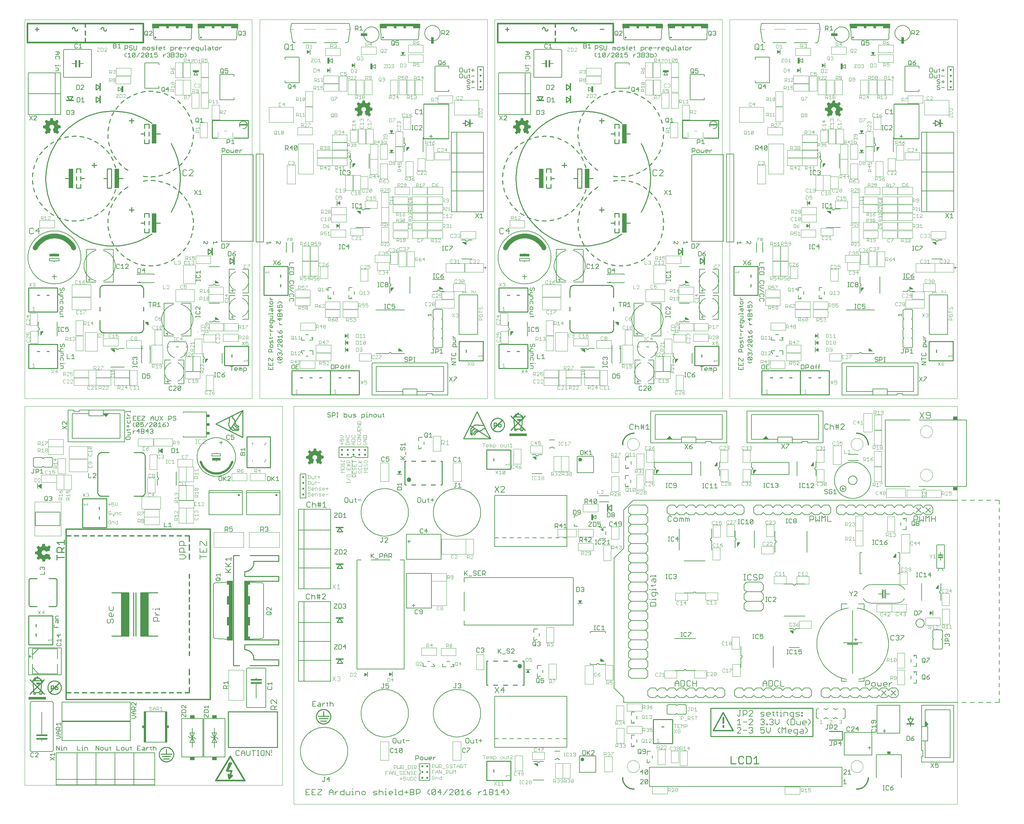
<source format=gto>
G75*
G70*
%OFA0B0*%
%FSLAX24Y24*%
%IPPOS*%
%LPD*%
%AMOC8*
5,1,8,0,0,1.08239X$1,22.5*
%
%ADD10C,0.0039*%
%ADD11C,0.0050*%
%ADD12R,0.0149X0.0001*%
%ADD13R,0.0004X0.0001*%
%ADD14R,0.0010X0.0001*%
%ADD15R,0.0017X0.0001*%
%ADD16R,0.0023X0.0001*%
%ADD17R,0.0029X0.0001*%
%ADD18R,0.0034X0.0001*%
%ADD19R,0.0040X0.0001*%
%ADD20R,0.0043X0.0002*%
%ADD21R,0.0047X0.0001*%
%ADD22R,0.0050X0.0001*%
%ADD23R,0.0054X0.0001*%
%ADD24R,0.0059X0.0001*%
%ADD25R,0.0064X0.0001*%
%ADD26R,0.0015X0.0001*%
%ADD27R,0.0067X0.0001*%
%ADD28R,0.0020X0.0001*%
%ADD29R,0.0070X0.0001*%
%ADD30R,0.0024X0.0001*%
%ADD31R,0.0074X0.0001*%
%ADD32R,0.0027X0.0001*%
%ADD33R,0.0076X0.0001*%
%ADD34R,0.0030X0.0001*%
%ADD35R,0.0081X0.0002*%
%ADD36R,0.0036X0.0002*%
%ADD37R,0.0086X0.0001*%
%ADD38R,0.0044X0.0001*%
%ADD39R,0.0091X0.0001*%
%ADD40R,0.0046X0.0001*%
%ADD41R,0.0094X0.0001*%
%ADD42R,0.0096X0.0001*%
%ADD43R,0.0053X0.0001*%
%ADD44R,0.0099X0.0001*%
%ADD45R,0.0056X0.0001*%
%ADD46R,0.0104X0.0001*%
%ADD47R,0.0060X0.0001*%
%ADD48R,0.0108X0.0001*%
%ADD49R,0.0112X0.0001*%
%ADD50R,0.0117X0.0001*%
%ADD51R,0.0072X0.0001*%
%ADD52R,0.0120X0.0002*%
%ADD53R,0.0075X0.0002*%
%ADD54R,0.0123X0.0001*%
%ADD55R,0.0078X0.0001*%
%ADD56R,0.0126X0.0001*%
%ADD57R,0.0081X0.0001*%
%ADD58R,0.0131X0.0001*%
%ADD59R,0.0136X0.0001*%
%ADD60R,0.0090X0.0001*%
%ADD61R,0.0139X0.0001*%
%ADD62R,0.0144X0.0001*%
%ADD63R,0.0147X0.0001*%
%ADD64R,0.0101X0.0001*%
%ADD65R,0.0150X0.0001*%
%ADD66R,0.0102X0.0001*%
%ADD67R,0.0153X0.0001*%
%ADD68R,0.0106X0.0001*%
%ADD69R,0.0158X0.0002*%
%ADD70R,0.0109X0.0002*%
%ADD71R,0.0164X0.0001*%
%ADD72R,0.0115X0.0001*%
%ADD73R,0.0168X0.0001*%
%ADD74R,0.0120X0.0001*%
%ADD75R,0.0171X0.0001*%
%ADD76R,0.0123X0.0001*%
%ADD77R,0.0172X0.0001*%
%ADD78R,0.0125X0.0001*%
%ADD79R,0.0175X0.0001*%
%ADD80R,0.0128X0.0001*%
%ADD81R,0.0180X0.0001*%
%ADD82R,0.0132X0.0001*%
%ADD83R,0.0186X0.0001*%
%ADD84R,0.0191X0.0001*%
%ADD85R,0.0141X0.0001*%
%ADD86R,0.0194X0.0001*%
%ADD87R,0.0145X0.0001*%
%ADD88R,0.0196X0.0002*%
%ADD89R,0.0149X0.0002*%
%ADD90R,0.0199X0.0001*%
%ADD91R,0.0151X0.0001*%
%ADD92R,0.0204X0.0001*%
%ADD93R,0.0153X0.0001*%
%ADD94R,0.0207X0.0001*%
%ADD95R,0.0158X0.0001*%
%ADD96R,0.0211X0.0001*%
%ADD97R,0.0162X0.0001*%
%ADD98R,0.0216X0.0001*%
%ADD99R,0.0166X0.0001*%
%ADD100R,0.0219X0.0001*%
%ADD101R,0.0007X0.0001*%
%ADD102R,0.0169X0.0001*%
%ADD103R,0.0222X0.0001*%
%ADD104R,0.0011X0.0001*%
%ADD105R,0.0224X0.0001*%
%ADD106R,0.0014X0.0001*%
%ADD107R,0.0176X0.0001*%
%ADD108R,0.0228X0.0001*%
%ADD109R,0.0018X0.0001*%
%ADD110R,0.0179X0.0001*%
%ADD111R,0.0234X0.0002*%
%ADD112R,0.0024X0.0002*%
%ADD113R,0.0183X0.0002*%
%ADD114R,0.0239X0.0001*%
%ADD115R,0.0189X0.0001*%
%ADD116R,0.0241X0.0001*%
%ADD117R,0.0033X0.0001*%
%ADD118R,0.0012X0.0001*%
%ADD119R,0.0192X0.0001*%
%ADD120R,0.0243X0.0001*%
%ADD121R,0.0038X0.0001*%
%ADD122R,0.0246X0.0001*%
%ADD123R,0.0041X0.0001*%
%ADD124R,0.0019X0.0001*%
%ADD125R,0.0196X0.0001*%
%ADD126R,0.0250X0.0001*%
%ADD127R,0.0021X0.0001*%
%ADD128R,0.0201X0.0001*%
%ADD129R,0.0254X0.0001*%
%ADD130R,0.0048X0.0001*%
%ADD131R,0.0258X0.0001*%
%ADD132R,0.0054X0.0001*%
%ADD133R,0.0209X0.0001*%
%ADD134R,0.0263X0.0001*%
%ADD135R,0.0213X0.0001*%
%ADD136R,0.0267X0.0001*%
%ADD137R,0.0063X0.0001*%
%ADD138R,0.0270X0.0002*%
%ADD139R,0.0066X0.0002*%
%ADD140R,0.0045X0.0002*%
%ADD141R,0.0219X0.0002*%
%ADD142R,0.0271X0.0001*%
%ADD143R,0.0220X0.0001*%
%ADD144R,0.0274X0.0001*%
%ADD145R,0.0051X0.0001*%
%ADD146R,0.0223X0.0001*%
%ADD147R,0.0278X0.0001*%
%ADD148R,0.0282X0.0001*%
%ADD149R,0.0231X0.0001*%
%ADD150R,0.0288X0.0001*%
%ADD151R,0.0085X0.0001*%
%ADD152R,0.0236X0.0001*%
%ADD153R,0.0289X0.0001*%
%ADD154R,0.0087X0.0001*%
%ADD155R,0.0066X0.0001*%
%ADD156R,0.0292X0.0001*%
%ADD157R,0.0069X0.0001*%
%ADD158R,0.0297X0.0001*%
%ADD159R,0.0300X0.0001*%
%ADD160R,0.0075X0.0001*%
%ADD161R,0.0305X0.0002*%
%ADD162R,0.0101X0.0002*%
%ADD163R,0.0078X0.0002*%
%ADD164R,0.0251X0.0002*%
%ADD165R,0.0309X0.0001*%
%ADD166R,0.0105X0.0001*%
%ADD167R,0.0083X0.0001*%
%ADD168R,0.0255X0.0001*%
%ADD169R,0.0314X0.0001*%
%ADD170R,0.0110X0.0001*%
%ADD171R,0.0087X0.0001*%
%ADD172R,0.0316X0.0001*%
%ADD173R,0.0113X0.0001*%
%ADD174R,0.0262X0.0001*%
%ADD175R,0.0319X0.0001*%
%ADD176R,0.0114X0.0001*%
%ADD177R,0.0093X0.0001*%
%ADD178R,0.0266X0.0001*%
%ADD179R,0.0321X0.0001*%
%ADD180R,0.0096X0.0001*%
%ADD181R,0.0324X0.0001*%
%ADD182R,0.0270X0.0001*%
%ADD183R,0.0329X0.0001*%
%ADD184R,0.0124X0.0001*%
%ADD185R,0.0275X0.0001*%
%ADD186R,0.0333X0.0001*%
%ADD187R,0.0279X0.0001*%
%ADD188R,0.0336X0.0001*%
%ADD189R,0.0111X0.0001*%
%ADD190R,0.0284X0.0001*%
%ADD191R,0.0339X0.0002*%
%ADD192R,0.0134X0.0002*%
%ADD193R,0.0114X0.0002*%
%ADD194R,0.0286X0.0002*%
%ADD195R,0.0342X0.0001*%
%ADD196R,0.0116X0.0001*%
%ADD197R,0.0491X0.0001*%
%ADD198R,0.0492X0.0001*%
%ADD199R,0.0294X0.0001*%
%ADD200R,0.0495X0.0001*%
%ADD201R,0.0299X0.0001*%
%ADD202R,0.0496X0.0001*%
%ADD203R,0.0127X0.0001*%
%ADD204R,0.0301X0.0001*%
%ADD205R,0.0498X0.0001*%
%ADD206R,0.0304X0.0001*%
%ADD207R,0.0501X0.0001*%
%ADD208R,0.0134X0.0001*%
%ADD209R,0.0308X0.0001*%
%ADD210R,0.0135X0.0001*%
%ADD211R,0.0311X0.0001*%
%ADD212R,0.0504X0.0001*%
%ADD213R,0.0138X0.0001*%
%ADD214R,0.0504X0.0002*%
%ADD215R,0.0141X0.0002*%
%ADD216R,0.0318X0.0002*%
%ADD217R,0.0507X0.0001*%
%ADD218R,0.0323X0.0001*%
%ADD219R,0.0326X0.0001*%
%ADD220R,0.0508X0.0001*%
%ADD221R,0.0152X0.0001*%
%ADD222R,0.0330X0.0001*%
%ADD223R,0.0510X0.0001*%
%ADD224R,0.0494X0.0001*%
%ADD225R,0.0512X0.0001*%
%ADD226R,0.0500X0.0001*%
%ADD227R,0.0513X0.0001*%
%ADD228R,0.0501X0.0001*%
%ADD229R,0.0513X0.0002*%
%ADD230R,0.0501X0.0002*%
%ADD231R,0.0503X0.0001*%
%ADD232R,0.0504X0.0001*%
%ADD233R,0.0506X0.0001*%
%ADD234R,0.0513X0.0001*%
%ADD235R,0.0509X0.0001*%
%ADD236R,0.0511X0.0001*%
%ADD237R,0.0514X0.0001*%
%ADD238R,0.0516X0.0001*%
%ADD239R,0.0513X0.0002*%
%ADD240R,0.0519X0.0002*%
%ADD241R,0.0519X0.0001*%
%ADD242R,0.0520X0.0001*%
%ADD243R,0.0522X0.0001*%
%ADD244R,0.0507X0.0001*%
%ADD245R,0.0509X0.0002*%
%ADD246R,0.0520X0.0002*%
%ADD247R,0.0522X0.0001*%
%ADD248R,0.0505X0.0001*%
%ADD249R,0.0502X0.0001*%
%ADD250R,0.0521X0.0001*%
%ADD251R,0.0503X0.0002*%
%ADD252R,0.0519X0.0002*%
%ADD253R,0.0519X0.0001*%
%ADD254R,0.0499X0.0001*%
%ADD255R,0.0517X0.0001*%
%ADD256R,0.0495X0.0002*%
%ADD257R,0.0514X0.0002*%
%ADD258R,0.0515X0.0001*%
%ADD259R,0.0492X0.0001*%
%ADD260R,0.0490X0.0001*%
%ADD261R,0.0490X0.0002*%
%ADD262R,0.0511X0.0002*%
%ADD263R,0.0489X0.0001*%
%ADD264R,0.0489X0.0001*%
%ADD265R,0.0488X0.0001*%
%ADD266R,0.0485X0.0001*%
%ADD267R,0.0483X0.0001*%
%ADD268R,0.0483X0.0002*%
%ADD269R,0.0507X0.0002*%
%ADD270R,0.0483X0.0001*%
%ADD271R,0.0481X0.0001*%
%ADD272R,0.0480X0.0001*%
%ADD273R,0.0480X0.0002*%
%ADD274R,0.0501X0.0002*%
%ADD275R,0.0479X0.0001*%
%ADD276R,0.0477X0.0001*%
%ADD277R,0.0477X0.0001*%
%ADD278R,0.0475X0.0001*%
%ADD279R,0.0474X0.0001*%
%ADD280R,0.0472X0.0001*%
%ADD281R,0.0472X0.0002*%
%ADD282R,0.0498X0.0002*%
%ADD283R,0.0471X0.0001*%
%ADD284R,0.0473X0.0001*%
%ADD285R,0.0471X0.0001*%
%ADD286R,0.0470X0.0001*%
%ADD287R,0.0468X0.0001*%
%ADD288R,0.0469X0.0001*%
%ADD289R,0.0468X0.0002*%
%ADD290R,0.0491X0.0002*%
%ADD291R,0.0466X0.0001*%
%ADD292R,0.0465X0.0001*%
%ADD293R,0.0464X0.0001*%
%ADD294R,0.0462X0.0001*%
%ADD295R,0.0462X0.0002*%
%ADD296R,0.0489X0.0002*%
%ADD297R,0.0461X0.0001*%
%ADD298R,0.0460X0.0001*%
%ADD299R,0.0459X0.0001*%
%ADD300R,0.0484X0.0001*%
%ADD301R,0.0457X0.0001*%
%ADD302R,0.0459X0.0001*%
%ADD303R,0.0458X0.0002*%
%ADD304R,0.0484X0.0002*%
%ADD305R,0.0456X0.0001*%
%ADD306R,0.0455X0.0001*%
%ADD307R,0.0453X0.0001*%
%ADD308R,0.0451X0.0001*%
%ADD309R,0.0453X0.0001*%
%ADD310R,0.0450X0.0001*%
%ADD311R,0.0451X0.0002*%
%ADD312R,0.0478X0.0001*%
%ADD313R,0.0449X0.0001*%
%ADD314R,0.0476X0.0001*%
%ADD315R,0.0447X0.0001*%
%ADD316R,0.0474X0.0001*%
%ADD317R,0.0449X0.0002*%
%ADD318R,0.0476X0.0002*%
%ADD319R,0.0454X0.0001*%
%ADD320R,0.0469X0.0002*%
%ADD321R,0.0468X0.0001*%
%ADD322R,0.0467X0.0001*%
%ADD323R,0.0473X0.0002*%
%ADD324R,0.0468X0.0002*%
%ADD325R,0.0486X0.0002*%
%ADD326R,0.0474X0.0002*%
%ADD327R,0.0487X0.0001*%
%ADD328R,0.0497X0.0001*%
%ADD329R,0.0486X0.0001*%
%ADD330R,0.0500X0.0002*%
%ADD331R,0.0487X0.0002*%
%ADD332R,0.0498X0.0001*%
%ADD333R,0.0524X0.0002*%
%ADD334R,0.0524X0.0001*%
%ADD335R,0.0525X0.0001*%
%ADD336R,0.0528X0.0001*%
%ADD337R,0.0529X0.0001*%
%ADD338R,0.0533X0.0001*%
%ADD339R,0.0534X0.0001*%
%ADD340R,0.0523X0.0001*%
%ADD341R,0.0536X0.0001*%
%ADD342R,0.0537X0.0002*%
%ADD343R,0.0527X0.0002*%
%ADD344R,0.0537X0.0001*%
%ADD345R,0.0528X0.0001*%
%ADD346R,0.0539X0.0001*%
%ADD347R,0.0530X0.0001*%
%ADD348R,0.0540X0.0001*%
%ADD349R,0.0541X0.0001*%
%ADD350R,0.0531X0.0001*%
%ADD351R,0.0543X0.0001*%
%ADD352R,0.0544X0.0001*%
%ADD353R,0.0546X0.0002*%
%ADD354R,0.0536X0.0002*%
%ADD355R,0.0547X0.0001*%
%ADD356R,0.0551X0.0001*%
%ADD357R,0.0552X0.0001*%
%ADD358R,0.0554X0.0001*%
%ADD359R,0.0555X0.0001*%
%ADD360R,0.0555X0.0002*%
%ADD361R,0.0547X0.0002*%
%ADD362R,0.0549X0.0001*%
%ADD363R,0.0548X0.0001*%
%ADD364R,0.0538X0.0001*%
%ADD365R,0.0537X0.0001*%
%ADD366R,0.0533X0.0002*%
%ADD367R,0.0531X0.0001*%
%ADD368R,0.0526X0.0001*%
%ADD369R,0.0518X0.0001*%
%ADD370R,0.0498X0.0002*%
%ADD371R,0.0496X0.0002*%
%ADD372R,0.0486X0.0001*%
%ADD373R,0.0485X0.0002*%
%ADD374R,0.0482X0.0001*%
%ADD375R,0.0477X0.0002*%
%ADD376R,0.0530X0.0002*%
%ADD377R,0.0464X0.0002*%
%ADD378R,0.0561X0.0001*%
%ADD379R,0.0570X0.0001*%
%ADD380R,0.0576X0.0001*%
%ADD381R,0.0581X0.0001*%
%ADD382R,0.0585X0.0001*%
%ADD383R,0.0589X0.0001*%
%ADD384R,0.0600X0.0002*%
%ADD385R,0.0614X0.0001*%
%ADD386R,0.0623X0.0001*%
%ADD387R,0.0630X0.0001*%
%ADD388R,0.0633X0.0001*%
%ADD389R,0.0638X0.0001*%
%ADD390R,0.0645X0.0001*%
%ADD391R,0.0657X0.0001*%
%ADD392R,0.0556X0.0001*%
%ADD393R,0.0669X0.0001*%
%ADD394R,0.0674X0.0001*%
%ADD395R,0.0579X0.0001*%
%ADD396R,0.0676X0.0002*%
%ADD397R,0.0585X0.0002*%
%ADD398R,0.0678X0.0001*%
%ADD399R,0.0590X0.0001*%
%ADD400R,0.0679X0.0001*%
%ADD401R,0.0596X0.0001*%
%ADD402R,0.0681X0.0001*%
%ADD403R,0.0606X0.0001*%
%ADD404R,0.0620X0.0001*%
%ADD405R,0.0682X0.0001*%
%ADD406R,0.0633X0.0001*%
%ADD407R,0.0684X0.0001*%
%ADD408R,0.0639X0.0001*%
%ADD409R,0.0649X0.0001*%
%ADD410R,0.0684X0.0001*%
%ADD411R,0.0655X0.0001*%
%ADD412R,0.0683X0.0002*%
%ADD413R,0.0664X0.0002*%
%ADD414R,0.0683X0.0001*%
%ADD415R,0.0670X0.0001*%
%ADD416R,0.0671X0.0001*%
%ADD417R,0.0681X0.0001*%
%ADD418R,0.0672X0.0001*%
%ADD419R,0.0680X0.0001*%
%ADD420R,0.0675X0.0001*%
%ADD421R,0.0676X0.0001*%
%ADD422R,0.0680X0.0002*%
%ADD423R,0.0678X0.0002*%
%ADD424R,0.0678X0.0001*%
%ADD425R,0.0675X0.0002*%
%ADD426R,0.0672X0.0002*%
%ADD427R,0.0672X0.0001*%
%ADD428R,0.0671X0.0002*%
%ADD429R,0.0670X0.0002*%
%ADD430R,0.0669X0.0001*%
%ADD431R,0.0667X0.0001*%
%ADD432R,0.0669X0.0002*%
%ADD433R,0.0667X0.0002*%
%ADD434R,0.0668X0.0001*%
%ADD435R,0.0666X0.0001*%
%ADD436R,0.0668X0.0002*%
%ADD437R,0.0666X0.0002*%
%ADD438R,0.0666X0.0001*%
%ADD439R,0.0664X0.0001*%
%ADD440R,0.0663X0.0001*%
%ADD441R,0.0666X0.0002*%
%ADD442R,0.0663X0.0002*%
%ADD443R,0.0665X0.0001*%
%ADD444R,0.0674X0.0002*%
%ADD445R,0.0677X0.0001*%
%ADD446R,0.0678X0.0002*%
%ADD447R,0.0682X0.0002*%
%ADD448R,0.0686X0.0001*%
%ADD449R,0.0686X0.0002*%
%ADD450R,0.0687X0.0001*%
%ADD451R,0.0689X0.0001*%
%ADD452R,0.0653X0.0001*%
%ADD453R,0.0641X0.0001*%
%ADD454R,0.0626X0.0001*%
%ADD455R,0.0616X0.0001*%
%ADD456R,0.0687X0.0001*%
%ADD457R,0.0612X0.0001*%
%ADD458R,0.0688X0.0001*%
%ADD459R,0.0606X0.0001*%
%ADD460R,0.0601X0.0001*%
%ADD461R,0.0591X0.0002*%
%ADD462R,0.0567X0.0001*%
%ADD463R,0.0560X0.0001*%
%ADD464R,0.0659X0.0001*%
%ADD465R,0.0516X0.0001*%
%ADD466R,0.0639X0.0001*%
%ADD467R,0.0502X0.0002*%
%ADD468R,0.0633X0.0002*%
%ADD469R,0.0608X0.0001*%
%ADD470R,0.0582X0.0001*%
%ADD471R,0.0577X0.0001*%
%ADD472R,0.0569X0.0002*%
%ADD473R,0.0546X0.0001*%
%ADD474R,0.0486X0.0002*%
%ADD475R,0.0493X0.0001*%
%ADD476R,0.0516X0.0002*%
%ADD477R,0.0532X0.0001*%
%ADD478R,0.0534X0.0002*%
%ADD479R,0.0535X0.0002*%
%ADD480R,0.0543X0.0001*%
%ADD481R,0.0553X0.0001*%
%ADD482R,0.0559X0.0001*%
%ADD483R,0.0564X0.0001*%
%ADD484R,0.0564X0.0001*%
%ADD485R,0.0567X0.0001*%
%ADD486R,0.0569X0.0001*%
%ADD487R,0.0570X0.0002*%
%ADD488R,0.0571X0.0002*%
%ADD489R,0.0571X0.0001*%
%ADD490R,0.0573X0.0001*%
%ADD491R,0.0574X0.0001*%
%ADD492R,0.0576X0.0001*%
%ADD493R,0.0600X0.0001*%
%ADD494R,0.0611X0.0001*%
%ADD495R,0.0618X0.0001*%
%ADD496R,0.0621X0.0001*%
%ADD497R,0.1269X0.0001*%
%ADD498R,0.1267X0.0001*%
%ADD499R,0.1266X0.0001*%
%ADD500R,0.1266X0.0002*%
%ADD501R,0.1264X0.0001*%
%ADD502R,0.1261X0.0001*%
%ADD503R,0.1260X0.0001*%
%ADD504R,0.1259X0.0001*%
%ADD505R,0.1256X0.0001*%
%ADD506R,0.1254X0.0001*%
%ADD507R,0.1253X0.0001*%
%ADD508R,0.1251X0.0001*%
%ADD509R,0.1251X0.0002*%
%ADD510R,0.1248X0.0001*%
%ADD511R,0.1245X0.0001*%
%ADD512R,0.1244X0.0001*%
%ADD513R,0.1242X0.0001*%
%ADD514R,0.1239X0.0001*%
%ADD515R,0.1237X0.0001*%
%ADD516R,0.1236X0.0002*%
%ADD517R,0.1233X0.0001*%
%ADD518R,0.1230X0.0001*%
%ADD519R,0.1229X0.0001*%
%ADD520R,0.1227X0.0001*%
%ADD521R,0.1226X0.0001*%
%ADD522R,0.1224X0.0001*%
%ADD523R,0.1223X0.0002*%
%ADD524R,0.1219X0.0001*%
%ADD525R,0.1216X0.0001*%
%ADD526R,0.1215X0.0001*%
%ADD527R,0.1214X0.0001*%
%ADD528R,0.1212X0.0001*%
%ADD529R,0.1209X0.0001*%
%ADD530R,0.1207X0.0002*%
%ADD531R,0.1206X0.0001*%
%ADD532R,0.1204X0.0001*%
%ADD533R,0.1201X0.0001*%
%ADD534R,0.1200X0.0001*%
%ADD535R,0.1199X0.0001*%
%ADD536R,0.1196X0.0001*%
%ADD537R,0.1194X0.0001*%
%ADD538R,0.1193X0.0001*%
%ADD539R,0.1191X0.0001*%
%ADD540R,0.1191X0.0002*%
%ADD541R,0.1188X0.0001*%
%ADD542R,0.1185X0.0001*%
%ADD543R,0.1184X0.0001*%
%ADD544R,0.1181X0.0001*%
%ADD545R,0.1177X0.0001*%
%ADD546R,0.1176X0.0001*%
%ADD547R,0.1174X0.0001*%
%ADD548R,0.1173X0.0001*%
%ADD549R,0.1170X0.0002*%
%ADD550R,0.1170X0.0001*%
%ADD551R,0.1169X0.0001*%
%ADD552R,0.1166X0.0001*%
%ADD553R,0.1164X0.0001*%
%ADD554R,0.1163X0.0001*%
%ADD555R,0.1163X0.0002*%
%ADD556R,0.1167X0.0001*%
%ADD557R,0.1171X0.0001*%
%ADD558R,0.1179X0.0001*%
%ADD559R,0.1182X0.0001*%
%ADD560R,0.1182X0.0002*%
%ADD561R,0.1188X0.0001*%
%ADD562R,0.1190X0.0001*%
%ADD563R,0.1197X0.0001*%
%ADD564R,0.1204X0.0002*%
%ADD565R,0.1207X0.0001*%
%ADD566R,0.1210X0.0001*%
%ADD567R,0.1213X0.0001*%
%ADD568R,0.1217X0.0001*%
%ADD569R,0.1218X0.0001*%
%ADD570R,0.1220X0.0001*%
%ADD571R,0.1221X0.0001*%
%ADD572R,0.1223X0.0001*%
%ADD573R,0.1226X0.0002*%
%ADD574R,0.1236X0.0001*%
%ADD575R,0.1239X0.0001*%
%ADD576R,0.1240X0.0001*%
%ADD577R,0.1243X0.0001*%
%ADD578R,0.1248X0.0002*%
%ADD579R,0.1248X0.0001*%
%ADD580R,0.1251X0.0001*%
%ADD581R,0.1257X0.0001*%
%ADD582R,0.1263X0.0001*%
%ADD583R,0.1267X0.0002*%
%ADD584R,0.1270X0.0001*%
%ADD585R,0.1274X0.0001*%
%ADD586R,0.1275X0.0001*%
%ADD587R,0.1278X0.0001*%
%ADD588R,0.1280X0.0001*%
%ADD589R,0.1281X0.0001*%
%ADD590R,0.1284X0.0001*%
%ADD591R,0.1286X0.0001*%
%ADD592R,0.1289X0.0001*%
%ADD593R,0.1290X0.0002*%
%ADD594R,0.1291X0.0001*%
%ADD595R,0.1294X0.0001*%
%ADD596R,0.1296X0.0001*%
%ADD597R,0.1299X0.0001*%
%ADD598R,0.1300X0.0001*%
%ADD599R,0.1302X0.0001*%
%ADD600R,0.1304X0.0001*%
%ADD601R,0.1306X0.0001*%
%ADD602R,0.1308X0.0001*%
%ADD603R,0.1311X0.0002*%
%ADD604R,0.1313X0.0001*%
%ADD605R,0.1316X0.0001*%
%ADD606R,0.1317X0.0001*%
%ADD607R,0.1320X0.0001*%
%ADD608R,0.1323X0.0001*%
%ADD609R,0.1326X0.0001*%
%ADD610R,0.1329X0.0001*%
%ADD611R,0.1332X0.0002*%
%ADD612R,0.1335X0.0001*%
%ADD613R,0.1336X0.0001*%
%ADD614R,0.1340X0.0001*%
%ADD615R,0.1343X0.0001*%
%ADD616R,0.1346X0.0001*%
%ADD617R,0.1347X0.0001*%
%ADD618R,0.1350X0.0001*%
%ADD619R,0.1353X0.0002*%
%ADD620R,0.1356X0.0001*%
%ADD621R,0.1357X0.0001*%
%ADD622R,0.1360X0.0001*%
%ADD623R,0.1364X0.0001*%
%ADD624R,0.1365X0.0001*%
%ADD625R,0.1368X0.0001*%
%ADD626R,0.1369X0.0001*%
%ADD627R,0.1373X0.0001*%
%ADD628R,0.1374X0.0002*%
%ADD629R,0.1377X0.0001*%
%ADD630R,0.1379X0.0001*%
%ADD631R,0.1380X0.0001*%
%ADD632R,0.1383X0.0001*%
%ADD633R,0.1386X0.0001*%
%ADD634R,0.1387X0.0001*%
%ADD635R,0.1391X0.0001*%
%ADD636R,0.1394X0.0001*%
%ADD637R,0.1395X0.0002*%
%ADD638R,0.1398X0.0001*%
%ADD639R,0.1401X0.0001*%
%ADD640R,0.1403X0.0001*%
%ADD641R,0.1406X0.0001*%
%ADD642R,0.1407X0.0001*%
%ADD643R,0.1409X0.0001*%
%ADD644R,0.1411X0.0001*%
%ADD645R,0.1414X0.0001*%
%ADD646R,0.1416X0.0002*%
%ADD647R,0.1419X0.0001*%
%ADD648R,0.1421X0.0001*%
%ADD649R,0.1422X0.0001*%
%ADD650R,0.1424X0.0001*%
%ADD651R,0.1426X0.0001*%
%ADD652R,0.1428X0.0001*%
%ADD653R,0.1429X0.0002*%
%ADD654R,0.1429X0.0001*%
%ADD655R,0.1425X0.0001*%
%ADD656R,0.1421X0.0002*%
%ADD657R,0.1418X0.0001*%
%ADD658R,0.1416X0.0001*%
%ADD659R,0.1413X0.0001*%
%ADD660R,0.1410X0.0001*%
%ADD661R,0.1404X0.0001*%
%ADD662R,0.1401X0.0001*%
%ADD663R,0.0346X0.0001*%
%ADD664R,0.1044X0.0001*%
%ADD665R,0.0342X0.0002*%
%ADD666R,0.1040X0.0002*%
%ADD667R,0.0337X0.0001*%
%ADD668R,0.1034X0.0001*%
%ADD669R,0.0357X0.0001*%
%ADD670R,0.0660X0.0001*%
%ADD671R,0.0353X0.0001*%
%ADD672R,0.0327X0.0001*%
%ADD673R,0.0349X0.0001*%
%ADD674R,0.0321X0.0001*%
%ADD675R,0.0648X0.0001*%
%ADD676R,0.0344X0.0001*%
%ADD677R,0.0317X0.0001*%
%ADD678R,0.0339X0.0001*%
%ADD679R,0.0312X0.0001*%
%ADD680R,0.0631X0.0001*%
%ADD681R,0.0334X0.0001*%
%ADD682R,0.0309X0.0001*%
%ADD683R,0.0307X0.0002*%
%ADD684R,0.0623X0.0002*%
%ADD685R,0.0327X0.0002*%
%ADD686R,0.0618X0.0001*%
%ADD687R,0.0297X0.0001*%
%ADD688R,0.0607X0.0001*%
%ADD689R,0.0320X0.0001*%
%ADD690R,0.0293X0.0001*%
%ADD691R,0.0599X0.0001*%
%ADD692R,0.0313X0.0001*%
%ADD693R,0.0285X0.0001*%
%ADD694R,0.0584X0.0001*%
%ADD695R,0.0303X0.0001*%
%ADD696R,0.0281X0.0001*%
%ADD697R,0.0273X0.0002*%
%ADD698R,0.0563X0.0002*%
%ADD699R,0.0293X0.0002*%
%ADD700R,0.0264X0.0001*%
%ADD701R,0.0259X0.0001*%
%ADD702R,0.0256X0.0001*%
%ADD703R,0.0276X0.0001*%
%ADD704R,0.0252X0.0001*%
%ADD705R,0.0273X0.0001*%
%ADD706R,0.0248X0.0001*%
%ADD707R,0.0269X0.0001*%
%ADD708R,0.0245X0.0001*%
%ADD709R,0.0240X0.0001*%
%ADD710R,0.0237X0.0002*%
%ADD711R,0.0256X0.0002*%
%ADD712R,0.0234X0.0001*%
%ADD713R,0.0232X0.0001*%
%ADD714R,0.0251X0.0001*%
%ADD715R,0.0228X0.0001*%
%ADD716R,0.0246X0.0001*%
%ADD717R,0.0456X0.0001*%
%ADD718R,0.0219X0.0001*%
%ADD719R,0.0444X0.0001*%
%ADD720R,0.0237X0.0001*%
%ADD721R,0.0214X0.0001*%
%ADD722R,0.0436X0.0001*%
%ADD723R,0.0432X0.0001*%
%ADD724R,0.0231X0.0001*%
%ADD725R,0.0210X0.0001*%
%ADD726R,0.0426X0.0001*%
%ADD727R,0.0420X0.0001*%
%ADD728R,0.0226X0.0001*%
%ADD729R,0.0204X0.0002*%
%ADD730R,0.0409X0.0002*%
%ADD731R,0.0222X0.0002*%
%ADD732R,0.0391X0.0001*%
%ADD733R,0.0217X0.0001*%
%ADD734R,0.0376X0.0001*%
%ADD735R,0.0368X0.0001*%
%ADD736R,0.0189X0.0001*%
%ADD737R,0.0361X0.0001*%
%ADD738R,0.0206X0.0001*%
%ADD739R,0.0186X0.0001*%
%ADD740R,0.0356X0.0001*%
%ADD741R,0.0181X0.0001*%
%ADD742R,0.0345X0.0001*%
%ADD743R,0.0173X0.0001*%
%ADD744R,0.0331X0.0001*%
%ADD745R,0.0190X0.0001*%
%ADD746R,0.0168X0.0001*%
%ADD747R,0.0165X0.0002*%
%ADD748R,0.0162X0.0001*%
%ADD749R,0.0159X0.0001*%
%ADD750R,0.0177X0.0001*%
%ADD751R,0.0156X0.0001*%
%ADD752R,0.0324X0.0001*%
%ADD753R,0.0174X0.0001*%
%ADD754R,0.0167X0.0001*%
%ADD755R,0.0146X0.0001*%
%ADD756R,0.0163X0.0001*%
%ADD757R,0.0141X0.0001*%
%ADD758R,0.0140X0.0001*%
%ADD759R,0.0137X0.0001*%
%ADD760R,0.0133X0.0001*%
%ADD761R,0.0129X0.0002*%
%ADD762R,0.0321X0.0002*%
%ADD763R,0.0146X0.0002*%
%ADD764R,0.0119X0.0001*%
%ADD765R,0.0129X0.0001*%
%ADD766R,0.0111X0.0001*%
%ADD767R,0.0126X0.0001*%
%ADD768R,0.0318X0.0001*%
%ADD769R,0.0097X0.0001*%
%ADD770R,0.0315X0.0001*%
%ADD771R,0.0089X0.0002*%
%ADD772R,0.0315X0.0002*%
%ADD773R,0.0105X0.0002*%
%ADD774R,0.0079X0.0001*%
%ADD775R,0.0089X0.0001*%
%ADD776R,0.0069X0.0001*%
%ADD777R,0.0084X0.0001*%
%ADD778R,0.0057X0.0001*%
%ADD779R,0.0052X0.0002*%
%ADD780R,0.0311X0.0002*%
%ADD781R,0.0066X0.0002*%
%ADD782R,0.0061X0.0001*%
%ADD783R,0.0042X0.0001*%
%ADD784R,0.0055X0.0001*%
%ADD785R,0.0039X0.0001*%
%ADD786R,0.0052X0.0001*%
%ADD787R,0.0036X0.0001*%
%ADD788R,0.0049X0.0001*%
%ADD789R,0.0307X0.0001*%
%ADD790R,0.0045X0.0001*%
%ADD791R,0.0022X0.0001*%
%ADD792R,0.0035X0.0001*%
%ADD793R,0.0025X0.0002*%
%ADD794R,0.0306X0.0001*%
%ADD795R,0.0018X0.0001*%
%ADD796R,0.0008X0.0001*%
%ADD797R,0.0300X0.0002*%
%ADD798R,0.0296X0.0001*%
%ADD799R,0.0294X0.0002*%
%ADD800R,0.0294X0.0001*%
%ADD801R,0.0291X0.0001*%
%ADD802R,0.0291X0.0002*%
%ADD803R,0.0286X0.0001*%
%ADD804R,0.0281X0.0002*%
%ADD805R,0.0277X0.0001*%
%ADD806R,0.0276X0.0001*%
%ADD807R,0.0266X0.0002*%
%ADD808R,0.0264X0.0001*%
%ADD809R,0.0261X0.0001*%
%ADD810R,0.0259X0.0002*%
%ADD811R,0.0254X0.0002*%
%ADD812R,0.0248X0.0002*%
%ADD813R,0.0218X0.0002*%
%ADD814R,0.0157X0.0001*%
%ADD815C,0.0070*%
%ADD816C,0.0040*%
%ADD817C,0.0100*%
%ADD818C,0.0060*%
%ADD819C,0.0030*%
%ADD820C,0.0150*%
%ADD821C,0.0120*%
%ADD822C,0.0090*%
%ADD823C,0.0160*%
%ADD824R,0.0001X0.0149*%
%ADD825R,0.0001X0.0004*%
%ADD826R,0.0001X0.0010*%
%ADD827R,0.0001X0.0017*%
%ADD828R,0.0001X0.0023*%
%ADD829R,0.0001X0.0029*%
%ADD830R,0.0001X0.0034*%
%ADD831R,0.0001X0.0040*%
%ADD832R,0.0002X0.0043*%
%ADD833R,0.0001X0.0047*%
%ADD834R,0.0001X0.0050*%
%ADD835R,0.0001X0.0054*%
%ADD836R,0.0001X0.0059*%
%ADD837R,0.0001X0.0064*%
%ADD838R,0.0001X0.0015*%
%ADD839R,0.0001X0.0067*%
%ADD840R,0.0001X0.0020*%
%ADD841R,0.0001X0.0070*%
%ADD842R,0.0001X0.0024*%
%ADD843R,0.0001X0.0074*%
%ADD844R,0.0001X0.0027*%
%ADD845R,0.0001X0.0076*%
%ADD846R,0.0001X0.0030*%
%ADD847R,0.0002X0.0081*%
%ADD848R,0.0002X0.0036*%
%ADD849R,0.0001X0.0086*%
%ADD850R,0.0001X0.0044*%
%ADD851R,0.0001X0.0091*%
%ADD852R,0.0001X0.0046*%
%ADD853R,0.0001X0.0094*%
%ADD854R,0.0001X0.0096*%
%ADD855R,0.0001X0.0053*%
%ADD856R,0.0001X0.0099*%
%ADD857R,0.0001X0.0056*%
%ADD858R,0.0001X0.0104*%
%ADD859R,0.0001X0.0060*%
%ADD860R,0.0001X0.0108*%
%ADD861R,0.0001X0.0112*%
%ADD862R,0.0001X0.0117*%
%ADD863R,0.0001X0.0072*%
%ADD864R,0.0002X0.0120*%
%ADD865R,0.0002X0.0075*%
%ADD866R,0.0001X0.0123*%
%ADD867R,0.0001X0.0078*%
%ADD868R,0.0001X0.0126*%
%ADD869R,0.0001X0.0081*%
%ADD870R,0.0001X0.0131*%
%ADD871R,0.0001X0.0136*%
%ADD872R,0.0001X0.0090*%
%ADD873R,0.0001X0.0139*%
%ADD874R,0.0001X0.0144*%
%ADD875R,0.0001X0.0147*%
%ADD876R,0.0001X0.0101*%
%ADD877R,0.0001X0.0150*%
%ADD878R,0.0001X0.0102*%
%ADD879R,0.0001X0.0153*%
%ADD880R,0.0001X0.0106*%
%ADD881R,0.0002X0.0158*%
%ADD882R,0.0002X0.0109*%
%ADD883R,0.0001X0.0164*%
%ADD884R,0.0001X0.0115*%
%ADD885R,0.0001X0.0168*%
%ADD886R,0.0001X0.0120*%
%ADD887R,0.0001X0.0171*%
%ADD888R,0.0001X0.0123*%
%ADD889R,0.0001X0.0172*%
%ADD890R,0.0001X0.0125*%
%ADD891R,0.0001X0.0175*%
%ADD892R,0.0001X0.0128*%
%ADD893R,0.0001X0.0180*%
%ADD894R,0.0001X0.0132*%
%ADD895R,0.0001X0.0186*%
%ADD896R,0.0001X0.0191*%
%ADD897R,0.0001X0.0141*%
%ADD898R,0.0001X0.0194*%
%ADD899R,0.0001X0.0145*%
%ADD900R,0.0002X0.0196*%
%ADD901R,0.0002X0.0149*%
%ADD902R,0.0001X0.0199*%
%ADD903R,0.0001X0.0151*%
%ADD904R,0.0001X0.0204*%
%ADD905R,0.0001X0.0153*%
%ADD906R,0.0001X0.0207*%
%ADD907R,0.0001X0.0158*%
%ADD908R,0.0001X0.0211*%
%ADD909R,0.0001X0.0162*%
%ADD910R,0.0001X0.0216*%
%ADD911R,0.0001X0.0166*%
%ADD912R,0.0001X0.0219*%
%ADD913R,0.0001X0.0007*%
%ADD914R,0.0001X0.0169*%
%ADD915R,0.0001X0.0222*%
%ADD916R,0.0001X0.0011*%
%ADD917R,0.0001X0.0224*%
%ADD918R,0.0001X0.0014*%
%ADD919R,0.0001X0.0176*%
%ADD920R,0.0001X0.0228*%
%ADD921R,0.0001X0.0018*%
%ADD922R,0.0001X0.0179*%
%ADD923R,0.0002X0.0234*%
%ADD924R,0.0002X0.0024*%
%ADD925R,0.0002X0.0183*%
%ADD926R,0.0001X0.0239*%
%ADD927R,0.0001X0.0189*%
%ADD928R,0.0001X0.0241*%
%ADD929R,0.0001X0.0033*%
%ADD930R,0.0001X0.0012*%
%ADD931R,0.0001X0.0192*%
%ADD932R,0.0001X0.0243*%
%ADD933R,0.0001X0.0038*%
%ADD934R,0.0001X0.0246*%
%ADD935R,0.0001X0.0041*%
%ADD936R,0.0001X0.0019*%
%ADD937R,0.0001X0.0196*%
%ADD938R,0.0001X0.0250*%
%ADD939R,0.0001X0.0021*%
%ADD940R,0.0001X0.0201*%
%ADD941R,0.0001X0.0254*%
%ADD942R,0.0001X0.0048*%
%ADD943R,0.0001X0.0258*%
%ADD944R,0.0001X0.0054*%
%ADD945R,0.0001X0.0209*%
%ADD946R,0.0001X0.0263*%
%ADD947R,0.0001X0.0213*%
%ADD948R,0.0001X0.0267*%
%ADD949R,0.0001X0.0063*%
%ADD950R,0.0002X0.0270*%
%ADD951R,0.0002X0.0066*%
%ADD952R,0.0002X0.0045*%
%ADD953R,0.0002X0.0219*%
%ADD954R,0.0001X0.0271*%
%ADD955R,0.0001X0.0220*%
%ADD956R,0.0001X0.0274*%
%ADD957R,0.0001X0.0051*%
%ADD958R,0.0001X0.0223*%
%ADD959R,0.0001X0.0278*%
%ADD960R,0.0001X0.0282*%
%ADD961R,0.0001X0.0231*%
%ADD962R,0.0001X0.0288*%
%ADD963R,0.0001X0.0085*%
%ADD964R,0.0001X0.0236*%
%ADD965R,0.0001X0.0289*%
%ADD966R,0.0001X0.0087*%
%ADD967R,0.0001X0.0066*%
%ADD968R,0.0001X0.0292*%
%ADD969R,0.0001X0.0069*%
%ADD970R,0.0001X0.0297*%
%ADD971R,0.0001X0.0300*%
%ADD972R,0.0001X0.0075*%
%ADD973R,0.0002X0.0305*%
%ADD974R,0.0002X0.0101*%
%ADD975R,0.0002X0.0078*%
%ADD976R,0.0002X0.0251*%
%ADD977R,0.0001X0.0309*%
%ADD978R,0.0001X0.0105*%
%ADD979R,0.0001X0.0083*%
%ADD980R,0.0001X0.0255*%
%ADD981R,0.0001X0.0314*%
%ADD982R,0.0001X0.0110*%
%ADD983R,0.0001X0.0087*%
%ADD984R,0.0001X0.0316*%
%ADD985R,0.0001X0.0113*%
%ADD986R,0.0001X0.0262*%
%ADD987R,0.0001X0.0319*%
%ADD988R,0.0001X0.0114*%
%ADD989R,0.0001X0.0093*%
%ADD990R,0.0001X0.0266*%
%ADD991R,0.0001X0.0321*%
%ADD992R,0.0001X0.0096*%
%ADD993R,0.0001X0.0324*%
%ADD994R,0.0001X0.0270*%
%ADD995R,0.0001X0.0329*%
%ADD996R,0.0001X0.0124*%
%ADD997R,0.0001X0.0275*%
%ADD998R,0.0001X0.0333*%
%ADD999R,0.0001X0.0279*%
%ADD1000R,0.0001X0.0336*%
%ADD1001R,0.0001X0.0111*%
%ADD1002R,0.0001X0.0284*%
%ADD1003R,0.0002X0.0339*%
%ADD1004R,0.0002X0.0134*%
%ADD1005R,0.0002X0.0114*%
%ADD1006R,0.0002X0.0286*%
%ADD1007R,0.0001X0.0342*%
%ADD1008R,0.0001X0.0116*%
%ADD1009R,0.0001X0.0491*%
%ADD1010R,0.0001X0.0492*%
%ADD1011R,0.0001X0.0294*%
%ADD1012R,0.0001X0.0495*%
%ADD1013R,0.0001X0.0299*%
%ADD1014R,0.0001X0.0496*%
%ADD1015R,0.0001X0.0127*%
%ADD1016R,0.0001X0.0301*%
%ADD1017R,0.0001X0.0498*%
%ADD1018R,0.0001X0.0304*%
%ADD1019R,0.0001X0.0501*%
%ADD1020R,0.0001X0.0134*%
%ADD1021R,0.0001X0.0308*%
%ADD1022R,0.0001X0.0135*%
%ADD1023R,0.0001X0.0311*%
%ADD1024R,0.0001X0.0504*%
%ADD1025R,0.0001X0.0138*%
%ADD1026R,0.0002X0.0504*%
%ADD1027R,0.0002X0.0141*%
%ADD1028R,0.0002X0.0318*%
%ADD1029R,0.0001X0.0507*%
%ADD1030R,0.0001X0.0323*%
%ADD1031R,0.0001X0.0326*%
%ADD1032R,0.0001X0.0508*%
%ADD1033R,0.0001X0.0152*%
%ADD1034R,0.0001X0.0330*%
%ADD1035R,0.0001X0.0510*%
%ADD1036R,0.0001X0.0494*%
%ADD1037R,0.0001X0.0512*%
%ADD1038R,0.0001X0.0500*%
%ADD1039R,0.0001X0.0513*%
%ADD1040R,0.0001X0.0501*%
%ADD1041R,0.0002X0.0513*%
%ADD1042R,0.0002X0.0501*%
%ADD1043R,0.0001X0.0503*%
%ADD1044R,0.0001X0.0504*%
%ADD1045R,0.0001X0.0506*%
%ADD1046R,0.0001X0.0513*%
%ADD1047R,0.0001X0.0509*%
%ADD1048R,0.0001X0.0511*%
%ADD1049R,0.0001X0.0514*%
%ADD1050R,0.0001X0.0516*%
%ADD1051R,0.0002X0.0513*%
%ADD1052R,0.0002X0.0519*%
%ADD1053R,0.0001X0.0519*%
%ADD1054R,0.0001X0.0520*%
%ADD1055R,0.0001X0.0522*%
%ADD1056R,0.0001X0.0507*%
%ADD1057R,0.0002X0.0509*%
%ADD1058R,0.0002X0.0520*%
%ADD1059R,0.0001X0.0522*%
%ADD1060R,0.0001X0.0505*%
%ADD1061R,0.0001X0.0502*%
%ADD1062R,0.0001X0.0521*%
%ADD1063R,0.0002X0.0503*%
%ADD1064R,0.0002X0.0519*%
%ADD1065R,0.0001X0.0519*%
%ADD1066R,0.0001X0.0499*%
%ADD1067R,0.0001X0.0517*%
%ADD1068R,0.0002X0.0495*%
%ADD1069R,0.0002X0.0514*%
%ADD1070R,0.0001X0.0515*%
%ADD1071R,0.0001X0.0492*%
%ADD1072R,0.0001X0.0490*%
%ADD1073R,0.0002X0.0490*%
%ADD1074R,0.0002X0.0511*%
%ADD1075R,0.0001X0.0489*%
%ADD1076R,0.0001X0.0489*%
%ADD1077R,0.0001X0.0488*%
%ADD1078R,0.0001X0.0485*%
%ADD1079R,0.0001X0.0483*%
%ADD1080R,0.0002X0.0483*%
%ADD1081R,0.0002X0.0507*%
%ADD1082R,0.0001X0.0483*%
%ADD1083R,0.0001X0.0481*%
%ADD1084R,0.0001X0.0480*%
%ADD1085R,0.0002X0.0480*%
%ADD1086R,0.0002X0.0501*%
%ADD1087R,0.0001X0.0479*%
%ADD1088R,0.0001X0.0477*%
%ADD1089R,0.0001X0.0477*%
%ADD1090R,0.0001X0.0475*%
%ADD1091R,0.0001X0.0474*%
%ADD1092R,0.0001X0.0472*%
%ADD1093R,0.0002X0.0472*%
%ADD1094R,0.0002X0.0498*%
%ADD1095R,0.0001X0.0471*%
%ADD1096R,0.0001X0.0473*%
%ADD1097R,0.0001X0.0471*%
%ADD1098R,0.0001X0.0470*%
%ADD1099R,0.0001X0.0468*%
%ADD1100R,0.0001X0.0469*%
%ADD1101R,0.0002X0.0468*%
%ADD1102R,0.0002X0.0491*%
%ADD1103R,0.0001X0.0466*%
%ADD1104R,0.0001X0.0465*%
%ADD1105R,0.0001X0.0464*%
%ADD1106R,0.0001X0.0462*%
%ADD1107R,0.0002X0.0462*%
%ADD1108R,0.0002X0.0489*%
%ADD1109R,0.0001X0.0461*%
%ADD1110R,0.0001X0.0460*%
%ADD1111R,0.0001X0.0459*%
%ADD1112R,0.0001X0.0484*%
%ADD1113R,0.0001X0.0457*%
%ADD1114R,0.0001X0.0459*%
%ADD1115R,0.0002X0.0458*%
%ADD1116R,0.0002X0.0484*%
%ADD1117R,0.0001X0.0456*%
%ADD1118R,0.0001X0.0455*%
%ADD1119R,0.0001X0.0453*%
%ADD1120R,0.0001X0.0451*%
%ADD1121R,0.0001X0.0453*%
%ADD1122R,0.0001X0.0450*%
%ADD1123R,0.0002X0.0451*%
%ADD1124R,0.0001X0.0478*%
%ADD1125R,0.0001X0.0449*%
%ADD1126R,0.0001X0.0476*%
%ADD1127R,0.0001X0.0447*%
%ADD1128R,0.0001X0.0474*%
%ADD1129R,0.0002X0.0449*%
%ADD1130R,0.0002X0.0476*%
%ADD1131R,0.0001X0.0454*%
%ADD1132R,0.0002X0.0469*%
%ADD1133R,0.0001X0.0468*%
%ADD1134R,0.0001X0.0467*%
%ADD1135R,0.0002X0.0473*%
%ADD1136R,0.0002X0.0468*%
%ADD1137R,0.0002X0.0486*%
%ADD1138R,0.0002X0.0474*%
%ADD1139R,0.0001X0.0487*%
%ADD1140R,0.0001X0.0497*%
%ADD1141R,0.0001X0.0486*%
%ADD1142R,0.0002X0.0500*%
%ADD1143R,0.0002X0.0487*%
%ADD1144R,0.0001X0.0498*%
%ADD1145R,0.0002X0.0524*%
%ADD1146R,0.0001X0.0524*%
%ADD1147R,0.0001X0.0525*%
%ADD1148R,0.0001X0.0528*%
%ADD1149R,0.0001X0.0529*%
%ADD1150R,0.0001X0.0533*%
%ADD1151R,0.0001X0.0534*%
%ADD1152R,0.0001X0.0523*%
%ADD1153R,0.0001X0.0536*%
%ADD1154R,0.0002X0.0537*%
%ADD1155R,0.0002X0.0527*%
%ADD1156R,0.0001X0.0537*%
%ADD1157R,0.0001X0.0528*%
%ADD1158R,0.0001X0.0539*%
%ADD1159R,0.0001X0.0530*%
%ADD1160R,0.0001X0.0540*%
%ADD1161R,0.0001X0.0541*%
%ADD1162R,0.0001X0.0531*%
%ADD1163R,0.0001X0.0543*%
%ADD1164R,0.0001X0.0544*%
%ADD1165R,0.0002X0.0546*%
%ADD1166R,0.0002X0.0536*%
%ADD1167R,0.0001X0.0547*%
%ADD1168R,0.0001X0.0551*%
%ADD1169R,0.0001X0.0552*%
%ADD1170R,0.0001X0.0554*%
%ADD1171R,0.0001X0.0555*%
%ADD1172R,0.0002X0.0555*%
%ADD1173R,0.0002X0.0547*%
%ADD1174R,0.0001X0.0549*%
%ADD1175R,0.0001X0.0548*%
%ADD1176R,0.0001X0.0538*%
%ADD1177R,0.0001X0.0537*%
%ADD1178R,0.0002X0.0533*%
%ADD1179R,0.0001X0.0531*%
%ADD1180R,0.0001X0.0526*%
%ADD1181R,0.0001X0.0518*%
%ADD1182R,0.0002X0.0498*%
%ADD1183R,0.0002X0.0496*%
%ADD1184R,0.0001X0.0486*%
%ADD1185R,0.0002X0.0485*%
%ADD1186R,0.0001X0.0482*%
%ADD1187R,0.0002X0.0477*%
%ADD1188R,0.0002X0.0530*%
%ADD1189R,0.0002X0.0464*%
%ADD1190R,0.0001X0.0561*%
%ADD1191R,0.0001X0.0570*%
%ADD1192R,0.0001X0.0576*%
%ADD1193R,0.0001X0.0581*%
%ADD1194R,0.0001X0.0585*%
%ADD1195R,0.0001X0.0589*%
%ADD1196R,0.0002X0.0600*%
%ADD1197R,0.0001X0.0614*%
%ADD1198R,0.0001X0.0623*%
%ADD1199R,0.0001X0.0630*%
%ADD1200R,0.0001X0.0633*%
%ADD1201R,0.0001X0.0638*%
%ADD1202R,0.0001X0.0645*%
%ADD1203R,0.0001X0.0657*%
%ADD1204R,0.0001X0.0556*%
%ADD1205R,0.0001X0.0669*%
%ADD1206R,0.0001X0.0674*%
%ADD1207R,0.0001X0.0579*%
%ADD1208R,0.0002X0.0676*%
%ADD1209R,0.0002X0.0585*%
%ADD1210R,0.0001X0.0678*%
%ADD1211R,0.0001X0.0590*%
%ADD1212R,0.0001X0.0679*%
%ADD1213R,0.0001X0.0596*%
%ADD1214R,0.0001X0.0681*%
%ADD1215R,0.0001X0.0606*%
%ADD1216R,0.0001X0.0620*%
%ADD1217R,0.0001X0.0682*%
%ADD1218R,0.0001X0.0633*%
%ADD1219R,0.0001X0.0684*%
%ADD1220R,0.0001X0.0639*%
%ADD1221R,0.0001X0.0649*%
%ADD1222R,0.0001X0.0684*%
%ADD1223R,0.0001X0.0655*%
%ADD1224R,0.0002X0.0683*%
%ADD1225R,0.0002X0.0664*%
%ADD1226R,0.0001X0.0683*%
%ADD1227R,0.0001X0.0670*%
%ADD1228R,0.0001X0.0671*%
%ADD1229R,0.0001X0.0681*%
%ADD1230R,0.0001X0.0672*%
%ADD1231R,0.0001X0.0680*%
%ADD1232R,0.0001X0.0675*%
%ADD1233R,0.0001X0.0676*%
%ADD1234R,0.0002X0.0680*%
%ADD1235R,0.0002X0.0678*%
%ADD1236R,0.0001X0.0678*%
%ADD1237R,0.0002X0.0675*%
%ADD1238R,0.0002X0.0672*%
%ADD1239R,0.0001X0.0672*%
%ADD1240R,0.0002X0.0671*%
%ADD1241R,0.0002X0.0670*%
%ADD1242R,0.0001X0.0669*%
%ADD1243R,0.0001X0.0667*%
%ADD1244R,0.0002X0.0669*%
%ADD1245R,0.0002X0.0667*%
%ADD1246R,0.0001X0.0668*%
%ADD1247R,0.0001X0.0666*%
%ADD1248R,0.0002X0.0668*%
%ADD1249R,0.0002X0.0666*%
%ADD1250R,0.0001X0.0666*%
%ADD1251R,0.0001X0.0664*%
%ADD1252R,0.0001X0.0663*%
%ADD1253R,0.0002X0.0666*%
%ADD1254R,0.0002X0.0663*%
%ADD1255R,0.0001X0.0665*%
%ADD1256R,0.0002X0.0674*%
%ADD1257R,0.0001X0.0677*%
%ADD1258R,0.0002X0.0678*%
%ADD1259R,0.0002X0.0682*%
%ADD1260R,0.0001X0.0686*%
%ADD1261R,0.0002X0.0686*%
%ADD1262R,0.0001X0.0687*%
%ADD1263R,0.0001X0.0689*%
%ADD1264R,0.0001X0.0653*%
%ADD1265R,0.0001X0.0641*%
%ADD1266R,0.0001X0.0626*%
%ADD1267R,0.0001X0.0616*%
%ADD1268R,0.0001X0.0687*%
%ADD1269R,0.0001X0.0612*%
%ADD1270R,0.0001X0.0688*%
%ADD1271R,0.0001X0.0606*%
%ADD1272R,0.0001X0.0601*%
%ADD1273R,0.0002X0.0591*%
%ADD1274R,0.0001X0.0567*%
%ADD1275R,0.0001X0.0560*%
%ADD1276R,0.0001X0.0659*%
%ADD1277R,0.0001X0.0516*%
%ADD1278R,0.0001X0.0639*%
%ADD1279R,0.0002X0.0502*%
%ADD1280R,0.0002X0.0633*%
%ADD1281R,0.0001X0.0608*%
%ADD1282R,0.0001X0.0582*%
%ADD1283R,0.0001X0.0577*%
%ADD1284R,0.0002X0.0569*%
%ADD1285R,0.0001X0.0546*%
%ADD1286R,0.0002X0.0486*%
%ADD1287R,0.0001X0.0493*%
%ADD1288R,0.0002X0.0516*%
%ADD1289R,0.0001X0.0532*%
%ADD1290R,0.0002X0.0534*%
%ADD1291R,0.0002X0.0535*%
%ADD1292R,0.0001X0.0543*%
%ADD1293R,0.0001X0.0553*%
%ADD1294R,0.0001X0.0559*%
%ADD1295R,0.0001X0.0564*%
%ADD1296R,0.0001X0.0564*%
%ADD1297R,0.0001X0.0567*%
%ADD1298R,0.0001X0.0569*%
%ADD1299R,0.0002X0.0570*%
%ADD1300R,0.0002X0.0571*%
%ADD1301R,0.0001X0.0571*%
%ADD1302R,0.0001X0.0573*%
%ADD1303R,0.0001X0.0574*%
%ADD1304R,0.0001X0.0576*%
%ADD1305R,0.0001X0.0600*%
%ADD1306R,0.0001X0.0611*%
%ADD1307R,0.0001X0.0618*%
%ADD1308R,0.0001X0.0621*%
%ADD1309R,0.0001X0.1269*%
%ADD1310R,0.0001X0.1267*%
%ADD1311R,0.0001X0.1266*%
%ADD1312R,0.0002X0.1266*%
%ADD1313R,0.0001X0.1264*%
%ADD1314R,0.0001X0.1261*%
%ADD1315R,0.0001X0.1260*%
%ADD1316R,0.0001X0.1259*%
%ADD1317R,0.0001X0.1256*%
%ADD1318R,0.0001X0.1254*%
%ADD1319R,0.0001X0.1253*%
%ADD1320R,0.0001X0.1251*%
%ADD1321R,0.0002X0.1251*%
%ADD1322R,0.0001X0.1248*%
%ADD1323R,0.0001X0.1245*%
%ADD1324R,0.0001X0.1244*%
%ADD1325R,0.0001X0.1242*%
%ADD1326R,0.0001X0.1239*%
%ADD1327R,0.0001X0.1237*%
%ADD1328R,0.0002X0.1236*%
%ADD1329R,0.0001X0.1233*%
%ADD1330R,0.0001X0.1230*%
%ADD1331R,0.0001X0.1229*%
%ADD1332R,0.0001X0.1227*%
%ADD1333R,0.0001X0.1226*%
%ADD1334R,0.0001X0.1224*%
%ADD1335R,0.0002X0.1223*%
%ADD1336R,0.0001X0.1219*%
%ADD1337R,0.0001X0.1216*%
%ADD1338R,0.0001X0.1215*%
%ADD1339R,0.0001X0.1214*%
%ADD1340R,0.0001X0.1212*%
%ADD1341R,0.0001X0.1209*%
%ADD1342R,0.0002X0.1207*%
%ADD1343R,0.0001X0.1206*%
%ADD1344R,0.0001X0.1204*%
%ADD1345R,0.0001X0.1201*%
%ADD1346R,0.0001X0.1200*%
%ADD1347R,0.0001X0.1199*%
%ADD1348R,0.0001X0.1196*%
%ADD1349R,0.0001X0.1194*%
%ADD1350R,0.0001X0.1193*%
%ADD1351R,0.0001X0.1191*%
%ADD1352R,0.0002X0.1191*%
%ADD1353R,0.0001X0.1188*%
%ADD1354R,0.0001X0.1185*%
%ADD1355R,0.0001X0.1184*%
%ADD1356R,0.0001X0.1181*%
%ADD1357R,0.0001X0.1177*%
%ADD1358R,0.0001X0.1176*%
%ADD1359R,0.0001X0.1174*%
%ADD1360R,0.0001X0.1173*%
%ADD1361R,0.0002X0.1170*%
%ADD1362R,0.0001X0.1170*%
%ADD1363R,0.0001X0.1169*%
%ADD1364R,0.0001X0.1166*%
%ADD1365R,0.0001X0.1164*%
%ADD1366R,0.0001X0.1163*%
%ADD1367R,0.0002X0.1163*%
%ADD1368R,0.0001X0.1167*%
%ADD1369R,0.0001X0.1171*%
%ADD1370R,0.0001X0.1179*%
%ADD1371R,0.0001X0.1182*%
%ADD1372R,0.0002X0.1182*%
%ADD1373R,0.0001X0.1188*%
%ADD1374R,0.0001X0.1190*%
%ADD1375R,0.0001X0.1197*%
%ADD1376R,0.0002X0.1204*%
%ADD1377R,0.0001X0.1207*%
%ADD1378R,0.0001X0.1210*%
%ADD1379R,0.0001X0.1213*%
%ADD1380R,0.0001X0.1217*%
%ADD1381R,0.0001X0.1218*%
%ADD1382R,0.0001X0.1220*%
%ADD1383R,0.0001X0.1221*%
%ADD1384R,0.0001X0.1223*%
%ADD1385R,0.0002X0.1226*%
%ADD1386R,0.0001X0.1236*%
%ADD1387R,0.0001X0.1239*%
%ADD1388R,0.0001X0.1240*%
%ADD1389R,0.0001X0.1243*%
%ADD1390R,0.0002X0.1248*%
%ADD1391R,0.0001X0.1248*%
%ADD1392R,0.0001X0.1251*%
%ADD1393R,0.0001X0.1257*%
%ADD1394R,0.0001X0.1263*%
%ADD1395R,0.0002X0.1267*%
%ADD1396R,0.0001X0.1270*%
%ADD1397R,0.0001X0.1274*%
%ADD1398R,0.0001X0.1275*%
%ADD1399R,0.0001X0.1278*%
%ADD1400R,0.0001X0.1280*%
%ADD1401R,0.0001X0.1281*%
%ADD1402R,0.0001X0.1284*%
%ADD1403R,0.0001X0.1286*%
%ADD1404R,0.0001X0.1289*%
%ADD1405R,0.0002X0.1290*%
%ADD1406R,0.0001X0.1291*%
%ADD1407R,0.0001X0.1294*%
%ADD1408R,0.0001X0.1296*%
%ADD1409R,0.0001X0.1299*%
%ADD1410R,0.0001X0.1300*%
%ADD1411R,0.0001X0.1302*%
%ADD1412R,0.0001X0.1304*%
%ADD1413R,0.0001X0.1306*%
%ADD1414R,0.0001X0.1308*%
%ADD1415R,0.0002X0.1311*%
%ADD1416R,0.0001X0.1313*%
%ADD1417R,0.0001X0.1316*%
%ADD1418R,0.0001X0.1317*%
%ADD1419R,0.0001X0.1320*%
%ADD1420R,0.0001X0.1323*%
%ADD1421R,0.0001X0.1326*%
%ADD1422R,0.0001X0.1329*%
%ADD1423R,0.0002X0.1332*%
%ADD1424R,0.0001X0.1335*%
%ADD1425R,0.0001X0.1336*%
%ADD1426R,0.0001X0.1340*%
%ADD1427R,0.0001X0.1343*%
%ADD1428R,0.0001X0.1346*%
%ADD1429R,0.0001X0.1347*%
%ADD1430R,0.0001X0.1350*%
%ADD1431R,0.0002X0.1353*%
%ADD1432R,0.0001X0.1356*%
%ADD1433R,0.0001X0.1357*%
%ADD1434R,0.0001X0.1360*%
%ADD1435R,0.0001X0.1364*%
%ADD1436R,0.0001X0.1365*%
%ADD1437R,0.0001X0.1368*%
%ADD1438R,0.0001X0.1369*%
%ADD1439R,0.0001X0.1373*%
%ADD1440R,0.0002X0.1374*%
%ADD1441R,0.0001X0.1377*%
%ADD1442R,0.0001X0.1379*%
%ADD1443R,0.0001X0.1380*%
%ADD1444R,0.0001X0.1383*%
%ADD1445R,0.0001X0.1386*%
%ADD1446R,0.0001X0.1387*%
%ADD1447R,0.0001X0.1391*%
%ADD1448R,0.0001X0.1394*%
%ADD1449R,0.0002X0.1395*%
%ADD1450R,0.0001X0.1398*%
%ADD1451R,0.0001X0.1401*%
%ADD1452R,0.0001X0.1403*%
%ADD1453R,0.0001X0.1406*%
%ADD1454R,0.0001X0.1407*%
%ADD1455R,0.0001X0.1409*%
%ADD1456R,0.0001X0.1411*%
%ADD1457R,0.0001X0.1414*%
%ADD1458R,0.0002X0.1416*%
%ADD1459R,0.0001X0.1419*%
%ADD1460R,0.0001X0.1421*%
%ADD1461R,0.0001X0.1422*%
%ADD1462R,0.0001X0.1424*%
%ADD1463R,0.0001X0.1426*%
%ADD1464R,0.0001X0.1428*%
%ADD1465R,0.0002X0.1429*%
%ADD1466R,0.0001X0.1429*%
%ADD1467R,0.0001X0.1425*%
%ADD1468R,0.0002X0.1421*%
%ADD1469R,0.0001X0.1418*%
%ADD1470R,0.0001X0.1416*%
%ADD1471R,0.0001X0.1413*%
%ADD1472R,0.0001X0.1410*%
%ADD1473R,0.0001X0.1404*%
%ADD1474R,0.0001X0.1401*%
%ADD1475R,0.0001X0.0346*%
%ADD1476R,0.0001X0.1044*%
%ADD1477R,0.0002X0.0342*%
%ADD1478R,0.0002X0.1040*%
%ADD1479R,0.0001X0.0337*%
%ADD1480R,0.0001X0.1034*%
%ADD1481R,0.0001X0.0357*%
%ADD1482R,0.0001X0.0660*%
%ADD1483R,0.0001X0.0353*%
%ADD1484R,0.0001X0.0327*%
%ADD1485R,0.0001X0.0349*%
%ADD1486R,0.0001X0.0321*%
%ADD1487R,0.0001X0.0648*%
%ADD1488R,0.0001X0.0344*%
%ADD1489R,0.0001X0.0317*%
%ADD1490R,0.0001X0.0339*%
%ADD1491R,0.0001X0.0312*%
%ADD1492R,0.0001X0.0631*%
%ADD1493R,0.0001X0.0334*%
%ADD1494R,0.0001X0.0309*%
%ADD1495R,0.0002X0.0307*%
%ADD1496R,0.0002X0.0623*%
%ADD1497R,0.0002X0.0327*%
%ADD1498R,0.0001X0.0618*%
%ADD1499R,0.0001X0.0297*%
%ADD1500R,0.0001X0.0607*%
%ADD1501R,0.0001X0.0320*%
%ADD1502R,0.0001X0.0293*%
%ADD1503R,0.0001X0.0599*%
%ADD1504R,0.0001X0.0313*%
%ADD1505R,0.0001X0.0285*%
%ADD1506R,0.0001X0.0584*%
%ADD1507R,0.0001X0.0303*%
%ADD1508R,0.0001X0.0281*%
%ADD1509R,0.0002X0.0273*%
%ADD1510R,0.0002X0.0563*%
%ADD1511R,0.0002X0.0293*%
%ADD1512R,0.0001X0.0264*%
%ADD1513R,0.0001X0.0259*%
%ADD1514R,0.0001X0.0256*%
%ADD1515R,0.0001X0.0276*%
%ADD1516R,0.0001X0.0252*%
%ADD1517R,0.0001X0.0273*%
%ADD1518R,0.0001X0.0248*%
%ADD1519R,0.0001X0.0269*%
%ADD1520R,0.0001X0.0245*%
%ADD1521R,0.0001X0.0240*%
%ADD1522R,0.0002X0.0237*%
%ADD1523R,0.0002X0.0256*%
%ADD1524R,0.0001X0.0234*%
%ADD1525R,0.0001X0.0232*%
%ADD1526R,0.0001X0.0251*%
%ADD1527R,0.0001X0.0228*%
%ADD1528R,0.0001X0.0246*%
%ADD1529R,0.0001X0.0456*%
%ADD1530R,0.0001X0.0219*%
%ADD1531R,0.0001X0.0444*%
%ADD1532R,0.0001X0.0237*%
%ADD1533R,0.0001X0.0214*%
%ADD1534R,0.0001X0.0436*%
%ADD1535R,0.0001X0.0432*%
%ADD1536R,0.0001X0.0231*%
%ADD1537R,0.0001X0.0210*%
%ADD1538R,0.0001X0.0426*%
%ADD1539R,0.0001X0.0420*%
%ADD1540R,0.0001X0.0226*%
%ADD1541R,0.0002X0.0204*%
%ADD1542R,0.0002X0.0409*%
%ADD1543R,0.0002X0.0222*%
%ADD1544R,0.0001X0.0391*%
%ADD1545R,0.0001X0.0217*%
%ADD1546R,0.0001X0.0376*%
%ADD1547R,0.0001X0.0368*%
%ADD1548R,0.0001X0.0189*%
%ADD1549R,0.0001X0.0361*%
%ADD1550R,0.0001X0.0206*%
%ADD1551R,0.0001X0.0186*%
%ADD1552R,0.0001X0.0356*%
%ADD1553R,0.0001X0.0181*%
%ADD1554R,0.0001X0.0345*%
%ADD1555R,0.0001X0.0173*%
%ADD1556R,0.0001X0.0331*%
%ADD1557R,0.0001X0.0190*%
%ADD1558R,0.0001X0.0168*%
%ADD1559R,0.0002X0.0165*%
%ADD1560R,0.0001X0.0162*%
%ADD1561R,0.0001X0.0159*%
%ADD1562R,0.0001X0.0177*%
%ADD1563R,0.0001X0.0156*%
%ADD1564R,0.0001X0.0324*%
%ADD1565R,0.0001X0.0174*%
%ADD1566R,0.0001X0.0167*%
%ADD1567R,0.0001X0.0146*%
%ADD1568R,0.0001X0.0163*%
%ADD1569R,0.0001X0.0141*%
%ADD1570R,0.0001X0.0140*%
%ADD1571R,0.0001X0.0137*%
%ADD1572R,0.0001X0.0133*%
%ADD1573R,0.0002X0.0129*%
%ADD1574R,0.0002X0.0321*%
%ADD1575R,0.0002X0.0146*%
%ADD1576R,0.0001X0.0119*%
%ADD1577R,0.0001X0.0129*%
%ADD1578R,0.0001X0.0111*%
%ADD1579R,0.0001X0.0126*%
%ADD1580R,0.0001X0.0318*%
%ADD1581R,0.0001X0.0097*%
%ADD1582R,0.0001X0.0315*%
%ADD1583R,0.0002X0.0089*%
%ADD1584R,0.0002X0.0315*%
%ADD1585R,0.0002X0.0105*%
%ADD1586R,0.0001X0.0079*%
%ADD1587R,0.0001X0.0089*%
%ADD1588R,0.0001X0.0069*%
%ADD1589R,0.0001X0.0084*%
%ADD1590R,0.0001X0.0057*%
%ADD1591R,0.0002X0.0052*%
%ADD1592R,0.0002X0.0311*%
%ADD1593R,0.0002X0.0066*%
%ADD1594R,0.0001X0.0061*%
%ADD1595R,0.0001X0.0042*%
%ADD1596R,0.0001X0.0055*%
%ADD1597R,0.0001X0.0039*%
%ADD1598R,0.0001X0.0052*%
%ADD1599R,0.0001X0.0036*%
%ADD1600R,0.0001X0.0049*%
%ADD1601R,0.0001X0.0307*%
%ADD1602R,0.0001X0.0045*%
%ADD1603R,0.0001X0.0022*%
%ADD1604R,0.0001X0.0035*%
%ADD1605R,0.0002X0.0025*%
%ADD1606R,0.0001X0.0306*%
%ADD1607R,0.0001X0.0018*%
%ADD1608R,0.0001X0.0008*%
%ADD1609R,0.0002X0.0300*%
%ADD1610R,0.0001X0.0296*%
%ADD1611R,0.0002X0.0294*%
%ADD1612R,0.0001X0.0294*%
%ADD1613R,0.0001X0.0291*%
%ADD1614R,0.0002X0.0291*%
%ADD1615R,0.0001X0.0286*%
%ADD1616R,0.0002X0.0281*%
%ADD1617R,0.0001X0.0277*%
%ADD1618R,0.0001X0.0276*%
%ADD1619R,0.0002X0.0266*%
%ADD1620R,0.0001X0.0264*%
%ADD1621R,0.0001X0.0261*%
%ADD1622R,0.0002X0.0259*%
%ADD1623R,0.0002X0.0254*%
%ADD1624R,0.0002X0.0248*%
%ADD1625R,0.0002X0.0218*%
%ADD1626R,0.0001X0.0157*%
%ADD1627C,0.0020*%
%ADD1628R,0.0118X0.0827*%
%ADD1629C,0.0080*%
%ADD1630R,0.0620X0.0240*%
%ADD1631R,0.0240X0.0620*%
%ADD1632R,0.0827X0.0118*%
%ADD1633R,0.0500X0.2000*%
%ADD1634R,0.0079X0.0079*%
%ADD1635R,0.1000X0.0250*%
%ADD1636C,0.0500*%
%ADD1637R,0.0100X0.0150*%
%ADD1638R,0.0150X0.0100*%
%ADD1639C,0.0200*%
%ADD1640R,0.4200X0.0300*%
%ADD1641R,0.0750X0.0200*%
%ADD1642R,0.0300X0.0200*%
%ADD1643R,0.0748X0.0118*%
%ADD1644R,0.0551X0.0079*%
%ADD1645R,0.0079X0.0551*%
%ADD1646R,0.0300X0.0660*%
%ADD1647R,0.0660X0.0300*%
%ADD1648C,0.0472*%
%ADD1649C,0.0000*%
%ADD1650R,0.0340X0.0300*%
%ADD1651R,0.1800X0.0300*%
%ADD1652R,0.1181X0.0118*%
%ADD1653C,0.0004*%
%ADD1654R,0.0450X0.0364*%
%ADD1655R,0.0900X0.0250*%
%ADD1656C,0.0240*%
%ADD1657R,0.0500X0.0350*%
%ADD1658R,0.0400X0.6200*%
%ADD1659R,0.0200X0.0400*%
%ADD1660R,0.0200X0.0850*%
%ADD1661C,0.0217*%
%ADD1662R,0.0197X0.3150*%
%ADD1663R,0.0225X0.0300*%
%ADD1664R,0.0750X0.4500*%
%ADD1665R,0.0327X0.0299*%
%ADD1666R,0.0358X0.0299*%
D10*
X003807Y005244D02*
X030579Y005244D01*
X030579Y044614D01*
X003807Y044614D01*
X003807Y005244D01*
X031760Y003275D02*
X100658Y003275D01*
X100658Y044614D01*
X031760Y044614D01*
X031760Y003275D01*
X028217Y045401D02*
X028217Y084771D01*
X051839Y084771D01*
X051839Y045401D01*
X028217Y045401D01*
X027429Y045401D02*
X027429Y084771D01*
X003807Y084771D01*
X003807Y045401D01*
X027429Y045401D01*
X052626Y045401D02*
X052626Y084771D01*
X076248Y084771D01*
X076248Y045401D01*
X052626Y045401D01*
X077036Y045401D02*
X077036Y084771D01*
X100658Y084771D01*
X100658Y045401D01*
X077036Y045401D01*
D11*
X077960Y048401D02*
X078411Y048401D01*
X078411Y048701D01*
X078411Y048862D02*
X078411Y049162D01*
X078411Y049322D02*
X078411Y049622D01*
X078411Y049322D02*
X078336Y049322D01*
X078035Y049622D01*
X077960Y049622D01*
X077960Y049322D01*
X077960Y049162D02*
X077960Y048862D01*
X078411Y048862D01*
X078186Y048862D02*
X078186Y049012D01*
X077960Y048701D02*
X077960Y048401D01*
X078186Y048401D02*
X078186Y048551D01*
X078910Y049251D02*
X079060Y049101D01*
X079211Y049101D01*
X079361Y049251D01*
X079286Y049408D02*
X078985Y049708D01*
X079286Y049708D01*
X079361Y049633D01*
X079361Y049483D01*
X079286Y049408D01*
X078985Y049408D01*
X078910Y049483D01*
X078910Y049633D01*
X078985Y049708D01*
X078985Y049869D02*
X078910Y049944D01*
X078910Y050094D01*
X078985Y050169D01*
X079060Y050169D01*
X079136Y050094D01*
X079211Y050169D01*
X079286Y050169D01*
X079361Y050094D01*
X079361Y049944D01*
X079286Y049869D01*
X079136Y050019D02*
X079136Y050094D01*
X079361Y050329D02*
X078910Y050629D01*
X078985Y050789D02*
X078910Y050864D01*
X078910Y051014D01*
X078985Y051090D01*
X079060Y051090D01*
X079361Y050789D01*
X079361Y051090D01*
X079286Y051250D02*
X078985Y051550D01*
X079286Y051550D01*
X079361Y051475D01*
X079361Y051325D01*
X079286Y051250D01*
X078985Y051250D01*
X078910Y051325D01*
X078910Y051475D01*
X078985Y051550D01*
X079060Y051710D02*
X078910Y051860D01*
X079361Y051860D01*
X079361Y051710D02*
X079361Y052010D01*
X079286Y052170D02*
X079361Y052246D01*
X079361Y052396D01*
X079286Y052471D01*
X079211Y052471D01*
X079136Y052396D01*
X079136Y052170D01*
X079286Y052170D01*
X079136Y052170D02*
X078985Y052321D01*
X078910Y052471D01*
X078411Y052391D02*
X078110Y052391D01*
X078110Y052541D02*
X078110Y052616D01*
X078110Y052541D02*
X078261Y052391D01*
X078186Y052231D02*
X078186Y051931D01*
X078110Y051774D02*
X078110Y051624D01*
X078035Y051699D02*
X078336Y051699D01*
X078411Y051774D01*
X078336Y051464D02*
X078261Y051389D01*
X078261Y051239D01*
X078186Y051164D01*
X078110Y051239D01*
X078110Y051464D01*
X078336Y051464D02*
X078411Y051389D01*
X078411Y051164D01*
X078336Y051003D02*
X078186Y051003D01*
X078110Y050928D01*
X078110Y050778D01*
X078186Y050703D01*
X078336Y050703D01*
X078411Y050778D01*
X078411Y050928D01*
X078336Y051003D01*
X078186Y050543D02*
X078261Y050468D01*
X078261Y050243D01*
X078411Y050243D02*
X077960Y050243D01*
X077960Y050468D01*
X078035Y050543D01*
X078186Y050543D01*
X080361Y048852D02*
X080361Y048551D01*
X080436Y048476D01*
X080586Y048476D01*
X080661Y048551D01*
X080661Y048852D01*
X080586Y048927D01*
X080436Y048927D01*
X080361Y048852D01*
X080821Y048927D02*
X080821Y048476D01*
X081121Y048476D01*
X080971Y048701D02*
X080821Y048701D01*
X080821Y048927D02*
X081121Y048927D01*
X084461Y048927D02*
X084686Y048927D01*
X084761Y048852D01*
X084761Y048551D01*
X084686Y048476D01*
X084461Y048476D01*
X084461Y048927D01*
X084921Y048927D02*
X085146Y048927D01*
X085221Y048852D01*
X085221Y048701D01*
X085146Y048626D01*
X084921Y048626D01*
X084921Y048476D02*
X084921Y048927D01*
X085461Y048726D02*
X085461Y048576D01*
X085536Y048501D01*
X085686Y048501D01*
X085761Y048576D01*
X085761Y048726D01*
X085686Y048801D01*
X085536Y048801D01*
X085461Y048726D01*
X085921Y048726D02*
X086071Y048726D01*
X086228Y048726D02*
X086378Y048726D01*
X086303Y048877D02*
X086378Y048952D01*
X086303Y048877D02*
X086303Y048501D01*
X085996Y048501D02*
X085996Y048877D01*
X086071Y048952D01*
X092111Y049326D02*
X092186Y049251D01*
X092336Y049251D01*
X092411Y049326D01*
X092411Y049401D01*
X092336Y049476D01*
X092186Y049476D01*
X092111Y049551D01*
X092111Y049627D01*
X092186Y049702D01*
X092336Y049702D01*
X092411Y049627D01*
X092571Y049702D02*
X092796Y049702D01*
X092871Y049627D01*
X092871Y049476D01*
X092796Y049401D01*
X092571Y049401D01*
X092571Y049251D02*
X092571Y049702D01*
X093031Y049702D02*
X093182Y049702D01*
X093107Y049702D02*
X093107Y049251D01*
X093182Y049251D02*
X093031Y049251D01*
X094836Y050176D02*
X094911Y050101D01*
X094986Y050101D01*
X095061Y050176D01*
X095061Y050552D01*
X094986Y050552D02*
X095136Y050552D01*
X095296Y050552D02*
X095521Y050552D01*
X095596Y050477D01*
X095596Y050326D01*
X095521Y050251D01*
X095296Y050251D01*
X095296Y050101D02*
X095296Y050552D01*
X095756Y050401D02*
X095907Y050552D01*
X095907Y050101D01*
X096057Y050101D02*
X095756Y050101D01*
X096960Y050072D02*
X096960Y049922D01*
X097035Y049847D01*
X097336Y049847D01*
X097411Y049922D01*
X097411Y050072D01*
X097336Y050147D01*
X097035Y050147D02*
X096960Y050072D01*
X096960Y049687D02*
X096960Y049387D01*
X096960Y049537D02*
X097411Y049537D01*
X097411Y049226D02*
X096960Y049226D01*
X096960Y048926D02*
X097411Y049226D01*
X097411Y048926D02*
X096960Y048926D01*
X097036Y047652D02*
X096736Y047201D01*
X097036Y047201D02*
X096736Y047652D01*
X097196Y047652D02*
X097496Y047652D01*
X097496Y047577D01*
X097196Y047276D01*
X097196Y047201D01*
X097110Y050768D02*
X097110Y050993D01*
X097186Y051068D01*
X097336Y051068D01*
X097411Y050993D01*
X097411Y050768D01*
X097561Y050768D02*
X097110Y050768D01*
X097110Y051228D02*
X097336Y051228D01*
X097411Y051303D01*
X097336Y051378D01*
X097411Y051453D01*
X097336Y051528D01*
X097110Y051528D01*
X097110Y051689D02*
X097411Y051689D01*
X097261Y051689D02*
X097110Y051839D01*
X097110Y051914D01*
X094851Y053992D02*
X094851Y054219D01*
X094851Y054106D02*
X094510Y054106D01*
X094624Y053992D01*
X092626Y056356D02*
X092626Y058090D01*
X090539Y058096D02*
X090539Y057346D01*
X090560Y057344D01*
X090580Y057339D01*
X090599Y057330D01*
X090616Y057318D01*
X090631Y057303D01*
X090643Y057286D01*
X090652Y057267D01*
X090657Y057247D01*
X090659Y057226D01*
X090657Y057205D01*
X090652Y057185D01*
X090643Y057166D01*
X090631Y057149D01*
X090616Y057134D01*
X090599Y057122D01*
X090580Y057113D01*
X090560Y057108D01*
X090539Y057106D01*
X090539Y056356D01*
X090289Y057023D02*
X090139Y057023D01*
X090063Y057098D01*
X090063Y057173D01*
X090139Y057248D01*
X090289Y057248D01*
X090364Y057173D01*
X090364Y057098D01*
X090289Y057023D01*
X090289Y057248D02*
X090364Y057323D01*
X090364Y057399D01*
X090289Y057474D01*
X090139Y057474D01*
X090063Y057399D01*
X090063Y057323D01*
X090139Y057248D01*
X089903Y057098D02*
X089828Y057023D01*
X089678Y057023D01*
X089603Y057098D01*
X089603Y057399D01*
X089678Y057474D01*
X089828Y057474D01*
X089903Y057399D01*
X089446Y057474D02*
X089296Y057474D01*
X089371Y057474D02*
X089371Y057023D01*
X089296Y057023D02*
X089446Y057023D01*
X090006Y055202D02*
X090156Y055202D01*
X090081Y055202D02*
X090081Y054751D01*
X090006Y054751D02*
X090156Y054751D01*
X090313Y054826D02*
X090388Y054751D01*
X090538Y054751D01*
X090613Y054826D01*
X090773Y054826D02*
X090848Y054751D01*
X090998Y054751D01*
X091073Y054826D01*
X091073Y054976D01*
X090998Y055051D01*
X090923Y055051D01*
X090773Y054976D01*
X090773Y055202D01*
X091073Y055202D01*
X090613Y055127D02*
X090538Y055202D01*
X090388Y055202D01*
X090313Y055127D01*
X090313Y054826D01*
X095081Y057926D02*
X095231Y057926D01*
X095156Y057926D02*
X095156Y058377D01*
X095081Y058377D02*
X095231Y058377D01*
X095388Y058302D02*
X095388Y058001D01*
X095463Y057926D01*
X095613Y057926D01*
X095688Y058001D01*
X095848Y058001D02*
X095923Y057926D01*
X096073Y057926D01*
X096148Y058001D01*
X096148Y058076D01*
X096073Y058151D01*
X095848Y058151D01*
X095848Y058001D01*
X095848Y058151D02*
X095998Y058302D01*
X096148Y058377D01*
X095688Y058302D02*
X095613Y058377D01*
X095463Y058377D01*
X095388Y058302D01*
X096001Y060801D02*
X096151Y060801D01*
X096076Y060801D02*
X096076Y061252D01*
X096001Y061252D02*
X096151Y061252D01*
X096308Y061177D02*
X096308Y060876D01*
X096383Y060801D01*
X096533Y060801D01*
X096608Y060876D01*
X096768Y060876D02*
X096768Y060801D01*
X096768Y060876D02*
X097068Y061177D01*
X097068Y061252D01*
X096768Y061252D01*
X096608Y061177D02*
X096533Y061252D01*
X096383Y061252D01*
X096308Y061177D01*
X099464Y064195D02*
X099764Y064645D01*
X099924Y064495D02*
X100074Y064645D01*
X100074Y064195D01*
X099924Y064195D02*
X100224Y064195D01*
X099764Y064195D02*
X099464Y064645D01*
X100285Y064815D02*
X097501Y064815D01*
X097501Y073082D01*
X100285Y073082D01*
X100285Y070917D01*
X096939Y070917D01*
X096939Y073082D01*
X097501Y073082D01*
X096939Y070917D02*
X096939Y068948D01*
X100285Y068948D01*
X100285Y064815D01*
X100285Y066980D02*
X096939Y066980D01*
X096939Y068948D01*
X096939Y066980D02*
X096939Y064815D01*
X097501Y064815D01*
X100285Y068948D02*
X100285Y070917D01*
X093893Y073326D02*
X093593Y073326D01*
X093893Y073626D01*
X093893Y073702D01*
X093818Y073777D01*
X093668Y073777D01*
X093593Y073702D01*
X093433Y073702D02*
X093358Y073777D01*
X093208Y073777D01*
X093133Y073702D01*
X093133Y073401D01*
X093208Y073326D01*
X093358Y073326D01*
X093433Y073401D01*
X092976Y073326D02*
X092826Y073326D01*
X092901Y073326D02*
X092901Y073777D01*
X092826Y073777D02*
X092976Y073777D01*
X093296Y074991D02*
X093446Y074991D01*
X093521Y075066D01*
X093681Y074991D02*
X093981Y074991D01*
X093831Y074991D02*
X093831Y075442D01*
X093681Y075291D01*
X093521Y075367D02*
X093446Y075442D01*
X093296Y075442D01*
X093221Y075367D01*
X093221Y075066D01*
X093296Y074991D01*
X097798Y078776D02*
X097873Y078701D01*
X098023Y078701D01*
X098098Y078776D01*
X098098Y079077D01*
X098023Y079152D01*
X097873Y079152D01*
X097798Y079077D01*
X097798Y078776D01*
X098258Y078776D02*
X098333Y078701D01*
X098558Y078701D01*
X098558Y079001D01*
X098718Y079001D02*
X098868Y079001D01*
X098793Y079077D02*
X098793Y078776D01*
X098868Y078701D01*
X098790Y078552D02*
X098640Y078552D01*
X098565Y078477D01*
X098565Y078401D01*
X098640Y078326D01*
X098790Y078326D01*
X098865Y078251D01*
X098865Y078176D01*
X098790Y078101D01*
X098640Y078101D01*
X098565Y078176D01*
X098640Y077952D02*
X098565Y077877D01*
X098565Y077801D01*
X098640Y077726D01*
X098790Y077726D01*
X098865Y077651D01*
X098865Y077576D01*
X098790Y077501D01*
X098640Y077501D01*
X098565Y077576D01*
X098640Y077952D02*
X098790Y077952D01*
X098865Y077877D01*
X099025Y077726D02*
X099326Y077726D01*
X099175Y078176D02*
X099175Y078477D01*
X099025Y078326D02*
X099326Y078326D01*
X098865Y078477D02*
X098790Y078552D01*
X099025Y078926D02*
X099326Y078926D01*
X099175Y079376D02*
X099175Y079677D01*
X099025Y079526D02*
X099326Y079526D01*
X098868Y079601D02*
X098718Y079601D01*
X098793Y079677D02*
X098793Y079376D01*
X098868Y079301D01*
X098558Y079301D02*
X098558Y079601D01*
X098558Y079301D02*
X098333Y079301D01*
X098258Y079376D01*
X098258Y079601D01*
X098098Y079677D02*
X098023Y079752D01*
X097873Y079752D01*
X097798Y079677D01*
X097798Y079376D01*
X097873Y079301D01*
X098023Y079301D01*
X098098Y079376D01*
X098098Y079677D01*
X098258Y079001D02*
X098258Y078776D01*
X096356Y080151D02*
X096356Y080226D01*
X096281Y080301D01*
X096056Y080301D01*
X096056Y080151D01*
X096131Y080076D01*
X096281Y080076D01*
X096356Y080151D01*
X096056Y080301D02*
X096206Y080452D01*
X096356Y080527D01*
X095896Y080452D02*
X095896Y080151D01*
X095821Y080076D01*
X095671Y080076D01*
X095596Y080151D01*
X095596Y080452D01*
X095671Y080527D01*
X095821Y080527D01*
X095896Y080452D01*
X095746Y080226D02*
X095896Y080076D01*
X095936Y083201D02*
X095936Y083652D01*
X096161Y083652D01*
X096236Y083577D01*
X096236Y083426D01*
X096161Y083351D01*
X095936Y083351D01*
X096086Y083351D02*
X096236Y083201D01*
X096396Y083201D02*
X096696Y083501D01*
X096696Y083577D01*
X096621Y083652D01*
X096471Y083652D01*
X096396Y083577D01*
X096396Y083201D02*
X096696Y083201D01*
X091488Y082573D02*
X091188Y082573D01*
X091188Y082348D01*
X091338Y082423D01*
X091413Y082423D01*
X091488Y082348D01*
X091488Y082198D01*
X091413Y082123D01*
X091263Y082123D01*
X091188Y082198D01*
X091028Y082198D02*
X090953Y082123D01*
X090803Y082123D01*
X090728Y082198D01*
X090728Y082498D01*
X090803Y082573D01*
X090953Y082573D01*
X091028Y082498D01*
X091028Y082198D01*
X091028Y082123D02*
X090878Y082273D01*
X087726Y083676D02*
X087425Y083676D01*
X087575Y083676D02*
X087575Y084127D01*
X087425Y083976D01*
X087265Y083901D02*
X087190Y083826D01*
X086965Y083826D01*
X086965Y083676D02*
X086965Y084127D01*
X087190Y084127D01*
X087265Y084052D01*
X087265Y083901D01*
X087115Y083826D02*
X087265Y083676D01*
X080706Y078052D02*
X080481Y077826D01*
X080781Y077826D01*
X080706Y077601D02*
X080706Y078052D01*
X080321Y077977D02*
X080321Y077676D01*
X080246Y077601D01*
X080096Y077601D01*
X080021Y077676D01*
X080021Y077977D01*
X080096Y078052D01*
X080246Y078052D01*
X080321Y077977D01*
X080171Y077751D02*
X080321Y077601D01*
X073747Y079301D02*
X073672Y079226D01*
X073522Y079226D01*
X073447Y079301D01*
X073447Y079451D02*
X073597Y079526D01*
X073672Y079526D01*
X073747Y079451D01*
X073747Y079301D01*
X073447Y079451D02*
X073447Y079677D01*
X073747Y079677D01*
X073287Y079602D02*
X073287Y079301D01*
X073211Y079226D01*
X073061Y079226D01*
X072986Y079301D01*
X072986Y079602D01*
X073061Y079677D01*
X073211Y079677D01*
X073287Y079602D01*
X073136Y079376D02*
X073287Y079226D01*
X072873Y081626D02*
X072873Y081926D01*
X072873Y081776D02*
X073023Y081926D01*
X073098Y081926D01*
X072713Y081851D02*
X072638Y081926D01*
X072488Y081926D01*
X072413Y081851D01*
X072413Y081701D01*
X072488Y081626D01*
X072638Y081626D01*
X072713Y081701D01*
X072713Y081851D01*
X072256Y081926D02*
X072106Y081926D01*
X072181Y082002D02*
X072181Y081701D01*
X072256Y081626D01*
X071945Y081626D02*
X071720Y081626D01*
X071645Y081701D01*
X071720Y081776D01*
X071945Y081776D01*
X071945Y081851D02*
X071945Y081626D01*
X071945Y081851D02*
X071870Y081926D01*
X071720Y081926D01*
X071413Y082077D02*
X071413Y081626D01*
X071338Y081626D02*
X071488Y081626D01*
X071178Y081626D02*
X071178Y081926D01*
X071338Y082077D02*
X071413Y082077D01*
X071178Y081626D02*
X070953Y081626D01*
X070878Y081701D01*
X070878Y081926D01*
X070718Y081926D02*
X070493Y081926D01*
X070418Y081851D01*
X070418Y081701D01*
X070493Y081626D01*
X070718Y081626D01*
X070718Y081551D02*
X070718Y081926D01*
X070718Y081551D02*
X070643Y081476D01*
X070568Y081476D01*
X070182Y081626D02*
X070032Y081626D01*
X069957Y081701D01*
X069957Y081851D01*
X070032Y081926D01*
X070182Y081926D01*
X070257Y081851D01*
X070257Y081776D01*
X069957Y081776D01*
X069799Y081926D02*
X069724Y081926D01*
X069573Y081776D01*
X069573Y081626D02*
X069573Y081926D01*
X069413Y081851D02*
X069113Y081851D01*
X068953Y081851D02*
X068953Y081776D01*
X068653Y081776D01*
X068653Y081701D02*
X068653Y081851D01*
X068728Y081926D01*
X068878Y081926D01*
X068953Y081851D01*
X068878Y081626D02*
X068728Y081626D01*
X068653Y081701D01*
X068494Y081926D02*
X068419Y081926D01*
X068269Y081776D01*
X068269Y081626D02*
X068269Y081926D01*
X068109Y081851D02*
X068109Y081701D01*
X068034Y081626D01*
X067809Y081626D01*
X067809Y081476D02*
X067809Y081926D01*
X068034Y081926D01*
X068109Y081851D01*
X068111Y081327D02*
X068186Y081252D01*
X068186Y081176D01*
X068111Y081101D01*
X067885Y081101D01*
X067725Y081026D02*
X067725Y080951D01*
X067650Y080876D01*
X067500Y080876D01*
X067425Y080951D01*
X067575Y081101D02*
X067650Y081101D01*
X067725Y081026D01*
X067650Y081101D02*
X067725Y081176D01*
X067725Y081252D01*
X067650Y081327D01*
X067500Y081327D01*
X067425Y081252D01*
X067267Y081176D02*
X067191Y081176D01*
X067041Y081026D01*
X067041Y080876D02*
X067041Y081176D01*
X067191Y081626D02*
X067116Y081701D01*
X067116Y082002D01*
X067041Y081926D02*
X067191Y081926D01*
X066881Y081851D02*
X066881Y081776D01*
X066581Y081776D01*
X066581Y081701D02*
X066581Y081851D01*
X066656Y081926D01*
X066806Y081926D01*
X066881Y081851D01*
X066806Y081626D02*
X066656Y081626D01*
X066581Y081701D01*
X066424Y081851D02*
X066274Y081851D01*
X066349Y082002D02*
X066424Y082077D01*
X066349Y082002D02*
X066349Y081626D01*
X066114Y081701D02*
X066039Y081776D01*
X065889Y081776D01*
X065814Y081851D01*
X065889Y081926D01*
X066114Y081926D01*
X066114Y081701D02*
X066039Y081626D01*
X065814Y081626D01*
X065653Y081701D02*
X065653Y081851D01*
X065578Y081926D01*
X065428Y081926D01*
X065353Y081851D01*
X065353Y081701D01*
X065428Y081626D01*
X065578Y081626D01*
X065653Y081701D01*
X065810Y081327D02*
X065660Y081176D01*
X065500Y081252D02*
X065200Y080951D01*
X065275Y080876D01*
X065425Y080876D01*
X065500Y080951D01*
X065500Y081252D01*
X065425Y081327D01*
X065275Y081327D01*
X065200Y081252D01*
X065200Y080951D01*
X065040Y080876D02*
X064739Y080876D01*
X065040Y081176D01*
X065040Y081252D01*
X064965Y081327D01*
X064814Y081327D01*
X064739Y081252D01*
X064579Y081327D02*
X064279Y080876D01*
X064119Y080951D02*
X064044Y080876D01*
X063894Y080876D01*
X063819Y080951D01*
X064119Y081252D01*
X064119Y080951D01*
X063819Y080951D02*
X063819Y081252D01*
X063894Y081327D01*
X064044Y081327D01*
X064119Y081252D01*
X064047Y081626D02*
X064197Y081626D01*
X064272Y081701D01*
X064272Y082077D01*
X063972Y082077D02*
X063972Y081701D01*
X064047Y081626D01*
X063812Y081701D02*
X063737Y081626D01*
X063587Y081626D01*
X063512Y081701D01*
X063587Y081851D02*
X063512Y081926D01*
X063512Y082002D01*
X063587Y082077D01*
X063737Y082077D01*
X063812Y082002D01*
X063737Y081851D02*
X063812Y081776D01*
X063812Y081701D01*
X063737Y081851D02*
X063587Y081851D01*
X063352Y081851D02*
X063276Y081776D01*
X063051Y081776D01*
X063051Y081626D02*
X063051Y082077D01*
X063276Y082077D01*
X063352Y082002D01*
X063352Y081851D01*
X063201Y081327D02*
X063051Y081176D01*
X063051Y081026D01*
X063201Y080876D01*
X063358Y080876D02*
X063658Y080876D01*
X063508Y080876D02*
X063508Y081327D01*
X063358Y081176D01*
X062613Y081812D02*
X062312Y081812D01*
X062463Y081812D02*
X062463Y082262D01*
X062312Y082112D01*
X062152Y082112D02*
X062077Y082037D01*
X061852Y082037D01*
X061852Y082262D02*
X062077Y082262D01*
X062152Y082187D01*
X062152Y082112D01*
X062077Y082037D02*
X062152Y081962D01*
X062152Y081887D01*
X062077Y081812D01*
X061852Y081812D01*
X061852Y082262D01*
X064893Y081926D02*
X064968Y081926D01*
X065043Y081851D01*
X065118Y081926D01*
X065193Y081851D01*
X065193Y081626D01*
X065043Y081626D02*
X065043Y081851D01*
X064893Y081926D02*
X064893Y081626D01*
X065810Y081327D02*
X065810Y080876D01*
X065660Y080876D02*
X065960Y080876D01*
X066121Y080951D02*
X066196Y080876D01*
X066346Y080876D01*
X066421Y080951D01*
X066421Y081101D01*
X066346Y081176D01*
X066271Y081176D01*
X066121Y081101D01*
X066121Y081327D01*
X066421Y081327D01*
X067885Y081327D02*
X068111Y081327D01*
X068111Y081101D02*
X068186Y081026D01*
X068186Y080951D01*
X068111Y080876D01*
X067885Y080876D01*
X067885Y081327D01*
X068346Y081252D02*
X068421Y081327D01*
X068571Y081327D01*
X068646Y081252D01*
X068646Y081176D01*
X068571Y081101D01*
X068646Y081026D01*
X068646Y080951D01*
X068571Y080876D01*
X068421Y080876D01*
X068346Y080951D01*
X068496Y081101D02*
X068571Y081101D01*
X068806Y081176D02*
X069031Y081176D01*
X069106Y081101D01*
X069106Y080951D01*
X069031Y080876D01*
X068806Y080876D01*
X068806Y081327D01*
X069267Y081327D02*
X069417Y081176D01*
X069417Y081026D01*
X069267Y080876D01*
X065866Y083148D02*
X065566Y083148D01*
X065866Y083448D01*
X065866Y083523D01*
X065791Y083598D01*
X065641Y083598D01*
X065566Y083523D01*
X065406Y083523D02*
X065406Y083223D01*
X065331Y083148D01*
X065181Y083148D01*
X065106Y083223D01*
X065106Y083523D01*
X065181Y083598D01*
X065331Y083598D01*
X065406Y083523D01*
X065256Y083298D02*
X065406Y083148D01*
X066936Y077752D02*
X067086Y077752D01*
X067162Y077677D01*
X067162Y077376D01*
X067086Y077301D01*
X066936Y077301D01*
X066861Y077376D01*
X066861Y077677D01*
X066936Y077752D01*
X067011Y077451D02*
X067162Y077301D01*
X067322Y077526D02*
X067622Y077526D01*
X067547Y077301D02*
X067547Y077752D01*
X067322Y077526D01*
X070401Y074477D02*
X070476Y074552D01*
X070626Y074552D01*
X070702Y074477D01*
X070702Y074176D01*
X070626Y074101D01*
X070476Y074101D01*
X070401Y074176D01*
X070401Y074477D01*
X070551Y074251D02*
X070702Y074101D01*
X070862Y074101D02*
X071162Y074101D01*
X071012Y074101D02*
X071012Y074552D01*
X070862Y074401D01*
X073651Y072323D02*
X073651Y071873D01*
X073651Y072023D02*
X073876Y072023D01*
X073951Y072098D01*
X073951Y072248D01*
X073876Y072323D01*
X073651Y072323D01*
X074111Y072173D02*
X074262Y072323D01*
X074262Y071873D01*
X074412Y071873D02*
X074111Y071873D01*
X074047Y071251D02*
X074047Y071026D01*
X074122Y070951D01*
X074197Y071026D01*
X074272Y070951D01*
X074347Y071026D01*
X074347Y071251D01*
X074507Y071176D02*
X074582Y071251D01*
X074733Y071251D01*
X074808Y071176D01*
X074808Y071101D01*
X074507Y071101D01*
X074507Y071026D02*
X074507Y071176D01*
X074507Y071026D02*
X074582Y070951D01*
X074733Y070951D01*
X074968Y070951D02*
X074968Y071251D01*
X074968Y071101D02*
X075118Y071251D01*
X075193Y071251D01*
X073887Y071176D02*
X073812Y071251D01*
X073662Y071251D01*
X073587Y071176D01*
X073587Y071026D01*
X073662Y070951D01*
X073812Y070951D01*
X073887Y071026D01*
X073887Y071176D01*
X073427Y071176D02*
X073351Y071101D01*
X073126Y071101D01*
X073126Y070951D02*
X073126Y071402D01*
X073351Y071402D01*
X073427Y071327D01*
X073427Y071176D01*
X070872Y067057D02*
X070872Y066606D01*
X070722Y066606D02*
X071022Y066606D01*
X070722Y066906D02*
X070872Y067057D01*
X070562Y067057D02*
X070261Y066606D01*
X070562Y066606D02*
X070261Y067057D01*
X071251Y061756D02*
X071518Y061489D01*
X071585Y061489D01*
X071652Y061556D01*
X071652Y061689D01*
X071585Y061756D01*
X071251Y061756D02*
X071251Y061489D01*
X072251Y061489D02*
X072251Y061756D01*
X072251Y061623D02*
X072652Y061623D01*
X072518Y061756D01*
X073101Y061477D02*
X073326Y061477D01*
X073402Y061402D01*
X073402Y061101D01*
X073326Y061026D01*
X073101Y061026D01*
X073101Y061477D01*
X073562Y061477D02*
X073862Y061477D01*
X073862Y061402D01*
X073562Y061101D01*
X073562Y061026D01*
X073776Y060677D02*
X074001Y060677D01*
X074077Y060602D01*
X074077Y060301D01*
X074001Y060226D01*
X073776Y060226D01*
X073776Y060677D01*
X074237Y060451D02*
X074462Y060451D01*
X074537Y060376D01*
X074537Y060301D01*
X074462Y060226D01*
X074312Y060226D01*
X074237Y060301D01*
X074237Y060451D01*
X074387Y060602D01*
X074537Y060677D01*
X077816Y061453D02*
X077816Y061720D01*
X077816Y061587D02*
X078216Y061587D01*
X078083Y061720D01*
X078806Y061734D02*
X079073Y061467D01*
X079140Y061467D01*
X079206Y061534D01*
X079206Y061667D01*
X079140Y061734D01*
X078806Y061734D02*
X078806Y061467D01*
X079806Y061645D02*
X079806Y060632D01*
X080465Y060632D02*
X080465Y061670D01*
X080586Y059501D02*
X080136Y059501D01*
X080136Y059201D01*
X080136Y059041D02*
X080136Y058741D01*
X080136Y058580D02*
X080136Y058355D01*
X080211Y058280D01*
X080511Y058280D01*
X080586Y058355D01*
X080586Y058580D01*
X080136Y058580D01*
X080361Y058891D02*
X080361Y059041D01*
X080586Y059041D02*
X080136Y059041D01*
X080586Y059041D02*
X080586Y058741D01*
X079221Y059376D02*
X079221Y059451D01*
X079146Y059526D01*
X078921Y059526D01*
X078921Y059376D01*
X078996Y059301D01*
X079146Y059301D01*
X079221Y059376D01*
X078921Y059526D02*
X079071Y059677D01*
X079221Y059752D01*
X078761Y059752D02*
X078461Y059301D01*
X078761Y059301D02*
X078461Y059752D01*
X080211Y057660D02*
X080136Y057585D01*
X080136Y057434D01*
X080211Y057359D01*
X080286Y057199D02*
X080136Y057049D01*
X080286Y056899D01*
X080586Y056899D01*
X080586Y057199D02*
X080286Y057199D01*
X080511Y057359D02*
X080586Y057434D01*
X080586Y057585D01*
X080511Y057660D01*
X080211Y057660D01*
X080136Y056739D02*
X080586Y056439D01*
X080511Y056278D02*
X080211Y056278D01*
X080136Y056203D01*
X080136Y056053D01*
X080211Y055978D01*
X080211Y055818D02*
X080136Y055743D01*
X080136Y055593D01*
X080211Y055518D01*
X080511Y055518D02*
X080586Y055593D01*
X080586Y055743D01*
X080511Y055818D01*
X080211Y055818D01*
X080511Y055978D02*
X080586Y056053D01*
X080586Y056203D01*
X080511Y056278D01*
X079361Y055316D02*
X079211Y055467D01*
X079060Y055467D01*
X078910Y055316D01*
X078910Y055156D02*
X078910Y054856D01*
X079136Y054856D01*
X079060Y055006D01*
X079060Y055081D01*
X079136Y055156D01*
X079286Y055156D01*
X079361Y055081D01*
X079361Y054931D01*
X079286Y054856D01*
X079136Y054696D02*
X079136Y054396D01*
X078910Y054621D01*
X079361Y054621D01*
X079286Y054236D02*
X079361Y054160D01*
X079361Y053935D01*
X078910Y053935D01*
X078910Y054160D01*
X078985Y054236D01*
X079060Y054236D01*
X079136Y054160D01*
X079136Y053935D01*
X079136Y053775D02*
X079136Y053475D01*
X078910Y053700D01*
X079361Y053700D01*
X079060Y053316D02*
X079060Y053241D01*
X079211Y053091D01*
X079361Y053091D02*
X079060Y053091D01*
X078561Y053385D02*
X078561Y053460D01*
X078486Y053536D01*
X078110Y053536D01*
X078110Y053310D01*
X078186Y053235D01*
X078336Y053235D01*
X078411Y053310D01*
X078411Y053536D01*
X078336Y053696D02*
X078411Y053771D01*
X078411Y053996D01*
X078110Y053996D01*
X077960Y054156D02*
X077960Y054231D01*
X078411Y054231D01*
X078411Y054156D02*
X078411Y054306D01*
X078336Y054463D02*
X078261Y054538D01*
X078261Y054763D01*
X078186Y054763D02*
X078411Y054763D01*
X078411Y054538D01*
X078336Y054463D01*
X078110Y054538D02*
X078110Y054688D01*
X078186Y054763D01*
X078110Y054923D02*
X078110Y055074D01*
X078035Y054998D02*
X078336Y054998D01*
X078411Y055074D01*
X078336Y055230D02*
X078411Y055305D01*
X078411Y055456D01*
X078336Y055531D01*
X078186Y055531D01*
X078110Y055456D01*
X078110Y055305D01*
X078186Y055230D01*
X078336Y055230D01*
X078411Y055691D02*
X078110Y055691D01*
X078110Y055841D02*
X078110Y055916D01*
X078110Y055841D02*
X078261Y055691D01*
X079211Y054236D02*
X079286Y054236D01*
X079211Y054236D02*
X079136Y054160D01*
X078336Y053696D02*
X078110Y053696D01*
X078186Y053075D02*
X078261Y053075D01*
X078261Y052775D01*
X078336Y052775D02*
X078186Y052775D01*
X078110Y052850D01*
X078110Y053000D01*
X078186Y053075D01*
X078411Y053000D02*
X078411Y052850D01*
X078336Y052775D01*
X074526Y053926D02*
X074468Y053950D01*
X074411Y053977D01*
X074355Y054008D01*
X074302Y054042D01*
X074251Y054080D01*
X074203Y054120D01*
X074157Y054164D01*
X074114Y054210D01*
X074074Y054259D01*
X074037Y054310D01*
X074003Y054364D01*
X073973Y054419D01*
X073946Y054476D01*
X073923Y054535D01*
X073904Y054595D01*
X073888Y054657D01*
X073876Y054719D01*
X073868Y054781D01*
X073864Y054844D01*
X073864Y054908D01*
X073868Y054971D01*
X073876Y055033D01*
X073888Y055095D01*
X073904Y055157D01*
X073923Y055217D01*
X073946Y055276D01*
X073973Y055333D01*
X074003Y055388D01*
X074037Y055442D01*
X074074Y055493D01*
X074114Y055542D01*
X074157Y055588D01*
X074203Y055632D01*
X074251Y055672D01*
X074302Y055710D01*
X074355Y055744D01*
X074411Y055775D01*
X074468Y055802D01*
X074526Y055826D01*
X074201Y056501D02*
X074201Y056751D01*
X074076Y056626D02*
X074326Y056626D01*
X075226Y056676D02*
X075284Y056700D01*
X075341Y056727D01*
X075397Y056758D01*
X075450Y056792D01*
X075501Y056830D01*
X075549Y056870D01*
X075595Y056914D01*
X075638Y056960D01*
X075678Y057009D01*
X075715Y057060D01*
X075749Y057114D01*
X075779Y057169D01*
X075806Y057226D01*
X075829Y057285D01*
X075848Y057345D01*
X075864Y057407D01*
X075876Y057469D01*
X075884Y057531D01*
X075888Y057594D01*
X075888Y057658D01*
X075884Y057721D01*
X075876Y057783D01*
X075864Y057845D01*
X075848Y057907D01*
X075829Y057967D01*
X075806Y058026D01*
X075779Y058083D01*
X075749Y058138D01*
X075715Y058192D01*
X075678Y058243D01*
X075638Y058292D01*
X075595Y058338D01*
X075549Y058382D01*
X075501Y058422D01*
X075450Y058460D01*
X075397Y058494D01*
X075341Y058525D01*
X075284Y058552D01*
X075226Y058576D01*
X074526Y058576D02*
X074468Y058552D01*
X074411Y058525D01*
X074355Y058494D01*
X074302Y058460D01*
X074251Y058422D01*
X074203Y058382D01*
X074157Y058338D01*
X074114Y058292D01*
X074074Y058243D01*
X074037Y058192D01*
X074003Y058138D01*
X073973Y058083D01*
X073946Y058026D01*
X073923Y057967D01*
X073904Y057907D01*
X073888Y057845D01*
X073876Y057783D01*
X073868Y057721D01*
X073864Y057658D01*
X073864Y057594D01*
X073868Y057531D01*
X073876Y057469D01*
X073888Y057407D01*
X073904Y057345D01*
X073923Y057285D01*
X073946Y057226D01*
X073973Y057169D01*
X074003Y057114D01*
X074037Y057060D01*
X074074Y057009D01*
X074114Y056960D01*
X074157Y056914D01*
X074203Y056870D01*
X074251Y056830D01*
X074302Y056792D01*
X074355Y056758D01*
X074411Y056727D01*
X074468Y056700D01*
X074526Y056676D01*
X075226Y055826D02*
X075284Y055802D01*
X075341Y055775D01*
X075397Y055744D01*
X075450Y055710D01*
X075501Y055672D01*
X075549Y055632D01*
X075595Y055588D01*
X075638Y055542D01*
X075678Y055493D01*
X075715Y055442D01*
X075749Y055388D01*
X075779Y055333D01*
X075806Y055276D01*
X075829Y055217D01*
X075848Y055157D01*
X075864Y055095D01*
X075876Y055033D01*
X075884Y054971D01*
X075888Y054908D01*
X075888Y054844D01*
X075884Y054781D01*
X075876Y054719D01*
X075864Y054657D01*
X075848Y054595D01*
X075829Y054535D01*
X075806Y054476D01*
X075779Y054419D01*
X075749Y054364D01*
X075715Y054310D01*
X075678Y054259D01*
X075638Y054210D01*
X075595Y054164D01*
X075549Y054120D01*
X075501Y054080D01*
X075450Y054042D01*
X075397Y054008D01*
X075341Y053977D01*
X075284Y053950D01*
X075226Y053926D01*
X074326Y053876D02*
X074076Y053876D01*
X074201Y053751D02*
X074201Y054001D01*
X070851Y054016D02*
X070851Y053866D01*
X070851Y053941D02*
X070401Y053941D01*
X070401Y053866D02*
X070401Y054016D01*
X070476Y054173D02*
X070776Y054173D01*
X070851Y054248D01*
X070851Y054398D01*
X070776Y054473D01*
X070851Y054634D02*
X070551Y054934D01*
X070476Y054934D01*
X070401Y054859D01*
X070401Y054709D01*
X070476Y054634D01*
X070476Y054473D02*
X070401Y054398D01*
X070401Y054248D01*
X070476Y054173D01*
X070851Y054634D02*
X070851Y054934D01*
X068877Y055201D02*
X068954Y055180D01*
X069029Y055155D01*
X069104Y055127D01*
X069177Y055095D01*
X069249Y055059D01*
X069318Y055020D01*
X069386Y054977D01*
X069451Y054932D01*
X069514Y054883D01*
X069575Y054831D01*
X069633Y054776D01*
X069688Y054718D01*
X069741Y054658D01*
X069790Y054595D01*
X069836Y054530D01*
X069879Y054462D01*
X069918Y054393D01*
X069954Y054322D01*
X069987Y054249D01*
X070016Y054174D01*
X070041Y054098D01*
X070062Y054021D01*
X070080Y053943D01*
X070093Y053865D01*
X070103Y053785D01*
X070109Y053706D01*
X070111Y053626D01*
X070109Y053546D01*
X070103Y053467D01*
X070093Y053387D01*
X070080Y053309D01*
X070062Y053231D01*
X070041Y053154D01*
X070016Y053078D01*
X069987Y053003D01*
X069954Y052930D01*
X069918Y052859D01*
X069879Y052790D01*
X069836Y052722D01*
X069790Y052657D01*
X069741Y052594D01*
X069688Y052534D01*
X069633Y052476D01*
X069575Y052421D01*
X069514Y052369D01*
X069451Y052320D01*
X069386Y052275D01*
X069318Y052232D01*
X069249Y052193D01*
X069177Y052157D01*
X069104Y052125D01*
X069029Y052097D01*
X068954Y052072D01*
X068877Y052051D01*
X067551Y052151D02*
X067301Y052151D01*
X067426Y052026D02*
X067426Y052276D01*
X068101Y052051D02*
X068024Y052072D01*
X067949Y052097D01*
X067874Y052125D01*
X067801Y052157D01*
X067729Y052193D01*
X067660Y052232D01*
X067592Y052275D01*
X067527Y052320D01*
X067464Y052369D01*
X067403Y052421D01*
X067345Y052476D01*
X067290Y052534D01*
X067237Y052594D01*
X067188Y052657D01*
X067142Y052722D01*
X067099Y052790D01*
X067060Y052859D01*
X067024Y052930D01*
X066991Y053003D01*
X066962Y053078D01*
X066937Y053154D01*
X066916Y053231D01*
X066898Y053309D01*
X066885Y053387D01*
X066875Y053467D01*
X066869Y053546D01*
X066867Y053626D01*
X066869Y053706D01*
X066875Y053785D01*
X066885Y053865D01*
X066898Y053943D01*
X066916Y054021D01*
X066937Y054098D01*
X066962Y054174D01*
X066991Y054249D01*
X067024Y054322D01*
X067060Y054393D01*
X067099Y054462D01*
X067142Y054530D01*
X067188Y054595D01*
X067237Y054658D01*
X067290Y054718D01*
X067345Y054776D01*
X067403Y054831D01*
X067464Y054883D01*
X067527Y054932D01*
X067592Y054977D01*
X067660Y055020D01*
X067729Y055059D01*
X067801Y055095D01*
X067874Y055127D01*
X067949Y055155D01*
X068024Y055180D01*
X068101Y055201D01*
X066735Y054957D02*
X066435Y054957D01*
X066585Y054957D02*
X066585Y055407D01*
X066435Y055257D01*
X066275Y055332D02*
X066275Y055182D01*
X066200Y055107D01*
X065974Y055107D01*
X065974Y054957D02*
X065974Y055407D01*
X066200Y055407D01*
X066275Y055332D01*
X066125Y055107D02*
X066275Y054957D01*
X065664Y054957D02*
X065664Y055407D01*
X065514Y055407D02*
X065814Y055407D01*
X065062Y058476D02*
X065062Y058927D01*
X064837Y058701D01*
X065137Y058701D01*
X064677Y058551D02*
X064677Y058852D01*
X064601Y058927D01*
X064376Y058927D01*
X064376Y058476D01*
X064601Y058476D01*
X064677Y058551D01*
X063407Y058916D02*
X063107Y058916D01*
X063407Y059216D01*
X063407Y059292D01*
X063332Y059367D01*
X063182Y059367D01*
X063107Y059292D01*
X062797Y059367D02*
X062797Y058916D01*
X062647Y058916D02*
X062947Y058916D01*
X062647Y059216D02*
X062797Y059367D01*
X062487Y059292D02*
X062411Y059367D01*
X062261Y059367D01*
X062186Y059292D01*
X062186Y058991D01*
X062261Y058916D01*
X062411Y058916D01*
X062487Y058991D01*
X060802Y057651D02*
X060879Y057672D01*
X060954Y057697D01*
X061029Y057725D01*
X061102Y057757D01*
X061174Y057793D01*
X061243Y057832D01*
X061311Y057875D01*
X061376Y057920D01*
X061439Y057969D01*
X061500Y058021D01*
X061558Y058076D01*
X061613Y058134D01*
X061666Y058194D01*
X061715Y058257D01*
X061761Y058322D01*
X061804Y058390D01*
X061843Y058459D01*
X061879Y058530D01*
X061912Y058603D01*
X061941Y058678D01*
X061966Y058754D01*
X061987Y058831D01*
X062005Y058909D01*
X062018Y058987D01*
X062028Y059067D01*
X062034Y059146D01*
X062036Y059226D01*
X062034Y059306D01*
X062028Y059385D01*
X062018Y059465D01*
X062005Y059543D01*
X061987Y059621D01*
X061966Y059698D01*
X061941Y059774D01*
X061912Y059849D01*
X061879Y059922D01*
X061843Y059993D01*
X061804Y060062D01*
X061761Y060130D01*
X061715Y060195D01*
X061666Y060258D01*
X061613Y060318D01*
X061558Y060376D01*
X061500Y060431D01*
X061439Y060483D01*
X061376Y060532D01*
X061311Y060577D01*
X061243Y060620D01*
X061174Y060659D01*
X061102Y060695D01*
X061029Y060727D01*
X060954Y060755D01*
X060879Y060780D01*
X060802Y060801D01*
X060026Y060801D02*
X059949Y060780D01*
X059874Y060755D01*
X059799Y060727D01*
X059726Y060695D01*
X059654Y060659D01*
X059585Y060620D01*
X059517Y060577D01*
X059452Y060532D01*
X059389Y060483D01*
X059328Y060431D01*
X059270Y060376D01*
X059215Y060318D01*
X059162Y060258D01*
X059113Y060195D01*
X059067Y060130D01*
X059024Y060062D01*
X058985Y059993D01*
X058949Y059922D01*
X058916Y059849D01*
X058887Y059774D01*
X058862Y059698D01*
X058841Y059621D01*
X058823Y059543D01*
X058810Y059465D01*
X058800Y059385D01*
X058794Y059306D01*
X058792Y059226D01*
X058794Y059146D01*
X058800Y059067D01*
X058810Y058987D01*
X058823Y058909D01*
X058841Y058831D01*
X058862Y058754D01*
X058887Y058678D01*
X058916Y058603D01*
X058949Y058530D01*
X058985Y058459D01*
X059024Y058390D01*
X059067Y058322D01*
X059113Y058257D01*
X059162Y058194D01*
X059215Y058134D01*
X059270Y058076D01*
X059328Y058021D01*
X059389Y057969D01*
X059452Y057920D01*
X059517Y057875D01*
X059585Y057832D01*
X059654Y057793D01*
X059726Y057757D01*
X059799Y057725D01*
X059874Y057697D01*
X059949Y057672D01*
X060026Y057651D01*
X059476Y057751D02*
X059226Y057751D01*
X059351Y057626D02*
X059351Y057876D01*
X056752Y056851D02*
X056677Y056926D01*
X056602Y056926D01*
X056526Y056851D01*
X056526Y056701D01*
X056451Y056626D01*
X056376Y056626D01*
X056301Y056701D01*
X056301Y056851D01*
X056376Y056926D01*
X056752Y056851D02*
X056752Y056701D01*
X056677Y056626D01*
X056602Y056466D02*
X056376Y056466D01*
X056301Y056391D01*
X056301Y056166D01*
X056226Y056166D02*
X056151Y056241D01*
X056151Y056316D01*
X056226Y056166D02*
X056602Y056166D01*
X056602Y056005D02*
X056602Y055780D01*
X056526Y055705D01*
X056301Y055705D01*
X056376Y055545D02*
X056301Y055470D01*
X056301Y055245D01*
X056602Y055245D02*
X056602Y055470D01*
X056526Y055545D01*
X056376Y055545D01*
X056301Y056005D02*
X056602Y056005D01*
X056526Y054951D02*
X056376Y054951D01*
X056301Y054876D01*
X056301Y054726D01*
X056376Y054651D01*
X056526Y054651D01*
X056602Y054726D01*
X056602Y054876D01*
X056526Y054951D01*
X056602Y054491D02*
X056376Y054491D01*
X056301Y054416D01*
X056301Y054191D01*
X056602Y054191D01*
X056602Y054030D02*
X056602Y053880D01*
X056677Y053955D02*
X056376Y053955D01*
X056301Y053880D01*
X056266Y052827D02*
X056116Y052827D01*
X056191Y052827D02*
X056191Y052376D01*
X056116Y052376D02*
X056266Y052376D01*
X056423Y052451D02*
X056498Y052376D01*
X056648Y052376D01*
X056723Y052451D01*
X056884Y052451D02*
X056959Y052376D01*
X057109Y052376D01*
X057184Y052451D01*
X057184Y052601D01*
X057109Y052676D01*
X057034Y052676D01*
X056884Y052601D01*
X056884Y052827D01*
X057184Y052827D01*
X056723Y052752D02*
X056648Y052827D01*
X056498Y052827D01*
X056423Y052752D01*
X056423Y052451D01*
X056401Y051076D02*
X056326Y051001D01*
X056326Y050851D01*
X056401Y050776D01*
X056476Y050776D01*
X056551Y050851D01*
X056551Y051001D01*
X056627Y051076D01*
X056702Y051076D01*
X056777Y051001D01*
X056777Y050851D01*
X056702Y050776D01*
X056627Y050616D02*
X056401Y050616D01*
X056326Y050541D01*
X056326Y050316D01*
X056251Y050316D02*
X056176Y050391D01*
X056176Y050466D01*
X056251Y050316D02*
X056627Y050316D01*
X056627Y050155D02*
X056627Y049930D01*
X056551Y049855D01*
X056326Y049855D01*
X056401Y049695D02*
X056326Y049620D01*
X056326Y049395D01*
X056326Y049126D02*
X056326Y048976D01*
X056326Y049051D02*
X056627Y049051D01*
X056627Y049126D01*
X056777Y049051D02*
X056852Y049051D01*
X056627Y048819D02*
X056627Y048594D01*
X056551Y048519D01*
X056326Y048519D01*
X056326Y048819D02*
X056627Y048819D01*
X056627Y049395D02*
X056627Y049620D01*
X056551Y049695D01*
X056401Y049695D01*
X056326Y050155D02*
X056627Y050155D01*
X057051Y050002D02*
X057051Y049551D01*
X057352Y049551D01*
X057512Y049551D02*
X057812Y049551D01*
X057662Y049551D02*
X057662Y050002D01*
X057512Y049851D01*
X063866Y049654D02*
X063941Y049729D01*
X064016Y049729D01*
X064091Y049654D01*
X064166Y049729D01*
X064241Y049729D01*
X064316Y049654D01*
X064316Y049504D01*
X064241Y049429D01*
X064241Y049268D02*
X064316Y049193D01*
X064316Y049043D01*
X064241Y048968D01*
X063941Y048968D01*
X063866Y049043D01*
X063866Y049193D01*
X063941Y049268D01*
X063941Y049429D02*
X063866Y049504D01*
X063866Y049654D01*
X064091Y049654D02*
X064091Y049579D01*
X063866Y048811D02*
X063866Y048661D01*
X063866Y048736D02*
X064316Y048736D01*
X064316Y048661D02*
X064316Y048811D01*
X064876Y047977D02*
X065101Y047977D01*
X065177Y047902D01*
X065177Y047601D01*
X065101Y047526D01*
X064876Y047526D01*
X064876Y047977D01*
X065337Y047977D02*
X065337Y047751D01*
X065487Y047826D01*
X065562Y047826D01*
X065637Y047751D01*
X065637Y047601D01*
X065562Y047526D01*
X065412Y047526D01*
X065337Y047601D01*
X065337Y047977D02*
X065637Y047977D01*
X067376Y047176D02*
X067626Y047176D01*
X067501Y047051D02*
X067501Y047301D01*
X067701Y046717D02*
X067626Y046642D01*
X067626Y046341D01*
X067701Y046266D01*
X067851Y046266D01*
X067927Y046341D01*
X068087Y046266D02*
X068387Y046566D01*
X068387Y046642D01*
X068312Y046717D01*
X068162Y046717D01*
X068087Y046642D01*
X067927Y046642D02*
X067851Y046717D01*
X067701Y046717D01*
X068087Y046266D02*
X068387Y046266D01*
X068547Y046341D02*
X068847Y046642D01*
X068847Y046341D01*
X068772Y046266D01*
X068622Y046266D01*
X068547Y046341D01*
X068547Y046642D01*
X068622Y046717D01*
X068772Y046717D01*
X068847Y046642D01*
X067826Y047226D02*
X067768Y047250D01*
X067711Y047277D01*
X067655Y047308D01*
X067602Y047342D01*
X067551Y047380D01*
X067503Y047420D01*
X067457Y047464D01*
X067414Y047510D01*
X067374Y047559D01*
X067337Y047610D01*
X067303Y047664D01*
X067273Y047719D01*
X067246Y047776D01*
X067223Y047835D01*
X067204Y047895D01*
X067188Y047957D01*
X067176Y048019D01*
X067168Y048081D01*
X067164Y048144D01*
X067164Y048208D01*
X067168Y048271D01*
X067176Y048333D01*
X067188Y048395D01*
X067204Y048457D01*
X067223Y048517D01*
X067246Y048576D01*
X067273Y048633D01*
X067303Y048688D01*
X067337Y048742D01*
X067374Y048793D01*
X067414Y048842D01*
X067457Y048888D01*
X067503Y048932D01*
X067551Y048972D01*
X067602Y049010D01*
X067655Y049044D01*
X067711Y049075D01*
X067768Y049102D01*
X067826Y049126D01*
X068526Y049126D02*
X068584Y049102D01*
X068641Y049075D01*
X068697Y049044D01*
X068750Y049010D01*
X068801Y048972D01*
X068849Y048932D01*
X068895Y048888D01*
X068938Y048842D01*
X068978Y048793D01*
X069015Y048742D01*
X069049Y048688D01*
X069079Y048633D01*
X069106Y048576D01*
X069129Y048517D01*
X069148Y048457D01*
X069164Y048395D01*
X069176Y048333D01*
X069184Y048271D01*
X069188Y048208D01*
X069188Y048144D01*
X069184Y048081D01*
X069176Y048019D01*
X069164Y047957D01*
X069148Y047895D01*
X069129Y047835D01*
X069106Y047776D01*
X069079Y047719D01*
X069049Y047664D01*
X069015Y047610D01*
X068978Y047559D01*
X068938Y047510D01*
X068895Y047464D01*
X068849Y047420D01*
X068801Y047380D01*
X068750Y047342D01*
X068697Y047308D01*
X068641Y047277D01*
X068584Y047250D01*
X068526Y047226D01*
X072341Y047651D02*
X072491Y047651D01*
X072416Y047651D02*
X072416Y048102D01*
X072341Y048102D02*
X072491Y048102D01*
X072648Y048027D02*
X072648Y047726D01*
X072723Y047651D01*
X072873Y047651D01*
X072948Y047726D01*
X073109Y047726D02*
X073184Y047651D01*
X073334Y047651D01*
X073409Y047726D01*
X073409Y047801D01*
X073334Y047876D01*
X073109Y047876D01*
X073109Y047726D01*
X073109Y047876D02*
X073259Y048027D01*
X073409Y048102D01*
X072948Y048027D02*
X072873Y048102D01*
X072723Y048102D01*
X072648Y048027D01*
X074126Y048301D02*
X074126Y048752D01*
X073976Y048752D02*
X074277Y048752D01*
X074437Y048526D02*
X074437Y048376D01*
X074512Y048301D01*
X074662Y048301D01*
X074737Y048451D02*
X074437Y048451D01*
X074437Y048526D02*
X074512Y048601D01*
X074662Y048601D01*
X074737Y048526D01*
X074737Y048451D01*
X074897Y048301D02*
X074897Y048601D01*
X074972Y048601D01*
X075047Y048526D01*
X075122Y048601D01*
X075197Y048526D01*
X075197Y048301D01*
X075047Y048301D02*
X075047Y048526D01*
X075357Y048601D02*
X075357Y048151D01*
X075357Y048301D02*
X075583Y048301D01*
X075658Y048376D01*
X075658Y048526D01*
X075583Y048601D01*
X075357Y048601D01*
X070774Y041475D02*
X071024Y041225D01*
X070524Y041225D01*
X070774Y041475D01*
X070744Y041445D02*
X070804Y041445D01*
X070853Y041396D02*
X070695Y041396D01*
X070647Y041348D02*
X070901Y041348D01*
X070950Y041299D02*
X070598Y041299D01*
X070550Y041251D02*
X070998Y041251D01*
X072378Y040651D02*
X072678Y040200D01*
X072838Y040275D02*
X072914Y040200D01*
X073064Y040200D01*
X073139Y040275D01*
X073139Y040350D01*
X073064Y040425D01*
X072838Y040425D01*
X072838Y040275D01*
X072838Y040425D02*
X072989Y040576D01*
X073139Y040651D01*
X072678Y040651D02*
X072378Y040200D01*
X071411Y036601D02*
X071261Y036601D01*
X071186Y036526D01*
X071186Y036450D01*
X071261Y036375D01*
X071486Y036375D01*
X071486Y036225D02*
X071486Y036526D01*
X071411Y036601D01*
X071486Y036225D02*
X071411Y036150D01*
X071261Y036150D01*
X071186Y036225D01*
X071026Y036225D02*
X070951Y036150D01*
X070801Y036150D01*
X070726Y036225D01*
X070726Y036526D01*
X070801Y036601D01*
X070951Y036601D01*
X071026Y036526D01*
X070569Y036601D02*
X070419Y036601D01*
X070494Y036601D02*
X070494Y036150D01*
X070419Y036150D02*
X070569Y036150D01*
X068274Y034350D02*
X066774Y034350D01*
X066774Y033350D02*
X068274Y033350D01*
X068274Y032350D02*
X066774Y032350D01*
X065789Y032375D02*
X065564Y032375D01*
X065488Y032450D01*
X065488Y032526D01*
X065564Y032601D01*
X065714Y032601D01*
X065789Y032526D01*
X065789Y032225D01*
X065714Y032150D01*
X065564Y032150D01*
X065488Y032225D01*
X065328Y032375D02*
X065028Y032375D01*
X065253Y032601D01*
X065253Y032150D01*
X064868Y032225D02*
X064793Y032150D01*
X064643Y032150D01*
X064568Y032225D01*
X064568Y032526D01*
X064643Y032601D01*
X064793Y032601D01*
X064868Y032526D01*
X064845Y033106D02*
X064770Y033182D01*
X064770Y033257D01*
X064845Y033332D01*
X064995Y033332D01*
X065070Y033257D01*
X065070Y033182D01*
X064995Y033106D01*
X064845Y033106D01*
X064845Y033332D02*
X064770Y033407D01*
X064770Y033482D01*
X064845Y033557D01*
X064995Y033557D01*
X065070Y033482D01*
X065070Y033407D01*
X064995Y033332D01*
X064610Y033482D02*
X064535Y033557D01*
X064310Y033557D01*
X064310Y033106D01*
X064535Y033106D01*
X064610Y033182D01*
X064610Y033482D01*
X064493Y034671D02*
X063480Y034671D01*
X063220Y034600D02*
X063145Y034525D01*
X062995Y034525D01*
X062920Y034600D01*
X063220Y034901D01*
X063220Y034600D01*
X062920Y034600D02*
X062920Y034901D01*
X062995Y034976D01*
X063145Y034976D01*
X063220Y034901D01*
X062760Y034750D02*
X062459Y034750D01*
X062684Y034976D01*
X062684Y034525D01*
X062299Y034525D02*
X062149Y034675D01*
X062224Y034675D02*
X061999Y034675D01*
X061999Y034525D02*
X061999Y034976D01*
X062224Y034976D01*
X062299Y034901D01*
X062299Y034750D01*
X062224Y034675D01*
X061459Y033826D02*
X061309Y033826D01*
X061234Y033751D01*
X061234Y033675D01*
X061309Y033600D01*
X061535Y033600D01*
X061535Y033450D02*
X061535Y033751D01*
X061459Y033826D01*
X061535Y033450D02*
X061459Y033375D01*
X061309Y033375D01*
X061234Y033450D01*
X061074Y033450D02*
X061074Y033751D01*
X060999Y033826D01*
X060774Y033826D01*
X060774Y033375D01*
X060999Y033375D01*
X061074Y033450D01*
X059970Y032426D02*
X059970Y031975D01*
X059820Y031975D02*
X060120Y031975D01*
X059820Y032275D02*
X059970Y032426D01*
X059660Y032200D02*
X059359Y032200D01*
X059584Y032426D01*
X059584Y031975D01*
X059199Y031975D02*
X059049Y032125D01*
X059124Y032125D02*
X058899Y032125D01*
X058899Y031975D02*
X058899Y032426D01*
X059124Y032426D01*
X059199Y032351D01*
X059199Y032200D01*
X059124Y032125D01*
X058939Y030950D02*
X059335Y030950D01*
X059728Y030950D02*
X060124Y030950D01*
X060124Y030050D01*
X052624Y030050D01*
X052624Y030950D01*
X053020Y030950D01*
X053413Y030950D02*
X053809Y030950D01*
X054203Y030950D02*
X054598Y030950D01*
X054992Y030950D02*
X055388Y030950D01*
X055781Y030950D02*
X056177Y030950D01*
X056571Y030950D02*
X056966Y030950D01*
X057360Y030950D02*
X057756Y030950D01*
X058149Y030950D02*
X058545Y030950D01*
X060124Y030950D02*
X060124Y035350D01*
X052624Y035350D01*
X052624Y030950D01*
X046248Y033590D02*
X046251Y033711D01*
X046260Y033831D01*
X046275Y033951D01*
X046295Y034070D01*
X046322Y034188D01*
X046354Y034304D01*
X046392Y034419D01*
X046435Y034532D01*
X046484Y034642D01*
X046539Y034750D01*
X046598Y034855D01*
X046663Y034957D01*
X046732Y035056D01*
X046807Y035151D01*
X046886Y035243D01*
X046969Y035330D01*
X047056Y035413D01*
X047148Y035492D01*
X047243Y035567D01*
X047342Y035636D01*
X047444Y035701D01*
X047549Y035760D01*
X047657Y035815D01*
X047767Y035864D01*
X047880Y035907D01*
X047995Y035945D01*
X048111Y035977D01*
X048229Y036004D01*
X048348Y036024D01*
X048468Y036039D01*
X048588Y036048D01*
X048709Y036051D01*
X048830Y036048D01*
X048950Y036039D01*
X049070Y036024D01*
X049189Y036004D01*
X049307Y035977D01*
X049423Y035945D01*
X049538Y035907D01*
X049651Y035864D01*
X049761Y035815D01*
X049869Y035760D01*
X049974Y035701D01*
X050076Y035636D01*
X050175Y035567D01*
X050270Y035492D01*
X050362Y035413D01*
X050449Y035330D01*
X050532Y035243D01*
X050611Y035151D01*
X050686Y035056D01*
X050755Y034957D01*
X050820Y034855D01*
X050879Y034750D01*
X050934Y034642D01*
X050983Y034532D01*
X051026Y034419D01*
X051064Y034304D01*
X051096Y034188D01*
X051123Y034070D01*
X051143Y033951D01*
X051158Y033831D01*
X051167Y033711D01*
X051170Y033590D01*
X051167Y033469D01*
X051158Y033349D01*
X051143Y033229D01*
X051123Y033110D01*
X051096Y032992D01*
X051064Y032876D01*
X051026Y032761D01*
X050983Y032648D01*
X050934Y032538D01*
X050879Y032430D01*
X050820Y032325D01*
X050755Y032223D01*
X050686Y032124D01*
X050611Y032029D01*
X050532Y031937D01*
X050449Y031850D01*
X050362Y031767D01*
X050270Y031688D01*
X050175Y031613D01*
X050076Y031544D01*
X049974Y031479D01*
X049869Y031420D01*
X049761Y031365D01*
X049651Y031316D01*
X049538Y031273D01*
X049423Y031235D01*
X049307Y031203D01*
X049189Y031176D01*
X049070Y031156D01*
X048950Y031141D01*
X048830Y031132D01*
X048709Y031129D01*
X048588Y031132D01*
X048468Y031141D01*
X048348Y031156D01*
X048229Y031176D01*
X048111Y031203D01*
X047995Y031235D01*
X047880Y031273D01*
X047767Y031316D01*
X047657Y031365D01*
X047549Y031420D01*
X047444Y031479D01*
X047342Y031544D01*
X047243Y031613D01*
X047148Y031688D01*
X047056Y031767D01*
X046969Y031850D01*
X046886Y031937D01*
X046807Y032029D01*
X046732Y032124D01*
X046663Y032223D01*
X046598Y032325D01*
X046539Y032430D01*
X046484Y032538D01*
X046435Y032648D01*
X046392Y032761D01*
X046354Y032876D01*
X046322Y032992D01*
X046295Y033110D01*
X046275Y033229D01*
X046260Y033349D01*
X046251Y033469D01*
X046248Y033590D01*
X045569Y031891D02*
X045344Y031665D01*
X045645Y031665D01*
X045569Y031440D02*
X045569Y031891D01*
X045184Y031816D02*
X045109Y031891D01*
X044959Y031891D01*
X044884Y031816D01*
X044884Y031515D01*
X044959Y031440D01*
X045109Y031440D01*
X045184Y031515D01*
X041515Y030876D02*
X041440Y030951D01*
X041289Y030951D01*
X041214Y030876D01*
X041054Y030951D02*
X040904Y030951D01*
X040979Y030951D02*
X040979Y030575D01*
X040904Y030500D01*
X040829Y030500D01*
X040754Y030575D01*
X041214Y030500D02*
X041515Y030800D01*
X041515Y030876D01*
X041515Y030500D02*
X041214Y030500D01*
X041305Y029326D02*
X041455Y029175D01*
X041455Y028875D01*
X041615Y028875D02*
X041615Y029326D01*
X041841Y029326D01*
X041916Y029251D01*
X041916Y029100D01*
X041841Y029025D01*
X041615Y029025D01*
X041766Y029025D02*
X041916Y028875D01*
X041455Y029100D02*
X041155Y029100D01*
X041155Y029175D02*
X041305Y029326D01*
X041155Y029175D02*
X041155Y028875D01*
X040995Y029100D02*
X040920Y029025D01*
X040695Y029025D01*
X040695Y028875D02*
X040695Y029326D01*
X040920Y029326D01*
X040995Y029251D01*
X040995Y029100D01*
X040535Y028800D02*
X040234Y028800D01*
X040074Y028875D02*
X039849Y029100D01*
X039774Y029025D02*
X040074Y029326D01*
X039774Y029326D02*
X039774Y028875D01*
X037246Y029251D02*
X036945Y029251D01*
X037246Y029551D01*
X037246Y029626D01*
X037171Y029701D01*
X037021Y029701D01*
X036945Y029626D01*
X036785Y029626D02*
X036710Y029701D01*
X036485Y029701D01*
X036485Y029251D01*
X036710Y029251D01*
X036785Y029326D01*
X036785Y029626D01*
X036325Y029626D02*
X036025Y029326D01*
X036025Y029251D01*
X036325Y029251D01*
X036325Y029626D02*
X036325Y029701D01*
X036025Y029701D01*
X035599Y029797D02*
X032252Y029797D01*
X032252Y031766D01*
X035599Y031766D01*
X035599Y029797D01*
X035599Y025664D01*
X032815Y025664D01*
X032815Y033931D01*
X035599Y033931D01*
X035599Y031766D01*
X036000Y033051D02*
X036300Y033051D01*
X036460Y033051D02*
X036685Y033051D01*
X036760Y033126D01*
X036760Y033426D01*
X036685Y033501D01*
X036460Y033501D01*
X036460Y033051D01*
X036300Y033426D02*
X036000Y033126D01*
X036000Y033051D01*
X036000Y033501D02*
X036300Y033501D01*
X036300Y033426D01*
X036920Y033351D02*
X037071Y033501D01*
X037071Y033051D01*
X037221Y033051D02*
X036920Y033051D01*
X032815Y033931D02*
X032252Y033931D01*
X032252Y031766D01*
X032252Y029797D02*
X032252Y027829D01*
X035599Y027829D01*
X032815Y025664D02*
X032252Y025664D01*
X032252Y027829D01*
X032252Y024331D02*
X032815Y024331D01*
X032815Y016064D01*
X032252Y016064D01*
X032252Y018229D01*
X035599Y018229D01*
X035974Y019400D02*
X036274Y019400D01*
X036434Y019400D02*
X036659Y019400D01*
X036735Y019475D01*
X036735Y019776D01*
X036659Y019851D01*
X036434Y019851D01*
X036434Y019400D01*
X036274Y019776D02*
X035974Y019475D01*
X035974Y019400D01*
X035974Y019851D02*
X036274Y019851D01*
X036274Y019776D01*
X036895Y019625D02*
X037195Y019625D01*
X037120Y019400D02*
X037120Y019851D01*
X036895Y019625D01*
X035599Y020197D02*
X032252Y020197D01*
X032252Y022166D01*
X035599Y022166D01*
X035599Y020197D01*
X035599Y016064D01*
X032815Y016064D01*
X032252Y018229D02*
X032252Y020197D01*
X032252Y022166D02*
X032252Y024331D01*
X032815Y024331D02*
X035599Y024331D01*
X035599Y022166D01*
X035949Y023625D02*
X036249Y023625D01*
X036409Y023625D02*
X036634Y023625D01*
X036710Y023700D01*
X036710Y024001D01*
X036634Y024076D01*
X036409Y024076D01*
X036409Y023625D01*
X036249Y024001D02*
X035949Y023700D01*
X035949Y023625D01*
X035949Y024076D02*
X036249Y024076D01*
X036249Y024001D01*
X036870Y024001D02*
X036945Y024076D01*
X037095Y024076D01*
X037170Y024001D01*
X037170Y023925D01*
X037095Y023850D01*
X037170Y023775D01*
X037170Y023700D01*
X037095Y023625D01*
X036945Y023625D01*
X036870Y023700D01*
X037020Y023850D02*
X037095Y023850D01*
X044359Y023416D02*
X044359Y023115D01*
X044434Y023040D01*
X044584Y023040D01*
X044659Y023115D01*
X044819Y023115D02*
X044894Y023040D01*
X045044Y023040D01*
X045120Y023115D01*
X045120Y023416D01*
X045044Y023491D01*
X044894Y023491D01*
X044819Y023416D01*
X044819Y023340D01*
X044894Y023265D01*
X045120Y023265D01*
X044659Y023416D02*
X044584Y023491D01*
X044434Y023491D01*
X044359Y023416D01*
X049499Y027050D02*
X049499Y027501D01*
X049574Y027275D02*
X049799Y027050D01*
X049959Y026975D02*
X050260Y026975D01*
X050420Y027125D02*
X050495Y027050D01*
X050645Y027050D01*
X050720Y027125D01*
X050720Y027200D01*
X050645Y027275D01*
X050495Y027275D01*
X050420Y027350D01*
X050420Y027426D01*
X050495Y027501D01*
X050645Y027501D01*
X050720Y027426D01*
X050880Y027501D02*
X050880Y027050D01*
X051180Y027050D01*
X051340Y027050D02*
X051340Y027501D01*
X051566Y027501D01*
X051641Y027426D01*
X051641Y027275D01*
X051566Y027200D01*
X051340Y027200D01*
X051491Y027200D02*
X051641Y027050D01*
X051180Y027501D02*
X050880Y027501D01*
X050880Y027275D02*
X051030Y027275D01*
X049799Y027501D02*
X049499Y027200D01*
X038748Y033590D02*
X038751Y033711D01*
X038760Y033831D01*
X038775Y033951D01*
X038795Y034070D01*
X038822Y034188D01*
X038854Y034304D01*
X038892Y034419D01*
X038935Y034532D01*
X038984Y034642D01*
X039039Y034750D01*
X039098Y034855D01*
X039163Y034957D01*
X039232Y035056D01*
X039307Y035151D01*
X039386Y035243D01*
X039469Y035330D01*
X039556Y035413D01*
X039648Y035492D01*
X039743Y035567D01*
X039842Y035636D01*
X039944Y035701D01*
X040049Y035760D01*
X040157Y035815D01*
X040267Y035864D01*
X040380Y035907D01*
X040495Y035945D01*
X040611Y035977D01*
X040729Y036004D01*
X040848Y036024D01*
X040968Y036039D01*
X041088Y036048D01*
X041209Y036051D01*
X041330Y036048D01*
X041450Y036039D01*
X041570Y036024D01*
X041689Y036004D01*
X041807Y035977D01*
X041923Y035945D01*
X042038Y035907D01*
X042151Y035864D01*
X042261Y035815D01*
X042369Y035760D01*
X042474Y035701D01*
X042576Y035636D01*
X042675Y035567D01*
X042770Y035492D01*
X042862Y035413D01*
X042949Y035330D01*
X043032Y035243D01*
X043111Y035151D01*
X043186Y035056D01*
X043255Y034957D01*
X043320Y034855D01*
X043379Y034750D01*
X043434Y034642D01*
X043483Y034532D01*
X043526Y034419D01*
X043564Y034304D01*
X043596Y034188D01*
X043623Y034070D01*
X043643Y033951D01*
X043658Y033831D01*
X043667Y033711D01*
X043670Y033590D01*
X043667Y033469D01*
X043658Y033349D01*
X043643Y033229D01*
X043623Y033110D01*
X043596Y032992D01*
X043564Y032876D01*
X043526Y032761D01*
X043483Y032648D01*
X043434Y032538D01*
X043379Y032430D01*
X043320Y032325D01*
X043255Y032223D01*
X043186Y032124D01*
X043111Y032029D01*
X043032Y031937D01*
X042949Y031850D01*
X042862Y031767D01*
X042770Y031688D01*
X042675Y031613D01*
X042576Y031544D01*
X042474Y031479D01*
X042369Y031420D01*
X042261Y031365D01*
X042151Y031316D01*
X042038Y031273D01*
X041923Y031235D01*
X041807Y031203D01*
X041689Y031176D01*
X041570Y031156D01*
X041450Y031141D01*
X041330Y031132D01*
X041209Y031129D01*
X041088Y031132D01*
X040968Y031141D01*
X040848Y031156D01*
X040729Y031176D01*
X040611Y031203D01*
X040495Y031235D01*
X040380Y031273D01*
X040267Y031316D01*
X040157Y031365D01*
X040049Y031420D01*
X039944Y031479D01*
X039842Y031544D01*
X039743Y031613D01*
X039648Y031688D01*
X039556Y031767D01*
X039469Y031850D01*
X039386Y031937D01*
X039307Y032029D01*
X039232Y032124D01*
X039163Y032223D01*
X039098Y032325D01*
X039039Y032430D01*
X038984Y032538D01*
X038935Y032648D01*
X038892Y032761D01*
X038854Y032876D01*
X038822Y032992D01*
X038795Y033110D01*
X038775Y033229D01*
X038760Y033349D01*
X038751Y033469D01*
X038748Y033590D01*
X042515Y035906D02*
X042515Y036131D01*
X042590Y036206D01*
X042890Y036206D01*
X042965Y036131D01*
X042965Y035906D01*
X042515Y035906D01*
X042665Y036366D02*
X042515Y036516D01*
X042965Y036516D01*
X042965Y036366D02*
X042965Y036666D01*
X041564Y038900D02*
X041414Y038900D01*
X041339Y038975D01*
X041339Y039125D02*
X041489Y039200D01*
X041564Y039200D01*
X041639Y039125D01*
X041639Y038975D01*
X041564Y038900D01*
X041339Y039125D02*
X041339Y039351D01*
X041639Y039351D01*
X041179Y039276D02*
X041104Y039351D01*
X040954Y039351D01*
X040879Y039276D01*
X040879Y038975D01*
X040954Y038900D01*
X041104Y038900D01*
X041179Y038975D01*
X042872Y039126D02*
X043323Y039126D01*
X043172Y039126D02*
X042872Y039426D01*
X043097Y039201D02*
X043323Y039426D01*
X043398Y039586D02*
X043398Y039886D01*
X043247Y040047D02*
X043323Y040122D01*
X043323Y040272D01*
X043247Y040347D01*
X043172Y040347D01*
X043097Y040272D01*
X043097Y040122D01*
X043022Y040047D01*
X042947Y040047D01*
X042872Y040122D01*
X042872Y040272D01*
X042947Y040347D01*
X043022Y040507D02*
X042872Y040657D01*
X043323Y040657D01*
X043323Y040507D02*
X043323Y040807D01*
X045364Y041475D02*
X045439Y041400D01*
X045589Y041400D01*
X045664Y041475D01*
X045664Y041776D01*
X045589Y041851D01*
X045439Y041851D01*
X045364Y041776D01*
X045364Y041475D01*
X045514Y041550D02*
X045664Y041400D01*
X045824Y041400D02*
X046125Y041400D01*
X045974Y041400D02*
X045974Y041851D01*
X045824Y041700D01*
X048372Y039250D02*
X048372Y038950D01*
X048447Y038875D01*
X048597Y038875D01*
X048672Y038950D01*
X048832Y038875D02*
X049133Y038875D01*
X048982Y038875D02*
X048982Y039325D01*
X048832Y039175D01*
X048672Y039250D02*
X048597Y039325D01*
X048447Y039325D01*
X048372Y039250D01*
X048529Y036626D02*
X048679Y036626D01*
X048604Y036626D02*
X048604Y036250D01*
X048529Y036175D01*
X048454Y036175D01*
X048379Y036250D01*
X048839Y036175D02*
X049140Y036175D01*
X048990Y036175D02*
X048990Y036626D01*
X048839Y036475D01*
X058304Y040270D02*
X058454Y040270D01*
X058456Y040291D01*
X058461Y040311D01*
X058470Y040330D01*
X058482Y040347D01*
X058497Y040362D01*
X058514Y040374D01*
X058533Y040383D01*
X058553Y040388D01*
X058574Y040390D01*
X058595Y040388D01*
X058615Y040383D01*
X058634Y040374D01*
X058651Y040362D01*
X058666Y040347D01*
X058678Y040330D01*
X058687Y040311D01*
X058692Y040291D01*
X058694Y040270D01*
X058844Y040270D01*
X058844Y041130D02*
X058304Y041130D01*
X061199Y039425D02*
X062899Y039425D01*
X062899Y037725D01*
X061199Y037725D01*
X061199Y039425D01*
X061405Y039192D02*
X061382Y039169D01*
X061364Y039140D01*
X061353Y039109D01*
X061349Y039075D01*
X061353Y039042D01*
X061364Y039010D01*
X061382Y038982D01*
X061405Y038958D01*
X061434Y038940D01*
X061466Y038929D01*
X061499Y038925D01*
X061532Y038929D01*
X061564Y038940D01*
X061592Y038958D01*
X061616Y038982D01*
X061634Y039010D01*
X061645Y039042D01*
X061649Y039075D01*
X061645Y039109D01*
X061634Y039140D01*
X061616Y039169D01*
X061592Y039192D01*
X061564Y039210D01*
X061532Y039221D01*
X061499Y039225D01*
X061466Y039221D01*
X061434Y039210D01*
X061405Y039192D01*
X061380Y039165D02*
X061618Y039165D01*
X061642Y039117D02*
X061356Y039117D01*
X061350Y039068D02*
X061648Y039068D01*
X061637Y039020D02*
X061360Y039020D01*
X061392Y038971D02*
X061606Y038971D01*
X061554Y039214D02*
X061444Y039214D01*
X061599Y039575D02*
X061749Y039575D01*
X061824Y039650D01*
X061824Y039951D01*
X061749Y040026D01*
X061599Y040026D01*
X061524Y039951D01*
X061524Y039650D01*
X061599Y039575D01*
X061984Y039575D02*
X061984Y040026D01*
X062059Y039800D02*
X062285Y039575D01*
X062445Y039575D02*
X062745Y039575D01*
X062595Y039575D02*
X062595Y040026D01*
X062445Y039875D01*
X062285Y040026D02*
X061984Y039725D01*
X063455Y035330D02*
X064493Y035330D01*
X063620Y032576D02*
X063320Y032576D01*
X063320Y032350D01*
X063470Y032425D01*
X063545Y032425D01*
X063620Y032350D01*
X063620Y032200D01*
X063545Y032125D01*
X063395Y032125D01*
X063320Y032200D01*
X063160Y032200D02*
X063160Y032501D01*
X063084Y032576D01*
X062859Y032576D01*
X062859Y032125D01*
X063084Y032125D01*
X063160Y032200D01*
X062699Y032125D02*
X062399Y032125D01*
X062399Y032200D01*
X062699Y032501D01*
X062699Y032576D01*
X062399Y032576D01*
X062445Y030976D02*
X062370Y030901D01*
X062445Y030976D02*
X062595Y030976D01*
X062670Y030901D01*
X062670Y030825D01*
X062370Y030525D01*
X062670Y030525D01*
X063064Y030726D02*
X063214Y030726D01*
X063139Y030726D02*
X063139Y030275D01*
X063064Y030275D02*
X063214Y030275D01*
X063371Y030350D02*
X063446Y030275D01*
X063596Y030275D01*
X063671Y030350D01*
X063831Y030275D02*
X064131Y030575D01*
X064131Y030651D01*
X064056Y030726D01*
X063906Y030726D01*
X063831Y030651D01*
X063671Y030651D02*
X063596Y030726D01*
X063446Y030726D01*
X063371Y030651D01*
X063371Y030350D01*
X063831Y030275D02*
X064131Y030275D01*
X064292Y030275D02*
X064592Y030275D01*
X064442Y030275D02*
X064442Y030726D01*
X064292Y030575D01*
X062210Y030750D02*
X061909Y030750D01*
X062134Y030976D01*
X062134Y030525D01*
X061749Y030525D02*
X061599Y030675D01*
X061674Y030675D02*
X061449Y030675D01*
X061449Y030525D02*
X061449Y030976D01*
X061674Y030976D01*
X061749Y030901D01*
X061749Y030750D01*
X061674Y030675D01*
X066774Y030350D02*
X068274Y030350D01*
X068274Y029350D02*
X066774Y029350D01*
X066774Y028350D02*
X068274Y028350D01*
X068274Y027350D02*
X066774Y027350D01*
X066774Y026350D02*
X068274Y026350D01*
X068274Y025350D02*
X066774Y025350D01*
X066774Y024350D02*
X068274Y024350D01*
X068274Y023350D02*
X066774Y023350D01*
X066774Y022350D02*
X068274Y022350D01*
X068274Y021350D02*
X066774Y021350D01*
X066774Y020350D02*
X068274Y020350D01*
X068274Y019350D02*
X066774Y019350D01*
X066774Y018350D02*
X068274Y018350D01*
X068274Y017350D02*
X066774Y017350D01*
X066774Y016350D02*
X068274Y016350D01*
X071964Y020675D02*
X072114Y020675D01*
X072039Y020675D02*
X072039Y021126D01*
X071964Y021126D02*
X072114Y021126D01*
X072271Y021051D02*
X072271Y020750D01*
X072346Y020675D01*
X072496Y020675D01*
X072571Y020750D01*
X072731Y020750D02*
X072731Y020675D01*
X072731Y020750D02*
X073031Y021051D01*
X073031Y021126D01*
X072731Y021126D01*
X072571Y021051D02*
X072496Y021126D01*
X072346Y021126D01*
X072271Y021051D01*
X078774Y023350D02*
X080274Y023350D01*
X080274Y024350D02*
X078774Y024350D01*
X078774Y025350D02*
X080274Y025350D01*
X080764Y024776D02*
X080914Y024776D01*
X080839Y024776D02*
X080839Y024325D01*
X080764Y024325D02*
X080914Y024325D01*
X081071Y024400D02*
X081146Y024325D01*
X081296Y024325D01*
X081371Y024400D01*
X081531Y024325D02*
X081831Y024625D01*
X081831Y024701D01*
X081756Y024776D01*
X081606Y024776D01*
X081531Y024701D01*
X081371Y024701D02*
X081296Y024776D01*
X081146Y024776D01*
X081071Y024701D01*
X081071Y024400D01*
X081531Y024325D02*
X081831Y024325D01*
X080274Y026350D02*
X078774Y026350D01*
X079414Y020926D02*
X079564Y020926D01*
X079489Y020926D02*
X079489Y020475D01*
X079414Y020475D02*
X079564Y020475D01*
X079721Y020550D02*
X079796Y020475D01*
X079946Y020475D01*
X080021Y020550D01*
X080181Y020550D02*
X080256Y020475D01*
X080406Y020475D01*
X080481Y020550D01*
X080481Y020700D01*
X080406Y020775D01*
X080331Y020775D01*
X080181Y020700D01*
X080181Y020926D01*
X080481Y020926D01*
X080021Y020851D02*
X079946Y020926D01*
X079796Y020926D01*
X079721Y020851D01*
X079721Y020550D01*
X082964Y019326D02*
X083114Y019326D01*
X083039Y019326D02*
X083039Y018875D01*
X082964Y018875D02*
X083114Y018875D01*
X083271Y018950D02*
X083346Y018875D01*
X083496Y018875D01*
X083571Y018950D01*
X083731Y018875D02*
X084031Y018875D01*
X083881Y018875D02*
X083881Y019326D01*
X083731Y019175D01*
X083571Y019251D02*
X083496Y019326D01*
X083346Y019326D01*
X083271Y019251D01*
X083271Y018950D01*
X084192Y018950D02*
X084267Y018875D01*
X084417Y018875D01*
X084492Y018950D01*
X084492Y019100D01*
X084417Y019175D01*
X084342Y019175D01*
X084192Y019100D01*
X084192Y019326D01*
X084492Y019326D01*
X088815Y020055D02*
X089799Y020055D01*
X089799Y023459D01*
X089653Y024925D02*
X089653Y025150D01*
X089803Y025301D01*
X089803Y025376D01*
X089963Y025301D02*
X090039Y025376D01*
X090189Y025376D01*
X090264Y025301D01*
X090264Y025225D01*
X089963Y024925D01*
X090264Y024925D01*
X089653Y025150D02*
X089503Y025301D01*
X089503Y025376D01*
X092457Y025125D02*
X092892Y025125D01*
X092892Y024640D01*
X092971Y024748D02*
X092971Y025492D01*
X093129Y025492D01*
X093129Y024748D01*
X092971Y024748D01*
X093207Y024640D02*
X093207Y025125D01*
X093207Y025621D01*
X092892Y025621D02*
X092892Y025125D01*
X093207Y025125D02*
X093643Y025125D01*
X096211Y023357D02*
X096211Y022906D01*
X096436Y022906D01*
X096511Y022982D01*
X096511Y023282D01*
X096436Y023357D01*
X096211Y023357D01*
X096672Y023357D02*
X096972Y023357D01*
X096972Y023282D01*
X096672Y022982D01*
X096672Y022906D01*
X096366Y022075D02*
X096368Y022116D01*
X096374Y022157D01*
X096384Y022197D01*
X096397Y022236D01*
X096414Y022273D01*
X096435Y022309D01*
X096459Y022343D01*
X096486Y022374D01*
X096515Y022402D01*
X096548Y022428D01*
X096582Y022450D01*
X096619Y022469D01*
X096657Y022484D01*
X096697Y022496D01*
X096737Y022504D01*
X096778Y022508D01*
X096820Y022508D01*
X096861Y022504D01*
X096901Y022496D01*
X096941Y022484D01*
X096979Y022469D01*
X097015Y022450D01*
X097050Y022428D01*
X097083Y022402D01*
X097112Y022374D01*
X097139Y022343D01*
X097163Y022309D01*
X097184Y022273D01*
X097201Y022236D01*
X097214Y022197D01*
X097224Y022157D01*
X097230Y022116D01*
X097232Y022075D01*
X097230Y022034D01*
X097224Y021993D01*
X097214Y021953D01*
X097201Y021914D01*
X097184Y021877D01*
X097163Y021841D01*
X097139Y021807D01*
X097112Y021776D01*
X097083Y021748D01*
X097050Y021722D01*
X097016Y021700D01*
X096979Y021681D01*
X096941Y021666D01*
X096901Y021654D01*
X096861Y021646D01*
X096820Y021642D01*
X096778Y021642D01*
X096737Y021646D01*
X096697Y021654D01*
X096657Y021666D01*
X096619Y021681D01*
X096583Y021700D01*
X096548Y021722D01*
X096515Y021748D01*
X096486Y021776D01*
X096459Y021807D01*
X096435Y021841D01*
X096414Y021877D01*
X096397Y021914D01*
X096384Y021953D01*
X096374Y021993D01*
X096368Y022034D01*
X096366Y022075D01*
X099399Y020890D02*
X099474Y020965D01*
X099549Y020965D01*
X099624Y020890D01*
X099699Y020965D01*
X099774Y020965D01*
X099849Y020890D01*
X099849Y020740D01*
X099774Y020665D01*
X099624Y020815D02*
X099624Y020890D01*
X099399Y020890D02*
X099399Y020740D01*
X099474Y020665D01*
X099474Y020505D02*
X099624Y020505D01*
X099699Y020430D01*
X099699Y020204D01*
X099849Y020204D02*
X099399Y020204D01*
X099399Y020430D01*
X099474Y020505D01*
X099399Y020044D02*
X099399Y019894D01*
X099399Y019969D02*
X099774Y019969D01*
X099849Y019894D01*
X099849Y019819D01*
X099774Y019744D01*
X097775Y018451D02*
X097775Y018376D01*
X097474Y018075D01*
X097474Y018000D01*
X097314Y018000D02*
X097164Y018150D01*
X097089Y018000D02*
X097014Y018075D01*
X097014Y018376D01*
X097089Y018451D01*
X097239Y018451D01*
X097314Y018376D01*
X097314Y018075D01*
X097239Y018000D01*
X097089Y018000D01*
X097474Y018451D02*
X097775Y018451D01*
X097775Y016701D02*
X097624Y016626D01*
X097474Y016475D01*
X097699Y016475D01*
X097775Y016400D01*
X097775Y016325D01*
X097699Y016250D01*
X097549Y016250D01*
X097474Y016325D01*
X097474Y016475D01*
X097314Y016325D02*
X097239Y016250D01*
X097089Y016250D01*
X097014Y016325D01*
X097014Y016626D01*
X097089Y016701D01*
X097239Y016701D01*
X097314Y016626D01*
X097314Y016325D01*
X097314Y016250D02*
X097164Y016400D01*
X092219Y011901D02*
X092144Y011976D01*
X091844Y011976D01*
X091769Y011901D01*
X091769Y011751D01*
X091844Y011676D01*
X091919Y011676D01*
X091994Y011751D01*
X091994Y011976D01*
X092219Y011901D02*
X092219Y011751D01*
X092144Y011676D01*
X092219Y011516D02*
X092219Y011216D01*
X092219Y011366D02*
X091769Y011366D01*
X091919Y011216D01*
X091844Y011055D02*
X091769Y010980D01*
X091769Y010830D01*
X091844Y010755D01*
X092144Y010755D01*
X092219Y010830D01*
X092219Y010980D01*
X092144Y011055D01*
X090425Y011080D02*
X090125Y011080D01*
X090350Y011306D01*
X090350Y010855D01*
X089965Y010855D02*
X089664Y010855D01*
X089965Y011155D01*
X089965Y011231D01*
X089889Y011306D01*
X089739Y011306D01*
X089664Y011231D01*
X089504Y011231D02*
X089429Y011306D01*
X089279Y011306D01*
X089204Y011231D01*
X089204Y010930D01*
X089279Y010855D01*
X089429Y010855D01*
X089504Y010930D01*
X088545Y009795D02*
X088320Y009570D01*
X088620Y009570D01*
X088545Y009795D02*
X088545Y009344D01*
X088160Y009570D02*
X088084Y009495D01*
X087859Y009495D01*
X087859Y009344D02*
X087859Y009795D01*
X088084Y009795D01*
X088160Y009720D01*
X088160Y009570D01*
X087699Y009795D02*
X087549Y009795D01*
X087624Y009795D02*
X087624Y009420D01*
X087549Y009344D01*
X087474Y009344D01*
X087399Y009420D01*
X087434Y011050D02*
X087434Y011501D01*
X087659Y011501D01*
X087735Y011426D01*
X087735Y011275D01*
X087659Y011200D01*
X087434Y011200D01*
X087199Y011125D02*
X087199Y011501D01*
X087124Y011501D02*
X087274Y011501D01*
X087199Y011125D02*
X087124Y011050D01*
X087049Y011050D01*
X086974Y011125D01*
X087895Y011050D02*
X088195Y011350D01*
X088195Y011426D01*
X088120Y011501D01*
X087970Y011501D01*
X087895Y011426D01*
X087895Y011050D02*
X088195Y011050D01*
X088924Y006851D02*
X088849Y006776D01*
X088924Y006851D02*
X089074Y006851D01*
X089149Y006776D01*
X089149Y006700D01*
X088849Y006400D01*
X089149Y006400D01*
X089309Y006400D02*
X089610Y006400D01*
X089459Y006400D02*
X089459Y006851D01*
X089309Y006700D01*
X088999Y005851D02*
X088999Y005400D01*
X088849Y005400D02*
X089149Y005400D01*
X088849Y005700D02*
X088999Y005851D01*
X092949Y005201D02*
X093099Y005201D01*
X093024Y005201D02*
X093024Y004750D01*
X092949Y004750D02*
X093099Y004750D01*
X093256Y004825D02*
X093331Y004750D01*
X093481Y004750D01*
X093556Y004825D01*
X093716Y004825D02*
X093791Y004750D01*
X093941Y004750D01*
X094016Y004825D01*
X094016Y004900D01*
X093941Y004975D01*
X093716Y004975D01*
X093716Y004825D01*
X093716Y004975D02*
X093866Y005126D01*
X094016Y005201D01*
X093556Y005126D02*
X093481Y005201D01*
X093331Y005201D01*
X093256Y005126D01*
X093256Y004825D01*
X097924Y007075D02*
X098224Y007526D01*
X098384Y007526D02*
X098384Y007300D01*
X098534Y007375D01*
X098609Y007375D01*
X098685Y007300D01*
X098685Y007150D01*
X098609Y007075D01*
X098459Y007075D01*
X098384Y007150D01*
X098224Y007075D02*
X097924Y007526D01*
X098384Y007526D02*
X098685Y007526D01*
X096171Y009966D02*
X096171Y010041D01*
X096096Y010116D01*
X095871Y010116D01*
X095871Y009966D01*
X095946Y009891D01*
X096096Y009891D01*
X096171Y009966D01*
X096021Y010266D02*
X095871Y010116D01*
X096021Y010266D02*
X096171Y010341D01*
X095711Y010266D02*
X095711Y009966D01*
X095635Y009891D01*
X095410Y009891D01*
X095410Y010341D01*
X095635Y010341D01*
X095711Y010266D01*
X097374Y011350D02*
X097374Y011850D01*
X097624Y011600D01*
X097374Y011350D01*
X097374Y011375D02*
X097398Y011375D01*
X097374Y011423D02*
X097447Y011423D01*
X097495Y011472D02*
X097374Y011472D01*
X097374Y011520D02*
X097544Y011520D01*
X097592Y011569D02*
X097374Y011569D01*
X097374Y011617D02*
X097607Y011617D01*
X097558Y011666D02*
X097374Y011666D01*
X097374Y011714D02*
X097510Y011714D01*
X097461Y011763D02*
X097374Y011763D01*
X097374Y011811D02*
X097413Y011811D01*
X089799Y016836D02*
X089799Y019869D01*
X089799Y020055D02*
X090783Y020055D01*
X090282Y020381D02*
X089946Y020381D01*
X090114Y020549D02*
X090114Y020213D01*
X096419Y026875D02*
X096569Y026875D01*
X096494Y026875D02*
X096494Y027326D01*
X096419Y027326D02*
X096569Y027326D01*
X096726Y027251D02*
X096726Y026950D01*
X096801Y026875D01*
X096951Y026875D01*
X097026Y026950D01*
X097186Y026875D02*
X097486Y026875D01*
X097336Y026875D02*
X097336Y027326D01*
X097186Y027175D01*
X097026Y027251D02*
X096951Y027326D01*
X096801Y027326D01*
X096726Y027251D01*
X097647Y027100D02*
X097947Y027100D01*
X097872Y026875D02*
X097872Y027326D01*
X097647Y027100D01*
X098648Y027501D02*
X098786Y027776D01*
X098510Y027776D01*
X098510Y030139D01*
X098512Y030154D01*
X098516Y030169D01*
X098523Y030183D01*
X098533Y030195D01*
X098545Y030205D01*
X098559Y030212D01*
X098574Y030216D01*
X098589Y030218D01*
X098589Y030217D02*
X099259Y030217D01*
X099259Y030218D02*
X099274Y030216D01*
X099289Y030212D01*
X099303Y030205D01*
X099315Y030195D01*
X099325Y030183D01*
X099332Y030169D01*
X099336Y030154D01*
X099338Y030139D01*
X099337Y030139D02*
X099337Y027776D01*
X099062Y027776D01*
X099199Y027501D01*
X099062Y027776D02*
X098786Y027776D01*
X098924Y028603D02*
X098924Y028879D01*
X099199Y028879D01*
X099121Y028957D02*
X098727Y028957D01*
X098727Y029115D01*
X099121Y029115D01*
X099121Y028957D01*
X098924Y028879D02*
X098648Y028879D01*
X098648Y029194D02*
X098924Y029194D01*
X099199Y029194D01*
X098924Y029194D02*
X098924Y029469D01*
X096624Y032225D02*
X096474Y032225D01*
X096399Y032300D01*
X096399Y032375D01*
X096474Y032450D01*
X096624Y032450D01*
X096700Y032375D01*
X096700Y032300D01*
X096624Y032225D01*
X096624Y032450D02*
X096700Y032525D01*
X096700Y032601D01*
X096624Y032676D01*
X096474Y032676D01*
X096399Y032601D01*
X096399Y032525D01*
X096474Y032450D01*
X096239Y032300D02*
X096164Y032225D01*
X096014Y032225D01*
X095939Y032300D01*
X095939Y032601D01*
X096014Y032676D01*
X096164Y032676D01*
X096239Y032601D01*
X096239Y032300D01*
X096239Y032225D02*
X096089Y032375D01*
X093392Y030701D02*
X093242Y030626D01*
X093092Y030475D01*
X093317Y030475D01*
X093392Y030400D01*
X093392Y030325D01*
X093317Y030250D01*
X093167Y030250D01*
X093092Y030325D01*
X093092Y030475D01*
X092931Y030250D02*
X092631Y030250D01*
X092781Y030250D02*
X092781Y030701D01*
X092631Y030550D01*
X092471Y030626D02*
X092396Y030701D01*
X092246Y030701D01*
X092171Y030626D01*
X092171Y030325D01*
X092246Y030250D01*
X092396Y030250D01*
X092471Y030325D01*
X092014Y030250D02*
X091864Y030250D01*
X091939Y030250D02*
X091939Y030701D01*
X091864Y030701D02*
X092014Y030701D01*
X088114Y035525D02*
X087813Y035525D01*
X087964Y035525D02*
X087964Y035976D01*
X087813Y035825D01*
X087653Y035750D02*
X087503Y035750D01*
X087653Y035750D02*
X087653Y035600D01*
X087578Y035525D01*
X087428Y035525D01*
X087353Y035600D01*
X087353Y035901D01*
X087428Y035976D01*
X087578Y035976D01*
X087653Y035901D01*
X087193Y035901D02*
X087118Y035976D01*
X086968Y035976D01*
X086893Y035901D01*
X086893Y035825D01*
X086968Y035750D01*
X087118Y035750D01*
X087193Y035675D01*
X087193Y035600D01*
X087118Y035525D01*
X086968Y035525D01*
X086893Y035600D01*
X085767Y036150D02*
X085467Y036150D01*
X085767Y036450D01*
X085767Y036526D01*
X085692Y036601D01*
X085542Y036601D01*
X085467Y036526D01*
X085156Y036601D02*
X085156Y036150D01*
X085006Y036150D02*
X085306Y036150D01*
X085006Y036450D02*
X085156Y036601D01*
X084846Y036526D02*
X084771Y036601D01*
X084621Y036601D01*
X084546Y036526D01*
X084546Y036225D01*
X084621Y036150D01*
X084771Y036150D01*
X084846Y036225D01*
X084389Y036150D02*
X084239Y036150D01*
X084314Y036150D02*
X084314Y036601D01*
X084239Y036601D02*
X084389Y036601D01*
X082072Y036551D02*
X082072Y036475D01*
X081997Y036400D01*
X082072Y036325D01*
X082072Y036250D01*
X081997Y036175D01*
X081847Y036175D01*
X081772Y036250D01*
X081611Y036175D02*
X081311Y036175D01*
X081461Y036175D02*
X081461Y036626D01*
X081311Y036475D01*
X081151Y036551D02*
X081076Y036626D01*
X080926Y036626D01*
X080851Y036551D01*
X080851Y036250D01*
X080926Y036175D01*
X081076Y036175D01*
X081151Y036250D01*
X080694Y036175D02*
X080544Y036175D01*
X080619Y036175D02*
X080619Y036626D01*
X080544Y036626D02*
X080694Y036626D01*
X081772Y036551D02*
X081847Y036626D01*
X081997Y036626D01*
X082072Y036551D01*
X081997Y036400D02*
X081922Y036400D01*
X082889Y032926D02*
X083039Y032926D01*
X082964Y032926D02*
X082964Y032475D01*
X082889Y032475D02*
X083039Y032475D01*
X083196Y032550D02*
X083271Y032475D01*
X083421Y032475D01*
X083496Y032550D01*
X083656Y032550D02*
X083656Y032625D01*
X083731Y032700D01*
X083881Y032700D01*
X083956Y032625D01*
X083956Y032550D01*
X083881Y032475D01*
X083731Y032475D01*
X083656Y032550D01*
X083731Y032700D02*
X083656Y032775D01*
X083656Y032851D01*
X083731Y032926D01*
X083881Y032926D01*
X083956Y032851D01*
X083956Y032775D01*
X083881Y032700D01*
X083496Y032851D02*
X083421Y032926D01*
X083271Y032926D01*
X083196Y032851D01*
X083196Y032550D01*
X079447Y032475D02*
X079372Y032400D01*
X079222Y032400D01*
X079147Y032475D01*
X079447Y032776D01*
X079447Y032475D01*
X079147Y032475D02*
X079147Y032776D01*
X079222Y032851D01*
X079372Y032851D01*
X079447Y032776D01*
X078986Y032400D02*
X078686Y032400D01*
X078836Y032400D02*
X078836Y032851D01*
X078686Y032700D01*
X078526Y032776D02*
X078451Y032851D01*
X078301Y032851D01*
X078226Y032776D01*
X078226Y032475D01*
X078301Y032400D01*
X078451Y032400D01*
X078526Y032475D01*
X078069Y032400D02*
X077919Y032400D01*
X077994Y032400D02*
X077994Y032851D01*
X077919Y032851D02*
X078069Y032851D01*
X075742Y036125D02*
X075442Y036125D01*
X075592Y036125D02*
X075592Y036576D01*
X075442Y036425D01*
X075281Y036125D02*
X074981Y036125D01*
X075131Y036125D02*
X075131Y036576D01*
X074981Y036425D01*
X074821Y036501D02*
X074746Y036576D01*
X074596Y036576D01*
X074521Y036501D01*
X074521Y036200D01*
X074596Y036125D01*
X074746Y036125D01*
X074821Y036200D01*
X074364Y036125D02*
X074214Y036125D01*
X074289Y036125D02*
X074289Y036576D01*
X074214Y036576D02*
X074364Y036576D01*
X080524Y041225D02*
X081024Y041225D01*
X080774Y041475D01*
X080524Y041225D01*
X080550Y041251D02*
X080998Y041251D01*
X080950Y041299D02*
X080598Y041299D01*
X080647Y041348D02*
X080901Y041348D01*
X080853Y041396D02*
X080695Y041396D01*
X080744Y041445D02*
X080804Y041445D01*
X082424Y040676D02*
X082724Y040225D01*
X082884Y040225D02*
X082884Y040300D01*
X083185Y040601D01*
X083185Y040676D01*
X082884Y040676D01*
X082724Y040676D02*
X082424Y040225D01*
X089355Y039630D02*
X090368Y039630D01*
X090393Y038971D02*
X089355Y038971D01*
X071631Y031051D02*
X071406Y030825D01*
X071706Y030825D01*
X071631Y030600D02*
X071631Y031051D01*
X071246Y030976D02*
X071171Y031051D01*
X071021Y031051D01*
X070946Y030976D01*
X070946Y030675D01*
X071021Y030600D01*
X071171Y030600D01*
X071246Y030675D01*
X070789Y030600D02*
X070639Y030600D01*
X070714Y030600D02*
X070714Y031051D01*
X070639Y031051D02*
X070789Y031051D01*
X068274Y031350D02*
X066774Y031350D01*
X070414Y027151D02*
X070564Y027151D01*
X070489Y027151D02*
X070489Y026700D01*
X070414Y026700D02*
X070564Y026700D01*
X070721Y026775D02*
X070796Y026700D01*
X070946Y026700D01*
X071021Y026775D01*
X071181Y026775D02*
X071256Y026700D01*
X071406Y026700D01*
X071481Y026775D01*
X071481Y026850D01*
X071406Y026925D01*
X071331Y026925D01*
X071406Y026925D02*
X071481Y027000D01*
X071481Y027076D01*
X071406Y027151D01*
X071256Y027151D01*
X071181Y027076D01*
X071021Y027076D02*
X070946Y027151D01*
X070796Y027151D01*
X070721Y027076D01*
X070721Y026775D01*
X063879Y021825D02*
X063879Y021375D01*
X063729Y021375D02*
X064029Y021375D01*
X063729Y021675D02*
X063879Y021825D01*
X063569Y021750D02*
X063493Y021825D01*
X063343Y021825D01*
X063268Y021750D01*
X063268Y021450D01*
X063343Y021375D01*
X063493Y021375D01*
X063569Y021450D01*
X063111Y021375D02*
X062961Y021375D01*
X063036Y021375D02*
X063036Y021825D01*
X062961Y021825D02*
X063111Y021825D01*
X061823Y025361D02*
X061673Y025361D01*
X061598Y025436D01*
X061438Y025436D02*
X061438Y025736D01*
X061362Y025811D01*
X061137Y025811D01*
X061137Y025361D01*
X061362Y025361D01*
X061438Y025436D01*
X061598Y025736D02*
X061673Y025811D01*
X061823Y025811D01*
X061898Y025736D01*
X061898Y025661D01*
X061823Y025586D01*
X061898Y025511D01*
X061898Y025436D01*
X061823Y025361D01*
X061823Y025586D02*
X061748Y025586D01*
X057285Y020151D02*
X057360Y020076D01*
X057360Y020001D01*
X057285Y019926D01*
X057360Y019851D01*
X057360Y019776D01*
X057285Y019701D01*
X057135Y019701D01*
X057060Y019776D01*
X056900Y019776D02*
X056825Y019701D01*
X056675Y019701D01*
X056600Y019776D01*
X056600Y020076D01*
X056675Y020151D01*
X056825Y020151D01*
X056900Y020076D01*
X056900Y019776D01*
X056900Y019701D02*
X056750Y019851D01*
X057060Y020076D02*
X057135Y020151D01*
X057285Y020151D01*
X057285Y019926D02*
X057210Y019926D01*
X054655Y019326D02*
X054580Y019401D01*
X054430Y019401D01*
X054354Y019326D01*
X054194Y019326D02*
X054119Y019401D01*
X053969Y019401D01*
X053894Y019326D01*
X053894Y019251D01*
X053969Y019176D01*
X054119Y019176D01*
X054194Y019101D01*
X054194Y019026D01*
X054119Y018951D01*
X053969Y018951D01*
X053894Y019026D01*
X053734Y018876D02*
X053434Y018876D01*
X053274Y018951D02*
X053048Y019176D01*
X052973Y019101D02*
X053274Y019401D01*
X052973Y019401D02*
X052973Y018951D01*
X054354Y018951D02*
X054655Y019251D01*
X054655Y019326D01*
X054655Y018951D02*
X054354Y018951D01*
X051510Y019125D02*
X051434Y019050D01*
X051284Y019050D01*
X051209Y019125D01*
X051049Y019125D02*
X050974Y019050D01*
X050824Y019050D01*
X050749Y019125D01*
X050749Y019426D01*
X050824Y019501D01*
X050974Y019501D01*
X051049Y019426D01*
X051209Y019426D02*
X051284Y019501D01*
X051434Y019501D01*
X051510Y019426D01*
X051510Y019350D01*
X051434Y019275D01*
X051510Y019200D01*
X051510Y019125D01*
X051434Y019275D02*
X051359Y019275D01*
X049045Y015801D02*
X049120Y015726D01*
X049120Y015650D01*
X049045Y015575D01*
X049120Y015500D01*
X049120Y015425D01*
X049045Y015350D01*
X048895Y015350D01*
X048820Y015425D01*
X048970Y015575D02*
X049045Y015575D01*
X049045Y015801D02*
X048895Y015801D01*
X048820Y015726D01*
X048660Y015801D02*
X048510Y015801D01*
X048585Y015801D02*
X048585Y015425D01*
X048510Y015350D01*
X048435Y015350D01*
X048360Y015425D01*
X046248Y012724D02*
X046251Y012845D01*
X046260Y012965D01*
X046275Y013085D01*
X046295Y013204D01*
X046322Y013322D01*
X046354Y013438D01*
X046392Y013553D01*
X046435Y013666D01*
X046484Y013776D01*
X046539Y013884D01*
X046598Y013989D01*
X046663Y014091D01*
X046732Y014190D01*
X046807Y014285D01*
X046886Y014377D01*
X046969Y014464D01*
X047056Y014547D01*
X047148Y014626D01*
X047243Y014701D01*
X047342Y014770D01*
X047444Y014835D01*
X047549Y014894D01*
X047657Y014949D01*
X047767Y014998D01*
X047880Y015041D01*
X047995Y015079D01*
X048111Y015111D01*
X048229Y015138D01*
X048348Y015158D01*
X048468Y015173D01*
X048588Y015182D01*
X048709Y015185D01*
X048830Y015182D01*
X048950Y015173D01*
X049070Y015158D01*
X049189Y015138D01*
X049307Y015111D01*
X049423Y015079D01*
X049538Y015041D01*
X049651Y014998D01*
X049761Y014949D01*
X049869Y014894D01*
X049974Y014835D01*
X050076Y014770D01*
X050175Y014701D01*
X050270Y014626D01*
X050362Y014547D01*
X050449Y014464D01*
X050532Y014377D01*
X050611Y014285D01*
X050686Y014190D01*
X050755Y014091D01*
X050820Y013989D01*
X050879Y013884D01*
X050934Y013776D01*
X050983Y013666D01*
X051026Y013553D01*
X051064Y013438D01*
X051096Y013322D01*
X051123Y013204D01*
X051143Y013085D01*
X051158Y012965D01*
X051167Y012845D01*
X051170Y012724D01*
X051167Y012603D01*
X051158Y012483D01*
X051143Y012363D01*
X051123Y012244D01*
X051096Y012126D01*
X051064Y012010D01*
X051026Y011895D01*
X050983Y011782D01*
X050934Y011672D01*
X050879Y011564D01*
X050820Y011459D01*
X050755Y011357D01*
X050686Y011258D01*
X050611Y011163D01*
X050532Y011071D01*
X050449Y010984D01*
X050362Y010901D01*
X050270Y010822D01*
X050175Y010747D01*
X050076Y010678D01*
X049974Y010613D01*
X049869Y010554D01*
X049761Y010499D01*
X049651Y010450D01*
X049538Y010407D01*
X049423Y010369D01*
X049307Y010337D01*
X049189Y010310D01*
X049070Y010290D01*
X048950Y010275D01*
X048830Y010266D01*
X048709Y010263D01*
X048588Y010266D01*
X048468Y010275D01*
X048348Y010290D01*
X048229Y010310D01*
X048111Y010337D01*
X047995Y010369D01*
X047880Y010407D01*
X047767Y010450D01*
X047657Y010499D01*
X047549Y010554D01*
X047444Y010613D01*
X047342Y010678D01*
X047243Y010747D01*
X047148Y010822D01*
X047056Y010901D01*
X046969Y010984D01*
X046886Y011071D01*
X046807Y011163D01*
X046732Y011258D01*
X046663Y011357D01*
X046598Y011459D01*
X046539Y011564D01*
X046484Y011672D01*
X046435Y011782D01*
X046392Y011895D01*
X046354Y012010D01*
X046322Y012126D01*
X046295Y012244D01*
X046275Y012363D01*
X046260Y012483D01*
X046251Y012603D01*
X046248Y012724D01*
X049374Y009101D02*
X049299Y009026D01*
X049299Y008726D01*
X049374Y008651D01*
X049524Y008651D01*
X049599Y008726D01*
X049759Y008726D02*
X049759Y008651D01*
X049759Y008726D02*
X050060Y009026D01*
X050060Y009101D01*
X049759Y009101D01*
X049599Y009026D02*
X049524Y009101D01*
X049374Y009101D01*
X046491Y008175D02*
X046416Y008175D01*
X046265Y008025D01*
X046265Y007875D02*
X046265Y008175D01*
X046105Y008100D02*
X046105Y008025D01*
X045805Y008025D01*
X045805Y007950D02*
X045805Y008100D01*
X045880Y008175D01*
X046030Y008175D01*
X046105Y008100D01*
X046030Y007875D02*
X045880Y007875D01*
X045805Y007950D01*
X045645Y007950D02*
X045645Y008175D01*
X045645Y007950D02*
X045570Y007875D01*
X045495Y007950D01*
X045420Y007875D01*
X045345Y007950D01*
X045345Y008175D01*
X045185Y008100D02*
X045109Y008175D01*
X044959Y008175D01*
X044884Y008100D01*
X044884Y007950D01*
X044959Y007875D01*
X045109Y007875D01*
X045185Y007950D01*
X045185Y008100D01*
X044724Y008100D02*
X044649Y008025D01*
X044424Y008025D01*
X044424Y007875D02*
X044424Y008326D01*
X044649Y008326D01*
X044724Y008251D01*
X044724Y008100D01*
X043020Y008702D02*
X042944Y008627D01*
X042794Y008627D01*
X042719Y008702D01*
X043020Y009002D01*
X043020Y008702D01*
X043020Y009002D02*
X042944Y009078D01*
X042794Y009078D01*
X042719Y009002D01*
X042719Y008702D01*
X042559Y008627D02*
X042259Y008627D01*
X042409Y008627D02*
X042409Y009078D01*
X042259Y008927D01*
X042099Y009002D02*
X042024Y009078D01*
X041874Y009078D01*
X041798Y009002D01*
X041798Y008702D01*
X041874Y008627D01*
X042024Y008627D01*
X042099Y008702D01*
X038748Y012724D02*
X038751Y012845D01*
X038760Y012965D01*
X038775Y013085D01*
X038795Y013204D01*
X038822Y013322D01*
X038854Y013438D01*
X038892Y013553D01*
X038935Y013666D01*
X038984Y013776D01*
X039039Y013884D01*
X039098Y013989D01*
X039163Y014091D01*
X039232Y014190D01*
X039307Y014285D01*
X039386Y014377D01*
X039469Y014464D01*
X039556Y014547D01*
X039648Y014626D01*
X039743Y014701D01*
X039842Y014770D01*
X039944Y014835D01*
X040049Y014894D01*
X040157Y014949D01*
X040267Y014998D01*
X040380Y015041D01*
X040495Y015079D01*
X040611Y015111D01*
X040729Y015138D01*
X040848Y015158D01*
X040968Y015173D01*
X041088Y015182D01*
X041209Y015185D01*
X041330Y015182D01*
X041450Y015173D01*
X041570Y015158D01*
X041689Y015138D01*
X041807Y015111D01*
X041923Y015079D01*
X042038Y015041D01*
X042151Y014998D01*
X042261Y014949D01*
X042369Y014894D01*
X042474Y014835D01*
X042576Y014770D01*
X042675Y014701D01*
X042770Y014626D01*
X042862Y014547D01*
X042949Y014464D01*
X043032Y014377D01*
X043111Y014285D01*
X043186Y014190D01*
X043255Y014091D01*
X043320Y013989D01*
X043379Y013884D01*
X043434Y013776D01*
X043483Y013666D01*
X043526Y013553D01*
X043564Y013438D01*
X043596Y013322D01*
X043623Y013204D01*
X043643Y013085D01*
X043658Y012965D01*
X043667Y012845D01*
X043670Y012724D01*
X043667Y012603D01*
X043658Y012483D01*
X043643Y012363D01*
X043623Y012244D01*
X043596Y012126D01*
X043564Y012010D01*
X043526Y011895D01*
X043483Y011782D01*
X043434Y011672D01*
X043379Y011564D01*
X043320Y011459D01*
X043255Y011357D01*
X043186Y011258D01*
X043111Y011163D01*
X043032Y011071D01*
X042949Y010984D01*
X042862Y010901D01*
X042770Y010822D01*
X042675Y010747D01*
X042576Y010678D01*
X042474Y010613D01*
X042369Y010554D01*
X042261Y010499D01*
X042151Y010450D01*
X042038Y010407D01*
X041923Y010369D01*
X041807Y010337D01*
X041689Y010310D01*
X041570Y010290D01*
X041450Y010275D01*
X041330Y010266D01*
X041209Y010263D01*
X041088Y010266D01*
X040968Y010275D01*
X040848Y010290D01*
X040729Y010310D01*
X040611Y010337D01*
X040495Y010369D01*
X040380Y010407D01*
X040267Y010450D01*
X040157Y010499D01*
X040049Y010554D01*
X039944Y010613D01*
X039842Y010678D01*
X039743Y010747D01*
X039648Y010822D01*
X039556Y010901D01*
X039469Y010984D01*
X039386Y011071D01*
X039307Y011163D01*
X039232Y011258D01*
X039163Y011357D01*
X039098Y011459D01*
X039039Y011564D01*
X038984Y011672D01*
X038935Y011782D01*
X038892Y011895D01*
X038854Y012010D01*
X038822Y012126D01*
X038795Y012244D01*
X038775Y012363D01*
X038760Y012483D01*
X038751Y012603D01*
X038748Y012724D01*
X040929Y015325D02*
X040854Y015400D01*
X040929Y015325D02*
X041004Y015325D01*
X041079Y015400D01*
X041079Y015776D01*
X041004Y015776D02*
X041154Y015776D01*
X041314Y015776D02*
X041314Y015550D01*
X041465Y015625D01*
X041540Y015625D01*
X041615Y015550D01*
X041615Y015400D01*
X041540Y015325D01*
X041389Y015325D01*
X041314Y015400D01*
X041314Y015776D02*
X041615Y015776D01*
X032449Y008787D02*
X032452Y008908D01*
X032461Y009028D01*
X032476Y009148D01*
X032496Y009267D01*
X032523Y009385D01*
X032555Y009501D01*
X032593Y009616D01*
X032636Y009729D01*
X032685Y009839D01*
X032740Y009947D01*
X032799Y010052D01*
X032864Y010154D01*
X032933Y010253D01*
X033008Y010348D01*
X033087Y010440D01*
X033170Y010527D01*
X033257Y010610D01*
X033349Y010689D01*
X033444Y010764D01*
X033543Y010833D01*
X033645Y010898D01*
X033750Y010957D01*
X033858Y011012D01*
X033968Y011061D01*
X034081Y011104D01*
X034196Y011142D01*
X034312Y011174D01*
X034430Y011201D01*
X034549Y011221D01*
X034669Y011236D01*
X034789Y011245D01*
X034910Y011248D01*
X035031Y011245D01*
X035151Y011236D01*
X035271Y011221D01*
X035390Y011201D01*
X035508Y011174D01*
X035624Y011142D01*
X035739Y011104D01*
X035852Y011061D01*
X035962Y011012D01*
X036070Y010957D01*
X036175Y010898D01*
X036277Y010833D01*
X036376Y010764D01*
X036471Y010689D01*
X036563Y010610D01*
X036650Y010527D01*
X036733Y010440D01*
X036812Y010348D01*
X036887Y010253D01*
X036956Y010154D01*
X037021Y010052D01*
X037080Y009947D01*
X037135Y009839D01*
X037184Y009729D01*
X037227Y009616D01*
X037265Y009501D01*
X037297Y009385D01*
X037324Y009267D01*
X037344Y009148D01*
X037359Y009028D01*
X037368Y008908D01*
X037371Y008787D01*
X037368Y008666D01*
X037359Y008546D01*
X037344Y008426D01*
X037324Y008307D01*
X037297Y008189D01*
X037265Y008073D01*
X037227Y007958D01*
X037184Y007845D01*
X037135Y007735D01*
X037080Y007627D01*
X037021Y007522D01*
X036956Y007420D01*
X036887Y007321D01*
X036812Y007226D01*
X036733Y007134D01*
X036650Y007047D01*
X036563Y006964D01*
X036471Y006885D01*
X036376Y006810D01*
X036277Y006741D01*
X036175Y006676D01*
X036070Y006617D01*
X035962Y006562D01*
X035852Y006513D01*
X035739Y006470D01*
X035624Y006432D01*
X035508Y006400D01*
X035390Y006373D01*
X035271Y006353D01*
X035151Y006338D01*
X035031Y006329D01*
X034910Y006326D01*
X034789Y006329D01*
X034669Y006338D01*
X034549Y006353D01*
X034430Y006373D01*
X034312Y006400D01*
X034196Y006432D01*
X034081Y006470D01*
X033968Y006513D01*
X033858Y006562D01*
X033750Y006617D01*
X033645Y006676D01*
X033543Y006741D01*
X033444Y006810D01*
X033349Y006885D01*
X033257Y006964D01*
X033170Y007047D01*
X033087Y007134D01*
X033008Y007226D01*
X032933Y007321D01*
X032864Y007420D01*
X032799Y007522D01*
X032740Y007627D01*
X032685Y007735D01*
X032636Y007845D01*
X032593Y007958D01*
X032555Y008073D01*
X032523Y008189D01*
X032496Y008307D01*
X032476Y008426D01*
X032461Y008546D01*
X032452Y008666D01*
X032449Y008787D01*
X034879Y006081D02*
X035029Y006081D01*
X034954Y006081D02*
X034954Y005705D01*
X034879Y005630D01*
X034804Y005630D01*
X034729Y005705D01*
X035189Y005856D02*
X035489Y005856D01*
X035414Y006081D02*
X035189Y005856D01*
X035414Y005630D02*
X035414Y006081D01*
X029407Y015194D02*
X029482Y015269D01*
X029482Y015419D01*
X029407Y015494D01*
X029482Y015654D02*
X029482Y015954D01*
X029482Y015804D02*
X029032Y015804D01*
X029182Y015654D01*
X029107Y015494D02*
X029032Y015419D01*
X029032Y015269D01*
X029107Y015194D01*
X029407Y015194D01*
X024907Y015294D02*
X024457Y015294D01*
X024457Y015519D01*
X024532Y015594D01*
X024682Y015594D01*
X024757Y015519D01*
X024757Y015294D01*
X024757Y015444D02*
X024907Y015594D01*
X024907Y015754D02*
X024907Y016054D01*
X024907Y015904D02*
X024457Y015904D01*
X024607Y015754D01*
X022901Y013534D02*
X022901Y013234D01*
X022901Y013384D02*
X022450Y013384D01*
X022600Y013234D01*
X022525Y013074D02*
X022450Y012999D01*
X022450Y012773D01*
X022901Y012773D01*
X022901Y012999D01*
X022826Y013074D01*
X022525Y013074D01*
X022525Y012613D02*
X022826Y012313D01*
X022901Y012313D01*
X022901Y012613D01*
X022525Y012613D02*
X022450Y012613D01*
X022450Y012313D01*
X020568Y012338D02*
X020568Y012638D01*
X020568Y012798D02*
X020117Y012798D01*
X020117Y013024D01*
X020192Y013099D01*
X020493Y013099D01*
X020568Y013024D01*
X020568Y012798D01*
X020192Y012638D02*
X020493Y012338D01*
X020568Y012338D01*
X020117Y012338D02*
X020117Y012638D01*
X020192Y012638D01*
X020192Y013259D02*
X020117Y013334D01*
X020117Y013484D01*
X020192Y013559D01*
X020268Y013559D01*
X020568Y013259D01*
X020568Y013559D01*
X018582Y012879D02*
X018582Y009729D01*
X016219Y009729D01*
X016219Y012879D01*
X018582Y012879D01*
X015376Y012936D02*
X015076Y012936D01*
X014925Y012786D01*
X015076Y012636D01*
X015376Y012636D01*
X015226Y012476D02*
X014925Y012476D01*
X015151Y012636D02*
X015151Y012936D01*
X015226Y013097D02*
X015226Y013322D01*
X015151Y013397D01*
X015001Y013397D01*
X014925Y013322D01*
X014925Y013097D01*
X015376Y013097D01*
X015226Y013247D02*
X015376Y013397D01*
X015376Y013557D02*
X015076Y013857D01*
X015001Y013857D01*
X014925Y013782D01*
X014925Y013632D01*
X015001Y013557D01*
X015376Y013557D02*
X015376Y013857D01*
X014775Y013878D02*
X014775Y011909D01*
X007689Y011909D01*
X007689Y013878D01*
X014775Y013878D01*
X015226Y012476D02*
X015376Y012326D01*
X015226Y012176D01*
X014925Y012176D01*
X014775Y011853D02*
X014775Y009884D01*
X007689Y009884D01*
X007689Y011853D01*
X014775Y011853D01*
X015147Y008619D02*
X015147Y005272D01*
X013178Y005272D01*
X013178Y008619D01*
X017312Y008619D01*
X017312Y005834D01*
X007076Y005834D01*
X007076Y008619D01*
X009241Y008619D01*
X009241Y005272D01*
X007076Y005272D01*
X007076Y005834D01*
X009241Y005272D02*
X011210Y005272D01*
X011210Y008619D01*
X013178Y008619D01*
X011210Y008619D02*
X009241Y008619D01*
X006913Y008607D02*
X006913Y008307D01*
X006913Y008457D02*
X006463Y008457D01*
X006613Y008307D01*
X006463Y008147D02*
X006913Y007847D01*
X006913Y008147D02*
X006463Y007847D01*
X005218Y008169D02*
X004917Y008169D01*
X005218Y008469D01*
X005218Y008544D01*
X005143Y008619D01*
X004992Y008619D01*
X004917Y008544D01*
X004757Y008544D02*
X004682Y008619D01*
X004532Y008619D01*
X004457Y008544D01*
X004457Y008244D01*
X004532Y008169D01*
X004682Y008169D01*
X004757Y008244D01*
X007100Y010076D02*
X007401Y010076D01*
X007551Y010226D01*
X007401Y010376D01*
X007100Y010376D01*
X007251Y010536D02*
X007100Y010686D01*
X007251Y010836D01*
X007551Y010836D01*
X007551Y010997D02*
X007100Y010997D01*
X007100Y011222D01*
X007176Y011297D01*
X007326Y011297D01*
X007401Y011222D01*
X007401Y010997D01*
X007401Y011147D02*
X007551Y011297D01*
X007551Y011457D02*
X007551Y011757D01*
X007551Y011607D02*
X007100Y011607D01*
X007251Y011457D01*
X007326Y010836D02*
X007326Y010536D01*
X007251Y010536D02*
X007551Y010536D01*
X011210Y005272D02*
X013178Y005272D01*
X015147Y005272D02*
X017312Y005272D01*
X017312Y005834D01*
X020962Y009679D02*
X021462Y009679D01*
X021212Y010179D01*
X021462Y010679D01*
X020962Y010679D01*
X021212Y010179D01*
X020962Y009679D01*
X023267Y009679D02*
X023767Y009679D01*
X023517Y010179D01*
X023767Y010679D01*
X023267Y010679D01*
X023517Y010179D01*
X023267Y009679D01*
X007592Y019779D02*
X007592Y019929D01*
X007517Y020004D01*
X007592Y020164D02*
X007592Y020464D01*
X007592Y020314D02*
X007142Y020314D01*
X007292Y020164D01*
X007217Y020004D02*
X007142Y019929D01*
X007142Y019779D01*
X007217Y019704D01*
X007517Y019704D01*
X007592Y019779D01*
X007367Y020624D02*
X007367Y020925D01*
X007592Y020850D02*
X007142Y020850D01*
X007367Y020624D01*
X007326Y021611D02*
X006875Y021611D01*
X006875Y021911D01*
X007101Y021761D02*
X007101Y021611D01*
X007251Y022071D02*
X007176Y022146D01*
X007176Y022372D01*
X007101Y022372D02*
X007326Y022372D01*
X007326Y022146D01*
X007251Y022071D01*
X007026Y022146D02*
X007026Y022297D01*
X007101Y022372D01*
X007026Y022532D02*
X007026Y022757D01*
X007101Y022832D01*
X007326Y022832D01*
X007326Y022532D02*
X007026Y022532D01*
X005878Y027157D02*
X005878Y027457D01*
X005803Y027617D02*
X005878Y027692D01*
X005878Y027842D01*
X005803Y027917D01*
X005727Y027917D01*
X005652Y027842D01*
X005652Y027767D01*
X005652Y027842D02*
X005577Y027917D01*
X005502Y027917D01*
X005427Y027842D01*
X005427Y027692D01*
X005502Y027617D01*
X005427Y027157D02*
X005878Y027157D01*
X005957Y034814D02*
X005882Y034889D01*
X005882Y035189D01*
X005957Y035264D01*
X006107Y035264D01*
X006182Y035189D01*
X006182Y034889D01*
X006107Y034814D01*
X005957Y034814D01*
X006032Y034964D02*
X006182Y034814D01*
X006342Y034889D02*
X006417Y034814D01*
X006568Y034814D01*
X006643Y034889D01*
X006643Y034964D01*
X006568Y035039D01*
X006492Y035039D01*
X006568Y035039D02*
X006643Y035114D01*
X006643Y035189D01*
X006568Y035264D01*
X006417Y035264D01*
X006342Y035189D01*
X005753Y037644D02*
X005453Y037644D01*
X005603Y037644D02*
X005603Y038094D01*
X005453Y037944D01*
X005293Y038019D02*
X005293Y037869D01*
X005218Y037794D01*
X004992Y037794D01*
X004992Y037644D02*
X004992Y038094D01*
X005218Y038094D01*
X005293Y038019D01*
X004832Y038094D02*
X004682Y038094D01*
X004757Y038094D02*
X004757Y037719D01*
X004682Y037644D01*
X004607Y037644D01*
X004532Y037719D01*
X007726Y042256D02*
X008176Y042557D01*
X008176Y042717D02*
X007876Y043017D01*
X007801Y043017D01*
X007726Y042942D01*
X007726Y042792D01*
X007801Y042717D01*
X007726Y042557D02*
X008176Y042256D01*
X008176Y042717D02*
X008176Y043017D01*
X011994Y043813D02*
X012494Y043813D01*
X012244Y043563D01*
X011994Y043813D01*
X012034Y043773D02*
X012454Y043773D01*
X012406Y043724D02*
X012083Y043724D01*
X012131Y043676D02*
X012357Y043676D01*
X012309Y043627D02*
X012180Y043627D01*
X012228Y043579D02*
X012260Y043579D01*
X014325Y044000D02*
X014325Y044075D01*
X014776Y044075D01*
X014776Y044000D02*
X014776Y044150D01*
X014476Y043842D02*
X014476Y043767D01*
X014626Y043616D01*
X014776Y043616D02*
X014476Y043616D01*
X014476Y043460D02*
X014476Y043310D01*
X014401Y043385D02*
X014701Y043385D01*
X014776Y043460D01*
X014776Y043149D02*
X014776Y042924D01*
X014701Y042849D01*
X014551Y042849D01*
X014476Y042924D01*
X014476Y043149D01*
X014551Y042689D02*
X014551Y042389D01*
X014476Y042232D02*
X014476Y042082D01*
X014401Y042157D02*
X014701Y042157D01*
X014776Y042232D01*
X014776Y041922D02*
X014476Y041922D01*
X014776Y041922D02*
X014776Y041696D01*
X014701Y041621D01*
X014476Y041621D01*
X014401Y041461D02*
X014325Y041386D01*
X014325Y041236D01*
X014401Y041161D01*
X014701Y041161D01*
X014776Y041236D01*
X014776Y041386D01*
X014701Y041461D01*
X014401Y041461D01*
X015082Y041794D02*
X015082Y042094D01*
X015232Y042094D02*
X015307Y042094D01*
X015232Y042094D02*
X015082Y041944D01*
X015466Y042019D02*
X015766Y042019D01*
X015926Y042019D02*
X016151Y042019D01*
X016226Y041944D01*
X016226Y041869D01*
X016151Y041794D01*
X015926Y041794D01*
X015926Y042244D01*
X016151Y042244D01*
X016226Y042169D01*
X016226Y042094D01*
X016151Y042019D01*
X016386Y042019D02*
X016687Y042019D01*
X016847Y042169D02*
X016922Y042244D01*
X017072Y042244D01*
X017147Y042169D01*
X017147Y042094D01*
X017072Y042019D01*
X017147Y041944D01*
X017147Y041869D01*
X017072Y041794D01*
X016922Y041794D01*
X016847Y041869D01*
X016997Y042019D02*
X017072Y042019D01*
X017070Y042469D02*
X016770Y042469D01*
X017070Y042769D01*
X017070Y042844D01*
X016995Y042919D01*
X016845Y042919D01*
X016770Y042844D01*
X016610Y042919D02*
X016310Y042469D01*
X016150Y042544D02*
X016074Y042469D01*
X015924Y042469D01*
X015849Y042544D01*
X015849Y042694D02*
X015999Y042769D01*
X016074Y042769D01*
X016150Y042694D01*
X016150Y042544D01*
X015849Y042694D02*
X015849Y042919D01*
X016150Y042919D01*
X016003Y043144D02*
X016303Y043144D01*
X016003Y043144D02*
X016003Y043219D01*
X016303Y043519D01*
X016303Y043594D01*
X016003Y043594D01*
X015843Y043594D02*
X015542Y043594D01*
X015542Y043144D01*
X015843Y043144D01*
X015692Y043369D02*
X015542Y043369D01*
X015382Y043594D02*
X015082Y043594D01*
X015082Y043144D01*
X015382Y043144D01*
X015464Y042919D02*
X015614Y042919D01*
X015689Y042844D01*
X015389Y042544D01*
X015464Y042469D01*
X015614Y042469D01*
X015689Y042544D01*
X015689Y042844D01*
X015464Y042919D02*
X015389Y042844D01*
X015389Y042544D01*
X015232Y042469D02*
X015082Y042619D01*
X015082Y042769D01*
X015232Y042919D01*
X015232Y043369D02*
X015082Y043369D01*
X014701Y042539D02*
X014401Y042539D01*
X015466Y042019D02*
X015691Y042244D01*
X015691Y041794D01*
X016386Y042019D02*
X016612Y042244D01*
X016612Y041794D01*
X017306Y042469D02*
X017230Y042544D01*
X017531Y042844D01*
X017531Y042544D01*
X017456Y042469D01*
X017306Y042469D01*
X017230Y042544D02*
X017230Y042844D01*
X017306Y042919D01*
X017456Y042919D01*
X017531Y042844D01*
X017691Y042769D02*
X017841Y042919D01*
X017841Y042469D01*
X017691Y042469D02*
X017991Y042469D01*
X018151Y042544D02*
X018226Y042469D01*
X018376Y042469D01*
X018451Y042544D01*
X018451Y042619D01*
X018376Y042694D01*
X018151Y042694D01*
X018151Y042544D01*
X018151Y042694D02*
X018301Y042844D01*
X018451Y042919D01*
X018612Y042919D02*
X018762Y042769D01*
X018762Y042619D01*
X018612Y042469D01*
X018765Y043144D02*
X018765Y043594D01*
X018990Y043594D01*
X019065Y043519D01*
X019065Y043369D01*
X018990Y043294D01*
X018765Y043294D01*
X019225Y043219D02*
X019301Y043144D01*
X019451Y043144D01*
X019526Y043219D01*
X019526Y043294D01*
X019451Y043369D01*
X019301Y043369D01*
X019225Y043444D01*
X019225Y043519D01*
X019301Y043594D01*
X019451Y043594D01*
X019526Y043519D01*
X018145Y043594D02*
X017844Y043144D01*
X017684Y043219D02*
X017684Y043594D01*
X017844Y043594D02*
X018145Y043144D01*
X017684Y043219D02*
X017609Y043144D01*
X017459Y043144D01*
X017384Y043219D01*
X017384Y043594D01*
X017224Y043444D02*
X017224Y043144D01*
X017224Y043369D02*
X016924Y043369D01*
X016924Y043444D02*
X017074Y043594D01*
X017224Y043444D01*
X016924Y043444D02*
X016924Y043144D01*
X019082Y040244D02*
X019307Y040244D01*
X019382Y040169D01*
X019382Y039869D01*
X019307Y039794D01*
X019082Y039794D01*
X019082Y040244D01*
X019542Y040094D02*
X019692Y040244D01*
X019692Y039794D01*
X019542Y039794D02*
X019843Y039794D01*
X023982Y037244D02*
X023982Y036944D01*
X024057Y036869D01*
X024207Y036869D01*
X024282Y036944D01*
X024282Y037244D01*
X024207Y037319D01*
X024057Y037319D01*
X023982Y037244D01*
X024442Y037319D02*
X024442Y036869D01*
X024442Y037019D02*
X024743Y037319D01*
X024903Y037244D02*
X024978Y037319D01*
X025128Y037319D01*
X025203Y037244D01*
X025203Y037169D01*
X024903Y036869D01*
X025203Y036869D01*
X024743Y036869D02*
X024517Y037094D01*
X026242Y039529D02*
X026242Y039754D01*
X026317Y039829D01*
X026392Y039829D01*
X026467Y039754D01*
X026467Y039529D01*
X026467Y039754D02*
X026542Y039829D01*
X026617Y039829D01*
X026692Y039754D01*
X026692Y039529D01*
X026242Y039529D01*
X026392Y039989D02*
X026242Y040139D01*
X026692Y040139D01*
X026692Y039989D02*
X026692Y040289D01*
X025549Y041237D02*
X025474Y041162D01*
X025324Y041162D01*
X025249Y041237D01*
X025249Y041387D02*
X025399Y041463D01*
X025474Y041463D01*
X025549Y041387D01*
X025549Y041237D01*
X025249Y041387D02*
X025249Y041613D01*
X025549Y041613D01*
X025089Y041538D02*
X025013Y041613D01*
X024863Y041613D01*
X024788Y041538D01*
X024788Y041237D01*
X024863Y041162D01*
X025013Y041162D01*
X025089Y041237D01*
X029007Y037244D02*
X029007Y036944D01*
X029082Y036869D01*
X029232Y036869D01*
X029307Y036944D01*
X029307Y037244D01*
X029232Y037319D01*
X029082Y037319D01*
X029007Y037244D01*
X029467Y037319D02*
X029467Y036869D01*
X029467Y037019D02*
X029768Y037319D01*
X029928Y037169D02*
X030078Y037319D01*
X030078Y036869D01*
X029928Y036869D02*
X030228Y036869D01*
X029768Y036869D02*
X029542Y037094D01*
X029018Y032069D02*
X029093Y031994D01*
X029093Y031919D01*
X029018Y031844D01*
X029093Y031769D01*
X029093Y031694D01*
X029018Y031619D01*
X028867Y031619D01*
X028792Y031694D01*
X028632Y031619D02*
X028482Y031769D01*
X028557Y031769D02*
X028332Y031769D01*
X028332Y031619D02*
X028332Y032069D01*
X028557Y032069D01*
X028632Y031994D01*
X028632Y031844D01*
X028557Y031769D01*
X028792Y031994D02*
X028867Y032069D01*
X029018Y032069D01*
X029018Y031844D02*
X028942Y031844D01*
X025393Y031844D02*
X025393Y031694D01*
X025318Y031619D01*
X025167Y031619D01*
X025092Y031694D01*
X025092Y031844D02*
X025242Y031919D01*
X025318Y031919D01*
X025393Y031844D01*
X025393Y032069D02*
X025092Y032069D01*
X025092Y031844D01*
X024932Y031844D02*
X024857Y031769D01*
X024632Y031769D01*
X024782Y031769D02*
X024932Y031619D01*
X024932Y031844D02*
X024932Y031994D01*
X024857Y032069D01*
X024632Y032069D01*
X024632Y031619D01*
X024132Y027254D02*
X024132Y026954D01*
X024132Y027104D02*
X023682Y027104D01*
X023832Y026954D01*
X023757Y026794D02*
X024057Y026794D01*
X024132Y026719D01*
X024132Y026569D01*
X024057Y026494D01*
X023757Y026494D01*
X023682Y026569D01*
X023682Y026719D01*
X023757Y026794D01*
X023982Y026644D02*
X024132Y026794D01*
X028957Y023629D02*
X028957Y023479D01*
X029032Y023404D01*
X029032Y023244D02*
X029332Y023244D01*
X029407Y023169D01*
X029407Y023019D01*
X029332Y022944D01*
X029032Y022944D01*
X028957Y023019D01*
X028957Y023169D01*
X029032Y023244D01*
X029257Y023094D02*
X029407Y023244D01*
X029407Y023404D02*
X029107Y023704D01*
X029032Y023704D01*
X028957Y023629D01*
X029407Y023704D02*
X029407Y023404D01*
X019068Y032069D02*
X018767Y032069D01*
X018917Y032069D02*
X018917Y032519D01*
X018767Y032369D01*
X018607Y032069D02*
X018307Y032069D01*
X018307Y032519D01*
X011209Y037189D02*
X010909Y037189D01*
X011209Y037490D01*
X011209Y037565D01*
X011134Y037640D01*
X010984Y037640D01*
X010909Y037565D01*
X010749Y037189D02*
X010448Y037189D01*
X010448Y037640D01*
X018882Y046266D02*
X019033Y046266D01*
X019108Y046341D01*
X019268Y046266D02*
X019568Y046566D01*
X019568Y046642D01*
X019493Y046717D01*
X019343Y046717D01*
X019268Y046642D01*
X019108Y046642D02*
X019033Y046717D01*
X018882Y046717D01*
X018807Y046642D01*
X018807Y046341D01*
X018882Y046266D01*
X019268Y046266D02*
X019568Y046266D01*
X019728Y046341D02*
X020028Y046642D01*
X020028Y046341D01*
X019953Y046266D01*
X019803Y046266D01*
X019728Y046341D01*
X019728Y046642D01*
X019803Y046717D01*
X019953Y046717D01*
X020028Y046642D01*
X018807Y047176D02*
X018557Y047176D01*
X018682Y047051D02*
X018682Y047301D01*
X019707Y047226D02*
X019765Y047250D01*
X019822Y047277D01*
X019878Y047308D01*
X019931Y047342D01*
X019982Y047380D01*
X020030Y047420D01*
X020076Y047464D01*
X020119Y047510D01*
X020159Y047559D01*
X020196Y047610D01*
X020230Y047664D01*
X020260Y047719D01*
X020287Y047776D01*
X020310Y047835D01*
X020329Y047895D01*
X020345Y047957D01*
X020357Y048019D01*
X020365Y048081D01*
X020369Y048144D01*
X020369Y048208D01*
X020365Y048271D01*
X020357Y048333D01*
X020345Y048395D01*
X020329Y048457D01*
X020310Y048517D01*
X020287Y048576D01*
X020260Y048633D01*
X020230Y048688D01*
X020196Y048742D01*
X020159Y048793D01*
X020119Y048842D01*
X020076Y048888D01*
X020030Y048932D01*
X019982Y048972D01*
X019931Y049010D01*
X019878Y049044D01*
X019822Y049075D01*
X019765Y049102D01*
X019707Y049126D01*
X019007Y049126D02*
X018949Y049102D01*
X018892Y049075D01*
X018836Y049044D01*
X018783Y049010D01*
X018732Y048972D01*
X018684Y048932D01*
X018638Y048888D01*
X018595Y048842D01*
X018555Y048793D01*
X018518Y048742D01*
X018484Y048688D01*
X018454Y048633D01*
X018427Y048576D01*
X018404Y048517D01*
X018385Y048457D01*
X018369Y048395D01*
X018357Y048333D01*
X018349Y048271D01*
X018345Y048208D01*
X018345Y048144D01*
X018349Y048081D01*
X018357Y048019D01*
X018369Y047957D01*
X018385Y047895D01*
X018404Y047835D01*
X018427Y047776D01*
X018454Y047719D01*
X018484Y047664D01*
X018518Y047610D01*
X018555Y047559D01*
X018595Y047510D01*
X018638Y047464D01*
X018684Y047420D01*
X018732Y047380D01*
X018783Y047342D01*
X018836Y047308D01*
X018892Y047277D01*
X018949Y047250D01*
X019007Y047226D01*
X016818Y047601D02*
X016743Y047526D01*
X016593Y047526D01*
X016518Y047601D01*
X016518Y047751D02*
X016668Y047826D01*
X016743Y047826D01*
X016818Y047751D01*
X016818Y047601D01*
X016518Y047751D02*
X016518Y047977D01*
X016818Y047977D01*
X016358Y047902D02*
X016283Y047977D01*
X016057Y047977D01*
X016057Y047526D01*
X016283Y047526D01*
X016358Y047601D01*
X016358Y047902D01*
X015497Y048661D02*
X015497Y048811D01*
X015497Y048736D02*
X015047Y048736D01*
X015047Y048661D02*
X015047Y048811D01*
X015122Y048968D02*
X015047Y049043D01*
X015047Y049193D01*
X015122Y049268D01*
X015122Y049429D02*
X015047Y049504D01*
X015047Y049654D01*
X015122Y049729D01*
X015197Y049729D01*
X015272Y049654D01*
X015347Y049729D01*
X015422Y049729D01*
X015497Y049654D01*
X015497Y049504D01*
X015422Y049429D01*
X015422Y049268D02*
X015497Y049193D01*
X015497Y049043D01*
X015422Y048968D01*
X015122Y048968D01*
X015272Y049579D02*
X015272Y049654D01*
X018482Y052151D02*
X018732Y052151D01*
X018607Y052026D02*
X018607Y052276D01*
X019282Y052051D02*
X019205Y052072D01*
X019130Y052097D01*
X019055Y052125D01*
X018982Y052157D01*
X018910Y052193D01*
X018841Y052232D01*
X018773Y052275D01*
X018708Y052320D01*
X018645Y052369D01*
X018584Y052421D01*
X018526Y052476D01*
X018471Y052534D01*
X018418Y052594D01*
X018369Y052657D01*
X018323Y052722D01*
X018280Y052790D01*
X018241Y052859D01*
X018205Y052930D01*
X018172Y053003D01*
X018143Y053078D01*
X018118Y053154D01*
X018097Y053231D01*
X018079Y053309D01*
X018066Y053387D01*
X018056Y053467D01*
X018050Y053546D01*
X018048Y053626D01*
X018050Y053706D01*
X018056Y053785D01*
X018066Y053865D01*
X018079Y053943D01*
X018097Y054021D01*
X018118Y054098D01*
X018143Y054174D01*
X018172Y054249D01*
X018205Y054322D01*
X018241Y054393D01*
X018280Y054462D01*
X018323Y054530D01*
X018369Y054595D01*
X018418Y054658D01*
X018471Y054718D01*
X018526Y054776D01*
X018584Y054831D01*
X018645Y054883D01*
X018708Y054932D01*
X018773Y054977D01*
X018841Y055020D01*
X018910Y055059D01*
X018982Y055095D01*
X019055Y055127D01*
X019130Y055155D01*
X019205Y055180D01*
X019282Y055201D01*
X017916Y054957D02*
X017616Y054957D01*
X017766Y054957D02*
X017766Y055407D01*
X017616Y055257D01*
X017456Y055332D02*
X017456Y055182D01*
X017381Y055107D01*
X017156Y055107D01*
X017306Y055107D02*
X017456Y054957D01*
X017156Y054957D02*
X017156Y055407D01*
X017381Y055407D01*
X017456Y055332D01*
X016995Y055407D02*
X016695Y055407D01*
X016845Y055407D02*
X016845Y054957D01*
X020058Y055201D02*
X020135Y055180D01*
X020210Y055155D01*
X020285Y055127D01*
X020358Y055095D01*
X020430Y055059D01*
X020499Y055020D01*
X020567Y054977D01*
X020632Y054932D01*
X020695Y054883D01*
X020756Y054831D01*
X020814Y054776D01*
X020869Y054718D01*
X020922Y054658D01*
X020971Y054595D01*
X021017Y054530D01*
X021060Y054462D01*
X021099Y054393D01*
X021135Y054322D01*
X021168Y054249D01*
X021197Y054174D01*
X021222Y054098D01*
X021243Y054021D01*
X021261Y053943D01*
X021274Y053865D01*
X021284Y053785D01*
X021290Y053706D01*
X021292Y053626D01*
X021290Y053546D01*
X021284Y053467D01*
X021274Y053387D01*
X021261Y053309D01*
X021243Y053231D01*
X021222Y053154D01*
X021197Y053078D01*
X021168Y053003D01*
X021135Y052930D01*
X021099Y052859D01*
X021060Y052790D01*
X021017Y052722D01*
X020971Y052657D01*
X020922Y052594D01*
X020869Y052534D01*
X020814Y052476D01*
X020756Y052421D01*
X020695Y052369D01*
X020632Y052320D01*
X020567Y052275D01*
X020499Y052232D01*
X020430Y052193D01*
X020358Y052157D01*
X020285Y052125D01*
X020210Y052097D01*
X020135Y052072D01*
X020058Y052051D01*
X021582Y053866D02*
X021582Y054016D01*
X021582Y053941D02*
X022032Y053941D01*
X022032Y053866D02*
X022032Y054016D01*
X021957Y054173D02*
X022032Y054248D01*
X022032Y054398D01*
X021957Y054473D01*
X022032Y054634D02*
X021732Y054934D01*
X021657Y054934D01*
X021582Y054859D01*
X021582Y054709D01*
X021657Y054634D01*
X021657Y054473D02*
X021582Y054398D01*
X021582Y054248D01*
X021657Y054173D01*
X021957Y054173D01*
X022032Y054634D02*
X022032Y054934D01*
X022057Y057633D02*
X022057Y057784D01*
X022057Y057709D02*
X021607Y057709D01*
X021607Y057784D02*
X021607Y057633D01*
X021682Y057940D02*
X021982Y057940D01*
X022057Y058015D01*
X022057Y058166D01*
X021982Y058241D01*
X022057Y058401D02*
X022057Y058701D01*
X022057Y058551D02*
X021607Y058551D01*
X021757Y058401D01*
X021682Y058241D02*
X021607Y058166D01*
X021607Y058015D01*
X021682Y057940D01*
X025257Y056626D02*
X025507Y056626D01*
X025382Y056501D02*
X025382Y056751D01*
X026407Y056676D02*
X026465Y056700D01*
X026522Y056727D01*
X026578Y056758D01*
X026631Y056792D01*
X026682Y056830D01*
X026730Y056870D01*
X026776Y056914D01*
X026819Y056960D01*
X026859Y057009D01*
X026896Y057060D01*
X026930Y057114D01*
X026960Y057169D01*
X026987Y057226D01*
X027010Y057285D01*
X027029Y057345D01*
X027045Y057407D01*
X027057Y057469D01*
X027065Y057531D01*
X027069Y057594D01*
X027069Y057658D01*
X027065Y057721D01*
X027057Y057783D01*
X027045Y057845D01*
X027029Y057907D01*
X027010Y057967D01*
X026987Y058026D01*
X026960Y058083D01*
X026930Y058138D01*
X026896Y058192D01*
X026859Y058243D01*
X026819Y058292D01*
X026776Y058338D01*
X026730Y058382D01*
X026682Y058422D01*
X026631Y058460D01*
X026578Y058494D01*
X026522Y058525D01*
X026465Y058552D01*
X026407Y058576D01*
X025707Y058576D02*
X025649Y058552D01*
X025592Y058525D01*
X025536Y058494D01*
X025483Y058460D01*
X025432Y058422D01*
X025384Y058382D01*
X025338Y058338D01*
X025295Y058292D01*
X025255Y058243D01*
X025218Y058192D01*
X025184Y058138D01*
X025154Y058083D01*
X025127Y058026D01*
X025104Y057967D01*
X025085Y057907D01*
X025069Y057845D01*
X025057Y057783D01*
X025049Y057721D01*
X025045Y057658D01*
X025045Y057594D01*
X025049Y057531D01*
X025057Y057469D01*
X025069Y057407D01*
X025085Y057345D01*
X025104Y057285D01*
X025127Y057226D01*
X025154Y057169D01*
X025184Y057114D01*
X025218Y057060D01*
X025255Y057009D01*
X025295Y056960D01*
X025338Y056914D01*
X025384Y056870D01*
X025432Y056830D01*
X025483Y056792D01*
X025536Y056758D01*
X025592Y056727D01*
X025649Y056700D01*
X025707Y056676D01*
X026407Y055826D02*
X026465Y055802D01*
X026522Y055775D01*
X026578Y055744D01*
X026631Y055710D01*
X026682Y055672D01*
X026730Y055632D01*
X026776Y055588D01*
X026819Y055542D01*
X026859Y055493D01*
X026896Y055442D01*
X026930Y055388D01*
X026960Y055333D01*
X026987Y055276D01*
X027010Y055217D01*
X027029Y055157D01*
X027045Y055095D01*
X027057Y055033D01*
X027065Y054971D01*
X027069Y054908D01*
X027069Y054844D01*
X027065Y054781D01*
X027057Y054719D01*
X027045Y054657D01*
X027029Y054595D01*
X027010Y054535D01*
X026987Y054476D01*
X026960Y054419D01*
X026930Y054364D01*
X026896Y054310D01*
X026859Y054259D01*
X026819Y054210D01*
X026776Y054164D01*
X026730Y054120D01*
X026682Y054080D01*
X026631Y054042D01*
X026578Y054008D01*
X026522Y053977D01*
X026465Y053950D01*
X026407Y053926D01*
X025507Y053876D02*
X025257Y053876D01*
X025382Y053751D02*
X025382Y054001D01*
X025707Y053926D02*
X025649Y053950D01*
X025592Y053977D01*
X025536Y054008D01*
X025483Y054042D01*
X025432Y054080D01*
X025384Y054120D01*
X025338Y054164D01*
X025295Y054210D01*
X025255Y054259D01*
X025218Y054310D01*
X025184Y054364D01*
X025154Y054419D01*
X025127Y054476D01*
X025104Y054535D01*
X025085Y054595D01*
X025069Y054657D01*
X025057Y054719D01*
X025049Y054781D01*
X025045Y054844D01*
X025045Y054908D01*
X025049Y054971D01*
X025057Y055033D01*
X025069Y055095D01*
X025085Y055157D01*
X025104Y055217D01*
X025127Y055276D01*
X025154Y055333D01*
X025184Y055388D01*
X025218Y055442D01*
X025255Y055493D01*
X025295Y055542D01*
X025338Y055588D01*
X025384Y055632D01*
X025432Y055672D01*
X025483Y055710D01*
X025536Y055744D01*
X025592Y055775D01*
X025649Y055802D01*
X025707Y055826D01*
X029292Y055841D02*
X029292Y055916D01*
X029292Y055841D02*
X029442Y055691D01*
X029592Y055691D02*
X029292Y055691D01*
X029367Y055531D02*
X029292Y055456D01*
X029292Y055305D01*
X029367Y055230D01*
X029517Y055230D01*
X029592Y055305D01*
X029592Y055456D01*
X029517Y055531D01*
X029367Y055531D01*
X029292Y055074D02*
X029292Y054923D01*
X029216Y054998D02*
X029517Y054998D01*
X029592Y055074D01*
X029592Y054763D02*
X029592Y054538D01*
X029517Y054463D01*
X029442Y054538D01*
X029442Y054763D01*
X029367Y054763D02*
X029592Y054763D01*
X029367Y054763D02*
X029292Y054688D01*
X029292Y054538D01*
X029141Y054231D02*
X029592Y054231D01*
X029592Y054156D02*
X029592Y054306D01*
X029592Y053996D02*
X029292Y053996D01*
X029141Y054156D02*
X029141Y054231D01*
X029592Y053996D02*
X029592Y053771D01*
X029517Y053696D01*
X029292Y053696D01*
X029292Y053536D02*
X029292Y053310D01*
X029367Y053235D01*
X029517Y053235D01*
X029592Y053310D01*
X029592Y053536D01*
X029667Y053536D02*
X029292Y053536D01*
X029667Y053536D02*
X029742Y053460D01*
X029742Y053385D01*
X029592Y053000D02*
X029592Y052850D01*
X029517Y052775D01*
X029367Y052775D01*
X029292Y052850D01*
X029292Y053000D01*
X029367Y053075D01*
X029442Y053075D01*
X029442Y052775D01*
X029292Y052616D02*
X029292Y052541D01*
X029442Y052391D01*
X029592Y052391D02*
X029292Y052391D01*
X029367Y052231D02*
X029367Y051931D01*
X029292Y051774D02*
X029292Y051624D01*
X029216Y051699D02*
X029517Y051699D01*
X029592Y051774D01*
X029517Y051464D02*
X029442Y051389D01*
X029442Y051239D01*
X029367Y051164D01*
X029292Y051239D01*
X029292Y051464D01*
X029517Y051464D02*
X029592Y051389D01*
X029592Y051164D01*
X029517Y051003D02*
X029367Y051003D01*
X029292Y050928D01*
X029292Y050778D01*
X029367Y050703D01*
X029517Y050703D01*
X029592Y050778D01*
X029592Y050928D01*
X029517Y051003D01*
X029367Y050543D02*
X029442Y050468D01*
X029442Y050243D01*
X029592Y050243D02*
X029141Y050243D01*
X029141Y050468D01*
X029216Y050543D01*
X029367Y050543D01*
X030091Y050629D02*
X030542Y050329D01*
X030467Y050169D02*
X030542Y050094D01*
X030542Y049944D01*
X030467Y049869D01*
X030467Y049708D02*
X030542Y049633D01*
X030542Y049483D01*
X030467Y049408D01*
X030166Y049708D01*
X030467Y049708D01*
X030467Y049408D02*
X030166Y049408D01*
X030091Y049483D01*
X030091Y049633D01*
X030166Y049708D01*
X030166Y049869D02*
X030091Y049944D01*
X030091Y050094D01*
X030166Y050169D01*
X030242Y050169D01*
X030317Y050094D01*
X030392Y050169D01*
X030467Y050169D01*
X030317Y050094D02*
X030317Y050019D01*
X030166Y050789D02*
X030091Y050864D01*
X030091Y051014D01*
X030166Y051090D01*
X030242Y051090D01*
X030542Y050789D01*
X030542Y051090D01*
X030467Y051250D02*
X030166Y051550D01*
X030467Y051550D01*
X030542Y051475D01*
X030542Y051325D01*
X030467Y051250D01*
X030166Y051250D01*
X030091Y051325D01*
X030091Y051475D01*
X030166Y051550D01*
X030242Y051710D02*
X030091Y051860D01*
X030542Y051860D01*
X030542Y051710D02*
X030542Y052010D01*
X030467Y052170D02*
X030542Y052246D01*
X030542Y052396D01*
X030467Y052471D01*
X030392Y052471D01*
X030317Y052396D01*
X030317Y052170D01*
X030467Y052170D01*
X030317Y052170D02*
X030166Y052321D01*
X030091Y052471D01*
X030242Y053091D02*
X030542Y053091D01*
X030392Y053091D02*
X030242Y053241D01*
X030242Y053316D01*
X030317Y053475D02*
X030317Y053775D01*
X030317Y053935D02*
X030317Y054160D01*
X030392Y054236D01*
X030467Y054236D01*
X030542Y054160D01*
X030542Y053935D01*
X030091Y053935D01*
X030091Y054160D01*
X030166Y054236D01*
X030242Y054236D01*
X030317Y054160D01*
X030317Y054396D02*
X030091Y054621D01*
X030542Y054621D01*
X030317Y054696D02*
X030317Y054396D01*
X030317Y054856D02*
X030242Y055006D01*
X030242Y055081D01*
X030317Y055156D01*
X030467Y055156D01*
X030542Y055081D01*
X030542Y054931D01*
X030467Y054856D01*
X030317Y054856D02*
X030091Y054856D01*
X030091Y055156D01*
X030091Y055316D02*
X030242Y055467D01*
X030392Y055467D01*
X030542Y055316D01*
X031317Y055593D02*
X031392Y055518D01*
X031317Y055593D02*
X031317Y055743D01*
X031392Y055818D01*
X031692Y055818D01*
X031767Y055743D01*
X031767Y055593D01*
X031692Y055518D01*
X031692Y055978D02*
X031767Y056053D01*
X031767Y056203D01*
X031692Y056278D01*
X031392Y056278D01*
X031317Y056203D01*
X031317Y056053D01*
X031392Y055978D01*
X031767Y056439D02*
X031317Y056739D01*
X031467Y056899D02*
X031767Y056899D01*
X031467Y056899D02*
X031317Y057049D01*
X031467Y057199D01*
X031767Y057199D01*
X031692Y057359D02*
X031767Y057434D01*
X031767Y057585D01*
X031692Y057660D01*
X031392Y057660D01*
X031317Y057585D01*
X031317Y057434D01*
X031392Y057359D01*
X031392Y058280D02*
X031692Y058280D01*
X031767Y058355D01*
X031767Y058580D01*
X031317Y058580D01*
X031317Y058355D01*
X031392Y058280D01*
X031317Y058741D02*
X031317Y059041D01*
X031767Y059041D01*
X031767Y058741D01*
X031542Y058891D02*
X031542Y059041D01*
X031317Y059201D02*
X031317Y059501D01*
X031767Y059501D01*
X031646Y060632D02*
X031646Y061670D01*
X030987Y061645D02*
X030987Y060632D01*
X030402Y059752D02*
X030252Y059677D01*
X030102Y059526D01*
X030327Y059526D01*
X030402Y059451D01*
X030402Y059376D01*
X030327Y059301D01*
X030177Y059301D01*
X030102Y059376D01*
X030102Y059526D01*
X029942Y059301D02*
X029642Y059752D01*
X029942Y059752D02*
X029642Y059301D01*
X029987Y061467D02*
X029987Y061734D01*
X030254Y061467D01*
X030321Y061467D01*
X030387Y061534D01*
X030387Y061667D01*
X030321Y061734D01*
X029397Y061587D02*
X028997Y061587D01*
X028997Y061720D02*
X028997Y061453D01*
X029264Y061720D02*
X029397Y061587D01*
X025718Y060677D02*
X025568Y060602D01*
X025418Y060451D01*
X025643Y060451D01*
X025718Y060376D01*
X025718Y060301D01*
X025643Y060226D01*
X025493Y060226D01*
X025418Y060301D01*
X025418Y060451D01*
X025258Y060301D02*
X025258Y060602D01*
X025183Y060677D01*
X024957Y060677D01*
X024957Y060226D01*
X025183Y060226D01*
X025258Y060301D01*
X024743Y061026D02*
X024743Y061101D01*
X025043Y061402D01*
X025043Y061477D01*
X024743Y061477D01*
X024583Y061402D02*
X024508Y061477D01*
X024282Y061477D01*
X024282Y061026D01*
X024508Y061026D01*
X024583Y061101D01*
X024583Y061402D01*
X023833Y061623D02*
X023432Y061623D01*
X023432Y061756D02*
X023432Y061489D01*
X023699Y061756D02*
X023833Y061623D01*
X022833Y061689D02*
X022766Y061756D01*
X022833Y061689D02*
X022833Y061556D01*
X022766Y061489D01*
X022699Y061489D01*
X022432Y061756D01*
X022432Y061489D01*
X016243Y058927D02*
X016243Y058476D01*
X016318Y058701D02*
X016018Y058701D01*
X016243Y058927D01*
X015858Y058852D02*
X015858Y058551D01*
X015783Y058476D01*
X015557Y058476D01*
X015557Y058927D01*
X015783Y058927D01*
X015858Y058852D01*
X014588Y058916D02*
X014288Y058916D01*
X014588Y059216D01*
X014588Y059292D01*
X014513Y059367D01*
X014363Y059367D01*
X014288Y059292D01*
X013978Y059367D02*
X013978Y058916D01*
X013828Y058916D02*
X014128Y058916D01*
X013828Y059216D02*
X013978Y059367D01*
X013668Y059292D02*
X013593Y059367D01*
X013442Y059367D01*
X013367Y059292D01*
X013367Y058991D01*
X013442Y058916D01*
X013593Y058916D01*
X013668Y058991D01*
X011983Y057651D02*
X012060Y057672D01*
X012135Y057697D01*
X012210Y057725D01*
X012283Y057757D01*
X012355Y057793D01*
X012424Y057832D01*
X012492Y057875D01*
X012557Y057920D01*
X012620Y057969D01*
X012681Y058021D01*
X012739Y058076D01*
X012794Y058134D01*
X012847Y058194D01*
X012896Y058257D01*
X012942Y058322D01*
X012985Y058390D01*
X013024Y058459D01*
X013060Y058530D01*
X013093Y058603D01*
X013122Y058678D01*
X013147Y058754D01*
X013168Y058831D01*
X013186Y058909D01*
X013199Y058987D01*
X013209Y059067D01*
X013215Y059146D01*
X013217Y059226D01*
X013215Y059306D01*
X013209Y059385D01*
X013199Y059465D01*
X013186Y059543D01*
X013168Y059621D01*
X013147Y059698D01*
X013122Y059774D01*
X013093Y059849D01*
X013060Y059922D01*
X013024Y059993D01*
X012985Y060062D01*
X012942Y060130D01*
X012896Y060195D01*
X012847Y060258D01*
X012794Y060318D01*
X012739Y060376D01*
X012681Y060431D01*
X012620Y060483D01*
X012557Y060532D01*
X012492Y060577D01*
X012424Y060620D01*
X012355Y060659D01*
X012283Y060695D01*
X012210Y060727D01*
X012135Y060755D01*
X012060Y060780D01*
X011983Y060801D01*
X011207Y060801D02*
X011130Y060780D01*
X011055Y060755D01*
X010980Y060727D01*
X010907Y060695D01*
X010835Y060659D01*
X010766Y060620D01*
X010698Y060577D01*
X010633Y060532D01*
X010570Y060483D01*
X010509Y060431D01*
X010451Y060376D01*
X010396Y060318D01*
X010343Y060258D01*
X010294Y060195D01*
X010248Y060130D01*
X010205Y060062D01*
X010166Y059993D01*
X010130Y059922D01*
X010097Y059849D01*
X010068Y059774D01*
X010043Y059698D01*
X010022Y059621D01*
X010004Y059543D01*
X009991Y059465D01*
X009981Y059385D01*
X009975Y059306D01*
X009973Y059226D01*
X009975Y059146D01*
X009981Y059067D01*
X009991Y058987D01*
X010004Y058909D01*
X010022Y058831D01*
X010043Y058754D01*
X010068Y058678D01*
X010097Y058603D01*
X010130Y058530D01*
X010166Y058459D01*
X010205Y058390D01*
X010248Y058322D01*
X010294Y058257D01*
X010343Y058194D01*
X010396Y058134D01*
X010451Y058076D01*
X010509Y058021D01*
X010570Y057969D01*
X010633Y057920D01*
X010698Y057875D01*
X010766Y057832D01*
X010835Y057793D01*
X010907Y057757D01*
X010980Y057725D01*
X011055Y057697D01*
X011130Y057672D01*
X011207Y057651D01*
X010657Y057751D02*
X010407Y057751D01*
X010532Y057626D02*
X010532Y057876D01*
X007933Y056851D02*
X007858Y056926D01*
X007783Y056926D01*
X007708Y056851D01*
X007708Y056701D01*
X007632Y056626D01*
X007557Y056626D01*
X007482Y056701D01*
X007482Y056851D01*
X007557Y056926D01*
X007933Y056851D02*
X007933Y056701D01*
X007858Y056626D01*
X007783Y056466D02*
X007557Y056466D01*
X007482Y056391D01*
X007482Y056166D01*
X007407Y056166D02*
X007332Y056241D01*
X007332Y056316D01*
X007407Y056166D02*
X007783Y056166D01*
X007783Y056005D02*
X007482Y056005D01*
X007482Y055705D02*
X007708Y055705D01*
X007783Y055780D01*
X007783Y056005D01*
X007708Y055545D02*
X007557Y055545D01*
X007482Y055470D01*
X007482Y055245D01*
X007783Y055245D02*
X007783Y055470D01*
X007708Y055545D01*
X007708Y054951D02*
X007557Y054951D01*
X007482Y054876D01*
X007482Y054726D01*
X007557Y054651D01*
X007708Y054651D01*
X007783Y054726D01*
X007783Y054876D01*
X007708Y054951D01*
X007783Y054491D02*
X007557Y054491D01*
X007482Y054416D01*
X007482Y054191D01*
X007783Y054191D01*
X007783Y054030D02*
X007783Y053880D01*
X007858Y053955D02*
X007557Y053955D01*
X007482Y053880D01*
X007447Y052827D02*
X007297Y052827D01*
X007372Y052827D02*
X007372Y052376D01*
X007297Y052376D02*
X007447Y052376D01*
X007604Y052451D02*
X007604Y052752D01*
X007679Y052827D01*
X007829Y052827D01*
X007905Y052752D01*
X008065Y052827D02*
X008065Y052601D01*
X008215Y052676D01*
X008290Y052676D01*
X008365Y052601D01*
X008365Y052451D01*
X008290Y052376D01*
X008140Y052376D01*
X008065Y052451D01*
X007905Y052451D02*
X007829Y052376D01*
X007679Y052376D01*
X007604Y052451D01*
X008065Y052827D02*
X008365Y052827D01*
X007883Y051076D02*
X007808Y051076D01*
X007733Y051001D01*
X007733Y050851D01*
X007657Y050776D01*
X007582Y050776D01*
X007507Y050851D01*
X007507Y051001D01*
X007582Y051076D01*
X007883Y051076D02*
X007958Y051001D01*
X007958Y050851D01*
X007883Y050776D01*
X007808Y050616D02*
X007582Y050616D01*
X007507Y050541D01*
X007507Y050316D01*
X007432Y050316D02*
X007357Y050391D01*
X007357Y050466D01*
X007432Y050316D02*
X007808Y050316D01*
X007808Y050155D02*
X007808Y049930D01*
X007733Y049855D01*
X007507Y049855D01*
X007582Y049695D02*
X007507Y049620D01*
X007507Y049395D01*
X007507Y049126D02*
X007507Y048976D01*
X007507Y049051D02*
X007808Y049051D01*
X007808Y049126D01*
X007958Y049051D02*
X008033Y049051D01*
X007808Y048819D02*
X007808Y048594D01*
X007733Y048519D01*
X007507Y048519D01*
X007507Y048819D02*
X007808Y048819D01*
X007808Y049395D02*
X007808Y049620D01*
X007733Y049695D01*
X007582Y049695D01*
X007507Y050155D02*
X007808Y050155D01*
X008232Y050002D02*
X008232Y049551D01*
X008533Y049551D01*
X008693Y049551D02*
X008993Y049551D01*
X008843Y049551D02*
X008843Y050002D01*
X008693Y049851D01*
X023522Y048102D02*
X023672Y048102D01*
X023597Y048102D02*
X023597Y047651D01*
X023522Y047651D02*
X023672Y047651D01*
X023829Y047726D02*
X023904Y047651D01*
X024054Y047651D01*
X024130Y047726D01*
X024290Y047726D02*
X024365Y047651D01*
X024515Y047651D01*
X024590Y047726D01*
X024590Y047801D01*
X024515Y047876D01*
X024290Y047876D01*
X024290Y047726D01*
X024290Y047876D02*
X024440Y048027D01*
X024590Y048102D01*
X024130Y048027D02*
X024054Y048102D01*
X023904Y048102D01*
X023829Y048027D01*
X023829Y047726D01*
X025307Y048301D02*
X025307Y048752D01*
X025157Y048752D02*
X025458Y048752D01*
X025618Y048526D02*
X025693Y048601D01*
X025843Y048601D01*
X025918Y048526D01*
X025918Y048451D01*
X025618Y048451D01*
X025618Y048376D02*
X025618Y048526D01*
X025618Y048376D02*
X025693Y048301D01*
X025843Y048301D01*
X026078Y048301D02*
X026078Y048601D01*
X026153Y048601D01*
X026228Y048526D01*
X026303Y048601D01*
X026378Y048526D01*
X026378Y048301D01*
X026228Y048301D02*
X026228Y048526D01*
X026539Y048601D02*
X026764Y048601D01*
X026839Y048526D01*
X026839Y048376D01*
X026764Y048301D01*
X026539Y048301D01*
X026539Y048151D02*
X026539Y048601D01*
X029141Y048701D02*
X029141Y048401D01*
X029592Y048401D01*
X029592Y048701D01*
X029592Y048862D02*
X029592Y049162D01*
X029592Y049322D02*
X029592Y049622D01*
X029592Y049322D02*
X029517Y049322D01*
X029216Y049622D01*
X029141Y049622D01*
X029141Y049322D01*
X029141Y049162D02*
X029141Y048862D01*
X029592Y048862D01*
X029367Y048862D02*
X029367Y049012D01*
X029367Y048551D02*
X029367Y048401D01*
X030091Y049251D02*
X030242Y049101D01*
X030392Y049101D01*
X030542Y049251D01*
X031542Y048852D02*
X031542Y048551D01*
X031617Y048476D01*
X031767Y048476D01*
X031842Y048551D01*
X031842Y048852D01*
X031767Y048927D01*
X031617Y048927D01*
X031542Y048852D01*
X032002Y048927D02*
X032002Y048476D01*
X032302Y048476D01*
X032152Y048701D02*
X032002Y048701D01*
X032002Y048927D02*
X032302Y048927D01*
X035642Y048927D02*
X035867Y048927D01*
X035942Y048852D01*
X035942Y048551D01*
X035867Y048476D01*
X035642Y048476D01*
X035642Y048927D01*
X036102Y048927D02*
X036327Y048927D01*
X036402Y048852D01*
X036402Y048701D01*
X036327Y048626D01*
X036102Y048626D01*
X036102Y048476D02*
X036102Y048927D01*
X036642Y048726D02*
X036642Y048576D01*
X036717Y048501D01*
X036867Y048501D01*
X036942Y048576D01*
X036942Y048726D01*
X036867Y048801D01*
X036717Y048801D01*
X036642Y048726D01*
X037102Y048726D02*
X037252Y048726D01*
X037409Y048726D02*
X037559Y048726D01*
X037484Y048877D02*
X037559Y048952D01*
X037484Y048877D02*
X037484Y048501D01*
X037177Y048501D02*
X037177Y048877D01*
X037252Y048952D01*
X036987Y043951D02*
X036987Y043500D01*
X037212Y043500D01*
X037287Y043575D01*
X037287Y043725D01*
X037212Y043800D01*
X036987Y043800D01*
X037447Y043800D02*
X037447Y043575D01*
X037522Y043500D01*
X037748Y043500D01*
X037748Y043800D01*
X037908Y043725D02*
X037983Y043800D01*
X038208Y043800D01*
X038133Y043650D02*
X037983Y043650D01*
X037908Y043725D01*
X037908Y043500D02*
X038133Y043500D01*
X038208Y043575D01*
X038133Y043650D01*
X038829Y043500D02*
X039054Y043500D01*
X039129Y043575D01*
X039129Y043725D01*
X039054Y043800D01*
X038829Y043800D01*
X038829Y043350D01*
X039289Y043500D02*
X039439Y043500D01*
X039364Y043500D02*
X039364Y043800D01*
X039289Y043800D01*
X039364Y043951D02*
X039364Y044026D01*
X039596Y043800D02*
X039821Y043800D01*
X039896Y043725D01*
X039896Y043500D01*
X040056Y043575D02*
X040131Y043500D01*
X040281Y043500D01*
X040357Y043575D01*
X040357Y043725D01*
X040281Y043800D01*
X040131Y043800D01*
X040056Y043725D01*
X040056Y043575D01*
X040517Y043575D02*
X040592Y043500D01*
X040817Y043500D01*
X040817Y043800D01*
X040977Y043800D02*
X041127Y043800D01*
X041052Y043876D02*
X041052Y043575D01*
X041127Y043500D01*
X040517Y043575D02*
X040517Y043800D01*
X039596Y043800D02*
X039596Y043500D01*
X036370Y043500D02*
X036220Y043500D01*
X036295Y043500D02*
X036295Y043951D01*
X036220Y043951D02*
X036370Y043951D01*
X036060Y043876D02*
X036060Y043725D01*
X035984Y043650D01*
X035759Y043650D01*
X035759Y043500D02*
X035759Y043951D01*
X035984Y043951D01*
X036060Y043876D01*
X035599Y043876D02*
X035524Y043951D01*
X035374Y043951D01*
X035299Y043876D01*
X035299Y043800D01*
X035374Y043725D01*
X035524Y043725D01*
X035599Y043650D01*
X035599Y043575D01*
X035524Y043500D01*
X035374Y043500D01*
X035299Y043575D01*
X043292Y049326D02*
X043367Y049251D01*
X043517Y049251D01*
X043592Y049326D01*
X043592Y049401D01*
X043517Y049476D01*
X043367Y049476D01*
X043292Y049551D01*
X043292Y049627D01*
X043367Y049702D01*
X043517Y049702D01*
X043592Y049627D01*
X043752Y049702D02*
X043977Y049702D01*
X044052Y049627D01*
X044052Y049476D01*
X043977Y049401D01*
X043752Y049401D01*
X043752Y049251D02*
X043752Y049702D01*
X044213Y049702D02*
X044363Y049702D01*
X044288Y049702D02*
X044288Y049251D01*
X044213Y049251D02*
X044363Y049251D01*
X046017Y050176D02*
X046092Y050101D01*
X046167Y050101D01*
X046242Y050176D01*
X046242Y050552D01*
X046167Y050552D02*
X046317Y050552D01*
X046477Y050552D02*
X046702Y050552D01*
X046777Y050477D01*
X046777Y050326D01*
X046702Y050251D01*
X046477Y050251D01*
X046477Y050101D02*
X046477Y050552D01*
X046938Y050401D02*
X047088Y050552D01*
X047088Y050101D01*
X046938Y050101D02*
X047238Y050101D01*
X048141Y050072D02*
X048216Y050147D01*
X048141Y050072D02*
X048141Y049922D01*
X048216Y049847D01*
X048517Y049847D01*
X048592Y049922D01*
X048592Y050072D01*
X048517Y050147D01*
X048141Y049687D02*
X048141Y049387D01*
X048141Y049537D02*
X048592Y049537D01*
X048592Y049226D02*
X048141Y049226D01*
X048141Y048926D02*
X048592Y049226D01*
X048592Y048926D02*
X048141Y048926D01*
X048217Y047652D02*
X047917Y047201D01*
X048217Y047201D02*
X047917Y047652D01*
X048377Y047652D02*
X048677Y047652D01*
X048677Y047577D01*
X048377Y047276D01*
X048377Y047201D01*
X048292Y050768D02*
X048292Y050993D01*
X048367Y051068D01*
X048517Y051068D01*
X048592Y050993D01*
X048592Y050768D01*
X048742Y050768D02*
X048292Y050768D01*
X048292Y051228D02*
X048517Y051228D01*
X048592Y051303D01*
X048517Y051378D01*
X048592Y051453D01*
X048517Y051528D01*
X048292Y051528D01*
X048292Y051689D02*
X048592Y051689D01*
X048442Y051689D02*
X048292Y051839D01*
X048292Y051914D01*
X046032Y053992D02*
X046032Y054219D01*
X046032Y054106D02*
X045692Y054106D01*
X045805Y053992D01*
X043807Y056356D02*
X043807Y058090D01*
X041720Y058096D02*
X041720Y057346D01*
X041741Y057344D01*
X041761Y057339D01*
X041780Y057330D01*
X041797Y057318D01*
X041812Y057303D01*
X041824Y057286D01*
X041833Y057267D01*
X041838Y057247D01*
X041840Y057226D01*
X041838Y057205D01*
X041833Y057185D01*
X041824Y057166D01*
X041812Y057149D01*
X041797Y057134D01*
X041780Y057122D01*
X041761Y057113D01*
X041741Y057108D01*
X041720Y057106D01*
X041720Y056356D01*
X041470Y057023D02*
X041320Y057023D01*
X041245Y057098D01*
X041245Y057173D01*
X041320Y057248D01*
X041470Y057248D01*
X041545Y057173D01*
X041545Y057098D01*
X041470Y057023D01*
X041470Y057248D02*
X041545Y057323D01*
X041545Y057399D01*
X041470Y057474D01*
X041320Y057474D01*
X041245Y057399D01*
X041245Y057323D01*
X041320Y057248D01*
X041084Y057098D02*
X041009Y057023D01*
X040859Y057023D01*
X040784Y057098D01*
X040784Y057399D01*
X040859Y057474D01*
X041009Y057474D01*
X041084Y057399D01*
X040627Y057474D02*
X040477Y057474D01*
X040552Y057474D02*
X040552Y057023D01*
X040477Y057023D02*
X040627Y057023D01*
X041187Y055202D02*
X041337Y055202D01*
X041262Y055202D02*
X041262Y054751D01*
X041187Y054751D02*
X041337Y054751D01*
X041494Y054826D02*
X041569Y054751D01*
X041719Y054751D01*
X041794Y054826D01*
X041954Y054826D02*
X042029Y054751D01*
X042179Y054751D01*
X042254Y054826D01*
X042254Y054976D01*
X042179Y055051D01*
X042104Y055051D01*
X041954Y054976D01*
X041954Y055202D01*
X042254Y055202D01*
X041794Y055127D02*
X041719Y055202D01*
X041569Y055202D01*
X041494Y055127D01*
X041494Y054826D01*
X046262Y057926D02*
X046412Y057926D01*
X046337Y057926D02*
X046337Y058377D01*
X046262Y058377D02*
X046412Y058377D01*
X046569Y058302D02*
X046569Y058001D01*
X046644Y057926D01*
X046794Y057926D01*
X046869Y058001D01*
X047029Y058001D02*
X047104Y057926D01*
X047254Y057926D01*
X047329Y058001D01*
X047329Y058076D01*
X047254Y058151D01*
X047029Y058151D01*
X047029Y058001D01*
X047029Y058151D02*
X047179Y058302D01*
X047329Y058377D01*
X046869Y058302D02*
X046794Y058377D01*
X046644Y058377D01*
X046569Y058302D01*
X047182Y060801D02*
X047332Y060801D01*
X047257Y060801D02*
X047257Y061252D01*
X047182Y061252D02*
X047332Y061252D01*
X047489Y061177D02*
X047489Y060876D01*
X047564Y060801D01*
X047714Y060801D01*
X047789Y060876D01*
X047949Y060876D02*
X047949Y060801D01*
X047949Y060876D02*
X048249Y061177D01*
X048249Y061252D01*
X047949Y061252D01*
X047789Y061177D02*
X047714Y061252D01*
X047564Y061252D01*
X047489Y061177D01*
X050645Y064195D02*
X050945Y064645D01*
X051105Y064495D02*
X051255Y064645D01*
X051255Y064195D01*
X051105Y064195D02*
X051406Y064195D01*
X050945Y064195D02*
X050645Y064645D01*
X051467Y064815D02*
X048683Y064815D01*
X048683Y073082D01*
X051467Y073082D01*
X051467Y070917D01*
X048120Y070917D01*
X048120Y073082D01*
X048683Y073082D01*
X048120Y070917D02*
X048120Y068948D01*
X051467Y068948D01*
X051467Y064815D01*
X051467Y066980D02*
X048120Y066980D01*
X048120Y068948D01*
X048120Y066980D02*
X048120Y064815D01*
X048683Y064815D01*
X051467Y068948D02*
X051467Y070917D01*
X053126Y074340D02*
X053427Y074790D01*
X053587Y074715D02*
X053662Y074790D01*
X053812Y074790D01*
X053887Y074715D01*
X053887Y074640D01*
X053587Y074340D01*
X053887Y074340D01*
X053427Y074340D02*
X053126Y074790D01*
X053021Y074923D02*
X053021Y077088D01*
X056368Y077088D01*
X056368Y074923D01*
X055805Y074923D01*
X055805Y079254D01*
X056368Y079254D01*
X056368Y077088D01*
X058030Y077526D02*
X058256Y077526D01*
X058331Y077601D01*
X058331Y077902D01*
X058256Y077977D01*
X058030Y077977D01*
X058030Y077526D01*
X058491Y077526D02*
X058791Y077826D01*
X058791Y077902D01*
X058716Y077977D01*
X058566Y077977D01*
X058491Y077902D01*
X058491Y077526D02*
X058791Y077526D01*
X058691Y076677D02*
X058691Y076226D01*
X058541Y076226D02*
X058841Y076226D01*
X058541Y076526D02*
X058691Y076677D01*
X058381Y076602D02*
X058306Y076677D01*
X058080Y076677D01*
X058080Y076226D01*
X058306Y076226D01*
X058381Y076301D01*
X058381Y076602D01*
X057687Y075352D02*
X057762Y075277D01*
X057762Y075201D01*
X057687Y075126D01*
X057762Y075051D01*
X057762Y074976D01*
X057687Y074901D01*
X057537Y074901D01*
X057462Y074976D01*
X057302Y074976D02*
X057302Y075277D01*
X057226Y075352D01*
X057001Y075352D01*
X057001Y074901D01*
X057226Y074901D01*
X057302Y074976D01*
X057462Y075277D02*
X057537Y075352D01*
X057687Y075352D01*
X057687Y075126D02*
X057612Y075126D01*
X055805Y074923D02*
X053021Y074923D01*
X053021Y077088D02*
X053021Y079254D01*
X055805Y079254D01*
X055833Y079463D02*
X056058Y079463D01*
X056133Y079538D01*
X056133Y079763D01*
X055833Y079763D01*
X055833Y079920D02*
X055833Y080070D01*
X055833Y079995D02*
X056133Y079995D01*
X056133Y080070D01*
X056283Y079995D02*
X056358Y079995D01*
X056208Y080691D02*
X056283Y080766D01*
X056283Y080916D01*
X056208Y080991D01*
X055908Y080991D01*
X055833Y080916D01*
X055833Y080766D01*
X055908Y080691D01*
X055833Y081151D02*
X056133Y081151D01*
X056283Y081301D01*
X056133Y081451D01*
X055833Y081451D01*
X056058Y081451D02*
X056058Y081151D01*
X057826Y081876D02*
X057901Y081801D01*
X058051Y081801D01*
X058127Y081876D01*
X058287Y081801D02*
X058587Y081801D01*
X058437Y081801D02*
X058437Y082252D01*
X058287Y082101D01*
X058127Y082177D02*
X058051Y082252D01*
X057901Y082252D01*
X057826Y082177D01*
X057826Y081876D01*
X050507Y079526D02*
X050206Y079526D01*
X050050Y079601D02*
X049899Y079601D01*
X049975Y079677D02*
X049975Y079376D01*
X050050Y079301D01*
X049975Y079077D02*
X049975Y078776D01*
X050050Y078701D01*
X049971Y078552D02*
X049821Y078552D01*
X049746Y078477D01*
X049746Y078401D01*
X049821Y078326D01*
X049971Y078326D01*
X050046Y078251D01*
X050046Y078176D01*
X049971Y078101D01*
X049821Y078101D01*
X049746Y078176D01*
X049821Y077952D02*
X049746Y077877D01*
X049746Y077801D01*
X049821Y077726D01*
X049971Y077726D01*
X050046Y077651D01*
X050046Y077576D01*
X049971Y077501D01*
X049821Y077501D01*
X049746Y077576D01*
X049821Y077952D02*
X049971Y077952D01*
X050046Y077877D01*
X050206Y077726D02*
X050507Y077726D01*
X050357Y078176D02*
X050357Y078477D01*
X050507Y078326D02*
X050206Y078326D01*
X050046Y078477D02*
X049971Y078552D01*
X049739Y078701D02*
X049739Y079001D01*
X049899Y079001D02*
X050050Y079001D01*
X050206Y078926D02*
X050507Y078926D01*
X050357Y079376D02*
X050357Y079677D01*
X049739Y079601D02*
X049739Y079301D01*
X049514Y079301D01*
X049439Y079376D01*
X049439Y079601D01*
X049279Y079677D02*
X049204Y079752D01*
X049054Y079752D01*
X048979Y079677D01*
X048979Y079376D01*
X049054Y079301D01*
X049204Y079301D01*
X049279Y079376D01*
X049279Y079677D01*
X049204Y079152D02*
X049279Y079077D01*
X049279Y078776D01*
X049204Y078701D01*
X049054Y078701D01*
X048979Y078776D01*
X048979Y079077D01*
X049054Y079152D01*
X049204Y079152D01*
X049439Y079001D02*
X049439Y078776D01*
X049514Y078701D01*
X049739Y078701D01*
X047537Y080151D02*
X047537Y080226D01*
X047462Y080301D01*
X047237Y080301D01*
X047237Y080151D01*
X047312Y080076D01*
X047462Y080076D01*
X047537Y080151D01*
X047237Y080301D02*
X047387Y080452D01*
X047537Y080527D01*
X047077Y080452D02*
X047077Y080151D01*
X047002Y080076D01*
X046852Y080076D01*
X046777Y080151D01*
X046777Y080452D01*
X046852Y080527D01*
X047002Y080527D01*
X047077Y080452D01*
X046927Y080226D02*
X047077Y080076D01*
X047117Y083201D02*
X047117Y083652D01*
X047342Y083652D01*
X047417Y083577D01*
X047417Y083426D01*
X047342Y083351D01*
X047117Y083351D01*
X047267Y083351D02*
X047417Y083201D01*
X047577Y083201D02*
X047877Y083501D01*
X047877Y083577D01*
X047802Y083652D01*
X047652Y083652D01*
X047577Y083577D01*
X047577Y083201D02*
X047877Y083201D01*
X042669Y082573D02*
X042369Y082573D01*
X042369Y082348D01*
X042519Y082423D01*
X042594Y082423D01*
X042669Y082348D01*
X042669Y082198D01*
X042594Y082123D01*
X042444Y082123D01*
X042369Y082198D01*
X042209Y082198D02*
X042134Y082123D01*
X041984Y082123D01*
X041909Y082198D01*
X041909Y082498D01*
X041984Y082573D01*
X042134Y082573D01*
X042209Y082498D01*
X042209Y082198D01*
X042209Y082123D02*
X042059Y082273D01*
X038907Y083676D02*
X038606Y083676D01*
X038757Y083676D02*
X038757Y084127D01*
X038606Y083976D01*
X038446Y083901D02*
X038371Y083826D01*
X038146Y083826D01*
X038146Y083676D02*
X038146Y084127D01*
X038371Y084127D01*
X038446Y084052D01*
X038446Y083901D01*
X038296Y083826D02*
X038446Y083676D01*
X031887Y078052D02*
X031662Y077826D01*
X031962Y077826D01*
X031887Y077601D02*
X031887Y078052D01*
X031502Y077977D02*
X031502Y077676D01*
X031427Y077601D01*
X031277Y077601D01*
X031202Y077676D01*
X031202Y077977D01*
X031277Y078052D01*
X031427Y078052D01*
X031502Y077977D01*
X031352Y077751D02*
X031502Y077601D01*
X024928Y079301D02*
X024853Y079226D01*
X024703Y079226D01*
X024628Y079301D01*
X024628Y079451D02*
X024778Y079526D01*
X024853Y079526D01*
X024928Y079451D01*
X024928Y079301D01*
X024628Y079451D02*
X024628Y079677D01*
X024928Y079677D01*
X024468Y079602D02*
X024468Y079301D01*
X024393Y079226D01*
X024242Y079226D01*
X024167Y079301D01*
X024167Y079602D01*
X024242Y079677D01*
X024393Y079677D01*
X024468Y079602D01*
X024317Y079376D02*
X024468Y079226D01*
X021899Y081551D02*
X021899Y081926D01*
X021674Y081926D01*
X021599Y081851D01*
X021599Y081701D01*
X021674Y081626D01*
X021899Y081626D01*
X021899Y081551D02*
X021824Y081476D01*
X021749Y081476D01*
X022059Y081701D02*
X022134Y081626D01*
X022359Y081626D01*
X022359Y081926D01*
X022519Y082077D02*
X022594Y082077D01*
X022594Y081626D01*
X022519Y081626D02*
X022670Y081626D01*
X022826Y081701D02*
X022901Y081776D01*
X023127Y081776D01*
X023127Y081851D02*
X023127Y081626D01*
X022901Y081626D01*
X022826Y081701D01*
X022901Y081926D02*
X023052Y081926D01*
X023127Y081851D01*
X023287Y081926D02*
X023437Y081926D01*
X023362Y082002D02*
X023362Y081701D01*
X023437Y081626D01*
X023594Y081701D02*
X023669Y081626D01*
X023819Y081626D01*
X023894Y081701D01*
X023894Y081851D01*
X023819Y081926D01*
X023669Y081926D01*
X023594Y081851D01*
X023594Y081701D01*
X024054Y081626D02*
X024054Y081926D01*
X024054Y081776D02*
X024204Y081926D01*
X024279Y081926D01*
X026011Y083223D02*
X026011Y083523D01*
X026086Y083598D01*
X026236Y083598D01*
X026311Y083523D01*
X026311Y083223D01*
X026236Y083148D01*
X026086Y083148D01*
X026011Y083223D01*
X026161Y083298D02*
X026311Y083148D01*
X026471Y083223D02*
X026547Y083148D01*
X026697Y083148D01*
X026772Y083223D01*
X026772Y083298D01*
X026697Y083373D01*
X026622Y083373D01*
X026697Y083373D02*
X026772Y083448D01*
X026772Y083523D01*
X026697Y083598D01*
X026547Y083598D01*
X026471Y083523D01*
X022059Y081926D02*
X022059Y081701D01*
X021438Y081776D02*
X021138Y081776D01*
X021138Y081701D02*
X021138Y081851D01*
X021213Y081926D01*
X021363Y081926D01*
X021438Y081851D01*
X021438Y081776D01*
X021363Y081626D02*
X021213Y081626D01*
X021138Y081701D01*
X020980Y081926D02*
X020905Y081926D01*
X020755Y081776D01*
X020755Y081626D02*
X020755Y081926D01*
X020594Y081851D02*
X020294Y081851D01*
X020134Y081851D02*
X020134Y081776D01*
X019834Y081776D01*
X019834Y081701D02*
X019834Y081851D01*
X019909Y081926D01*
X020059Y081926D01*
X020134Y081851D01*
X020059Y081626D02*
X019909Y081626D01*
X019834Y081701D01*
X019675Y081926D02*
X019600Y081926D01*
X019450Y081776D01*
X019450Y081626D02*
X019450Y081926D01*
X019290Y081851D02*
X019290Y081701D01*
X019215Y081626D01*
X018990Y081626D01*
X018990Y081476D02*
X018990Y081926D01*
X019215Y081926D01*
X019290Y081851D01*
X019292Y081327D02*
X019367Y081252D01*
X019367Y081176D01*
X019292Y081101D01*
X019066Y081101D01*
X018906Y081026D02*
X018906Y080951D01*
X018831Y080876D01*
X018681Y080876D01*
X018606Y080951D01*
X018756Y081101D02*
X018831Y081101D01*
X018906Y081026D01*
X018831Y081101D02*
X018906Y081176D01*
X018906Y081252D01*
X018831Y081327D01*
X018681Y081327D01*
X018606Y081252D01*
X018448Y081176D02*
X018373Y081176D01*
X018222Y081026D01*
X018222Y080876D02*
X018222Y081176D01*
X018373Y081626D02*
X018297Y081701D01*
X018297Y082002D01*
X018222Y081926D02*
X018373Y081926D01*
X018062Y081851D02*
X018062Y081776D01*
X017762Y081776D01*
X017762Y081701D02*
X017762Y081851D01*
X017837Y081926D01*
X017987Y081926D01*
X018062Y081851D01*
X017987Y081626D02*
X017837Y081626D01*
X017762Y081701D01*
X017605Y081851D02*
X017455Y081851D01*
X017530Y082002D02*
X017605Y082077D01*
X017530Y082002D02*
X017530Y081626D01*
X017295Y081701D02*
X017220Y081776D01*
X017070Y081776D01*
X016995Y081851D01*
X017070Y081926D01*
X017295Y081926D01*
X017295Y081701D02*
X017220Y081626D01*
X016995Y081626D01*
X016835Y081701D02*
X016835Y081851D01*
X016760Y081926D01*
X016609Y081926D01*
X016534Y081851D01*
X016534Y081701D01*
X016609Y081626D01*
X016760Y081626D01*
X016835Y081701D01*
X016991Y081327D02*
X016991Y080876D01*
X016841Y080876D02*
X017141Y080876D01*
X017302Y080951D02*
X017377Y080876D01*
X017527Y080876D01*
X017602Y080951D01*
X017602Y081101D01*
X017527Y081176D01*
X017452Y081176D01*
X017302Y081101D01*
X017302Y081327D01*
X017602Y081327D01*
X016991Y081327D02*
X016841Y081176D01*
X016681Y081252D02*
X016381Y080951D01*
X016456Y080876D01*
X016606Y080876D01*
X016681Y080951D01*
X016681Y081252D01*
X016606Y081327D01*
X016456Y081327D01*
X016381Y081252D01*
X016381Y080951D01*
X016221Y080876D02*
X015920Y080876D01*
X016221Y081176D01*
X016221Y081252D01*
X016146Y081327D01*
X015996Y081327D01*
X015920Y081252D01*
X015760Y081327D02*
X015460Y080876D01*
X015300Y080951D02*
X015225Y080876D01*
X015075Y080876D01*
X015000Y080951D01*
X015300Y081252D01*
X015300Y080951D01*
X015000Y080951D02*
X015000Y081252D01*
X015075Y081327D01*
X015225Y081327D01*
X015300Y081252D01*
X015228Y081626D02*
X015378Y081626D01*
X015453Y081701D01*
X015453Y082077D01*
X015153Y082077D02*
X015153Y081701D01*
X015228Y081626D01*
X014993Y081701D02*
X014918Y081626D01*
X014768Y081626D01*
X014693Y081701D01*
X014768Y081851D02*
X014918Y081851D01*
X014993Y081776D01*
X014993Y081701D01*
X014768Y081851D02*
X014693Y081926D01*
X014693Y082002D01*
X014768Y082077D01*
X014918Y082077D01*
X014993Y082002D01*
X014533Y082002D02*
X014533Y081851D01*
X014458Y081776D01*
X014232Y081776D01*
X014232Y081626D02*
X014232Y082077D01*
X014458Y082077D01*
X014533Y082002D01*
X014382Y081327D02*
X014232Y081176D01*
X014232Y081026D01*
X014382Y080876D01*
X014539Y080876D02*
X014840Y080876D01*
X014689Y080876D02*
X014689Y081327D01*
X014539Y081176D01*
X013794Y081812D02*
X013494Y081812D01*
X013644Y081812D02*
X013644Y082262D01*
X013494Y082112D01*
X013333Y082112D02*
X013258Y082037D01*
X013033Y082037D01*
X013033Y082262D02*
X013258Y082262D01*
X013333Y082187D01*
X013333Y082112D01*
X013258Y082037D02*
X013333Y081962D01*
X013333Y081887D01*
X013258Y081812D01*
X013033Y081812D01*
X013033Y082262D01*
X016074Y081926D02*
X016149Y081926D01*
X016224Y081851D01*
X016299Y081926D01*
X016374Y081851D01*
X016374Y081626D01*
X016224Y081626D02*
X016224Y081851D01*
X016074Y081926D02*
X016074Y081626D01*
X016362Y083148D02*
X016287Y083223D01*
X016287Y083523D01*
X016362Y083598D01*
X016512Y083598D01*
X016587Y083523D01*
X016587Y083223D01*
X016512Y083148D01*
X016362Y083148D01*
X016437Y083298D02*
X016587Y083148D01*
X016747Y083148D02*
X017047Y083448D01*
X017047Y083523D01*
X016972Y083598D01*
X016822Y083598D01*
X016747Y083523D01*
X016747Y083148D02*
X017047Y083148D01*
X019066Y081327D02*
X019292Y081327D01*
X019066Y081327D02*
X019066Y080876D01*
X019292Y080876D01*
X019367Y080951D01*
X019367Y081026D01*
X019292Y081101D01*
X019527Y080951D02*
X019602Y080876D01*
X019752Y080876D01*
X019827Y080951D01*
X019827Y081026D01*
X019752Y081101D01*
X019677Y081101D01*
X019752Y081101D02*
X019827Y081176D01*
X019827Y081252D01*
X019752Y081327D01*
X019602Y081327D01*
X019527Y081252D01*
X019987Y081327D02*
X019987Y080876D01*
X020212Y080876D01*
X020288Y080951D01*
X020288Y081101D01*
X020212Y081176D01*
X019987Y081176D01*
X020448Y081327D02*
X020598Y081176D01*
X020598Y081026D01*
X020448Y080876D01*
X018728Y077752D02*
X018503Y077526D01*
X018803Y077526D01*
X018728Y077301D02*
X018728Y077752D01*
X018343Y077677D02*
X018343Y077376D01*
X018268Y077301D01*
X018117Y077301D01*
X018042Y077376D01*
X018042Y077677D01*
X018117Y077752D01*
X018268Y077752D01*
X018343Y077677D01*
X018192Y077451D02*
X018343Y077301D01*
X021582Y074477D02*
X021657Y074552D01*
X021808Y074552D01*
X021883Y074477D01*
X021883Y074176D01*
X021808Y074101D01*
X021657Y074101D01*
X021582Y074176D01*
X021582Y074477D01*
X021732Y074251D02*
X021883Y074101D01*
X022043Y074101D02*
X022343Y074101D01*
X022193Y074101D02*
X022193Y074552D01*
X022043Y074401D01*
X024832Y072323D02*
X024832Y071873D01*
X024832Y072023D02*
X025057Y072023D01*
X025132Y072098D01*
X025132Y072248D01*
X025057Y072323D01*
X024832Y072323D01*
X025293Y072173D02*
X025443Y072323D01*
X025443Y071873D01*
X025293Y071873D02*
X025593Y071873D01*
X025528Y071251D02*
X025528Y071026D01*
X025453Y070951D01*
X025378Y071026D01*
X025303Y070951D01*
X025228Y071026D01*
X025228Y071251D01*
X025068Y071176D02*
X024993Y071251D01*
X024843Y071251D01*
X024768Y071176D01*
X024768Y071026D01*
X024843Y070951D01*
X024993Y070951D01*
X025068Y071026D01*
X025068Y071176D01*
X024608Y071176D02*
X024533Y071101D01*
X024307Y071101D01*
X024307Y070951D02*
X024307Y071402D01*
X024533Y071402D01*
X024608Y071327D01*
X024608Y071176D01*
X025689Y071176D02*
X025764Y071251D01*
X025914Y071251D01*
X025989Y071176D01*
X025989Y071101D01*
X025689Y071101D01*
X025689Y071026D02*
X025689Y071176D01*
X025689Y071026D02*
X025764Y070951D01*
X025914Y070951D01*
X026149Y070951D02*
X026149Y071251D01*
X026149Y071101D02*
X026299Y071251D01*
X026374Y071251D01*
X030892Y071226D02*
X030892Y071677D01*
X031117Y071677D01*
X031192Y071602D01*
X031192Y071451D01*
X031117Y071376D01*
X030892Y071376D01*
X031042Y071376D02*
X031192Y071226D01*
X031352Y071451D02*
X031652Y071451D01*
X031813Y071301D02*
X032113Y071602D01*
X032113Y071301D01*
X032038Y071226D01*
X031888Y071226D01*
X031813Y071301D01*
X031813Y071602D01*
X031888Y071677D01*
X032038Y071677D01*
X032113Y071602D01*
X031577Y071677D02*
X031352Y071451D01*
X031577Y071226D02*
X031577Y071677D01*
X036557Y069102D02*
X036707Y069102D01*
X036632Y069102D02*
X036632Y068651D01*
X036557Y068651D02*
X036707Y068651D01*
X036864Y068726D02*
X036939Y068651D01*
X037089Y068651D01*
X037164Y068726D01*
X037324Y068726D02*
X037399Y068651D01*
X037549Y068651D01*
X037624Y068726D01*
X037624Y068801D01*
X037549Y068876D01*
X037474Y068876D01*
X037549Y068876D02*
X037624Y068951D01*
X037624Y069027D01*
X037549Y069102D01*
X037399Y069102D01*
X037324Y069027D01*
X037164Y069027D02*
X037089Y069102D01*
X036939Y069102D01*
X036864Y069027D01*
X036864Y068726D01*
X037832Y065677D02*
X037982Y065677D01*
X037907Y065677D02*
X037907Y065226D01*
X037832Y065226D02*
X037982Y065226D01*
X038139Y065301D02*
X038214Y065226D01*
X038364Y065226D01*
X038439Y065301D01*
X038599Y065226D02*
X038899Y065226D01*
X038749Y065226D02*
X038749Y065677D01*
X038599Y065526D01*
X038439Y065602D02*
X038364Y065677D01*
X038214Y065677D01*
X038139Y065602D01*
X038139Y065301D01*
X037459Y061402D02*
X037234Y061176D01*
X037534Y061176D01*
X037459Y060951D02*
X037459Y061402D01*
X037074Y061327D02*
X036999Y061402D01*
X036849Y061402D01*
X036774Y061327D01*
X036774Y061026D01*
X036849Y060951D01*
X036999Y060951D01*
X037074Y061026D01*
X036617Y060951D02*
X036467Y060951D01*
X036542Y060951D02*
X036542Y061402D01*
X036467Y061402D02*
X036617Y061402D01*
X030542Y053700D02*
X030091Y053700D01*
X030317Y053475D01*
X022203Y066606D02*
X021903Y066606D01*
X022053Y066606D02*
X022053Y067057D01*
X021903Y066906D01*
X021743Y067057D02*
X021442Y066606D01*
X021743Y066606D02*
X021442Y067057D01*
X010022Y076226D02*
X009722Y076226D01*
X009872Y076226D02*
X009872Y076677D01*
X009722Y076526D01*
X009562Y076602D02*
X009562Y076301D01*
X009487Y076226D01*
X009262Y076226D01*
X009262Y076677D01*
X009487Y076677D01*
X009562Y076602D01*
X009672Y077526D02*
X009972Y077826D01*
X009972Y077902D01*
X009897Y077977D01*
X009747Y077977D01*
X009672Y077902D01*
X009512Y077902D02*
X009437Y077977D01*
X009212Y077977D01*
X009212Y077526D01*
X009437Y077526D01*
X009512Y077601D01*
X009512Y077902D01*
X009672Y077526D02*
X009972Y077526D01*
X007549Y077088D02*
X007549Y079254D01*
X006986Y079254D01*
X006986Y074923D01*
X004202Y074923D01*
X004202Y077088D01*
X007549Y077088D01*
X007549Y074923D01*
X006986Y074923D01*
X008182Y074901D02*
X008408Y074901D01*
X008483Y074976D01*
X008483Y075277D01*
X008408Y075352D01*
X008182Y075352D01*
X008182Y074901D01*
X008643Y074976D02*
X008718Y074901D01*
X008868Y074901D01*
X008943Y074976D01*
X008943Y075051D01*
X008868Y075126D01*
X008793Y075126D01*
X008868Y075126D02*
X008943Y075201D01*
X008943Y075277D01*
X008868Y075352D01*
X008718Y075352D01*
X008643Y075277D01*
X005068Y074715D02*
X004993Y074790D01*
X004843Y074790D01*
X004768Y074715D01*
X004608Y074790D02*
X004308Y074340D01*
X004608Y074340D02*
X004308Y074790D01*
X004768Y074340D02*
X005068Y074640D01*
X005068Y074715D01*
X005068Y074340D02*
X004768Y074340D01*
X004202Y077088D02*
X004202Y079254D01*
X006986Y079254D01*
X007014Y079463D02*
X007239Y079463D01*
X007314Y079538D01*
X007314Y079763D01*
X007014Y079763D01*
X007014Y079920D02*
X007014Y080070D01*
X007014Y079995D02*
X007314Y079995D01*
X007314Y080070D01*
X007464Y079995D02*
X007539Y079995D01*
X007389Y080691D02*
X007464Y080766D01*
X007464Y080916D01*
X007389Y080991D01*
X007089Y080991D01*
X007014Y080916D01*
X007014Y080766D01*
X007089Y080691D01*
X007014Y081151D02*
X007314Y081151D01*
X007464Y081301D01*
X007314Y081451D01*
X007014Y081451D01*
X007239Y081451D02*
X007239Y081151D01*
X009007Y081876D02*
X009082Y081801D01*
X009233Y081801D01*
X009308Y081876D01*
X009468Y081801D02*
X009768Y081801D01*
X009618Y081801D02*
X009618Y082252D01*
X009468Y082101D01*
X009308Y082177D02*
X009233Y082252D01*
X009082Y082252D01*
X009007Y082177D01*
X009007Y081876D01*
X044007Y073777D02*
X044157Y073777D01*
X044082Y073777D02*
X044082Y073326D01*
X044007Y073326D02*
X044157Y073326D01*
X044314Y073401D02*
X044389Y073326D01*
X044539Y073326D01*
X044614Y073401D01*
X044774Y073326D02*
X045074Y073626D01*
X045074Y073702D01*
X044999Y073777D01*
X044849Y073777D01*
X044774Y073702D01*
X044614Y073702D02*
X044539Y073777D01*
X044389Y073777D01*
X044314Y073702D01*
X044314Y073401D01*
X044774Y073326D02*
X045074Y073326D01*
X045012Y074991D02*
X045012Y075442D01*
X044862Y075291D01*
X044702Y075367D02*
X044627Y075442D01*
X044477Y075442D01*
X044402Y075367D01*
X044402Y075066D01*
X044477Y074991D01*
X044627Y074991D01*
X044702Y075066D01*
X044862Y074991D02*
X045162Y074991D01*
X051642Y059126D02*
X051642Y058876D01*
X051767Y059001D02*
X051517Y059001D01*
X070426Y058551D02*
X070876Y058551D01*
X070876Y058401D02*
X070876Y058701D01*
X070576Y058401D02*
X070426Y058551D01*
X070501Y058241D02*
X070426Y058166D01*
X070426Y058015D01*
X070501Y057940D01*
X070801Y057940D01*
X070876Y058015D01*
X070876Y058166D01*
X070801Y058241D01*
X070876Y057784D02*
X070876Y057633D01*
X070876Y057709D02*
X070426Y057709D01*
X070426Y057784D02*
X070426Y057633D01*
X085286Y060951D02*
X085436Y060951D01*
X085361Y060951D02*
X085361Y061402D01*
X085286Y061402D02*
X085436Y061402D01*
X085593Y061327D02*
X085593Y061026D01*
X085668Y060951D01*
X085818Y060951D01*
X085893Y061026D01*
X086053Y061176D02*
X086353Y061176D01*
X086278Y060951D02*
X086278Y061402D01*
X086053Y061176D01*
X085893Y061327D02*
X085818Y061402D01*
X085668Y061402D01*
X085593Y061327D01*
X086651Y065226D02*
X086801Y065226D01*
X086726Y065226D02*
X086726Y065677D01*
X086651Y065677D02*
X086801Y065677D01*
X086958Y065602D02*
X086958Y065301D01*
X087033Y065226D01*
X087183Y065226D01*
X087258Y065301D01*
X087418Y065226D02*
X087718Y065226D01*
X087568Y065226D02*
X087568Y065677D01*
X087418Y065526D01*
X087258Y065602D02*
X087183Y065677D01*
X087033Y065677D01*
X086958Y065602D01*
X086368Y068651D02*
X086218Y068651D01*
X086143Y068726D01*
X085983Y068726D02*
X085908Y068651D01*
X085758Y068651D01*
X085683Y068726D01*
X085683Y069027D01*
X085758Y069102D01*
X085908Y069102D01*
X085983Y069027D01*
X086143Y069027D02*
X086218Y069102D01*
X086368Y069102D01*
X086443Y069027D01*
X086443Y068951D01*
X086368Y068876D01*
X086443Y068801D01*
X086443Y068726D01*
X086368Y068651D01*
X086368Y068876D02*
X086293Y068876D01*
X085526Y068651D02*
X085376Y068651D01*
X085451Y068651D02*
X085451Y069102D01*
X085376Y069102D02*
X085526Y069102D01*
X080932Y071301D02*
X080857Y071226D01*
X080707Y071226D01*
X080631Y071301D01*
X080932Y071602D01*
X080932Y071301D01*
X080932Y071602D02*
X080857Y071677D01*
X080707Y071677D01*
X080631Y071602D01*
X080631Y071301D01*
X080471Y071451D02*
X080171Y071451D01*
X080396Y071677D01*
X080396Y071226D01*
X080011Y071226D02*
X079861Y071376D01*
X079936Y071376D02*
X079711Y071376D01*
X079711Y071226D02*
X079711Y071677D01*
X079936Y071677D01*
X080011Y071602D01*
X080011Y071451D01*
X079936Y071376D01*
X075516Y083148D02*
X075365Y083148D01*
X075290Y083223D01*
X075130Y083223D02*
X075055Y083148D01*
X074905Y083148D01*
X074830Y083223D01*
X074830Y083523D01*
X074905Y083598D01*
X075055Y083598D01*
X075130Y083523D01*
X075130Y083223D01*
X075130Y083148D02*
X074980Y083298D01*
X075290Y083523D02*
X075365Y083598D01*
X075516Y083598D01*
X075591Y083523D01*
X075591Y083448D01*
X075516Y083373D01*
X075591Y083298D01*
X075591Y083223D01*
X075516Y083148D01*
X075516Y083373D02*
X075441Y083373D01*
X100336Y059001D02*
X100586Y059001D01*
X100461Y058876D02*
X100461Y059126D01*
X057725Y016351D02*
X057424Y016351D01*
X057424Y016125D01*
X057574Y016200D01*
X057649Y016200D01*
X057725Y016125D01*
X057725Y015975D01*
X057649Y015900D01*
X057499Y015900D01*
X057424Y015975D01*
X057264Y015975D02*
X057189Y015900D01*
X057039Y015900D01*
X056964Y015975D01*
X056964Y016276D01*
X057039Y016351D01*
X057189Y016351D01*
X057264Y016276D01*
X057264Y015975D01*
X057264Y015900D02*
X057114Y016050D01*
X060124Y014500D02*
X060124Y010100D01*
X060124Y009200D01*
X052624Y009200D01*
X052624Y010100D01*
X053020Y010100D01*
X053413Y010100D02*
X053809Y010100D01*
X054203Y010100D02*
X054598Y010100D01*
X054992Y010100D02*
X055388Y010100D01*
X055781Y010100D02*
X056177Y010100D01*
X056571Y010100D02*
X056966Y010100D01*
X057360Y010100D02*
X057756Y010100D01*
X058149Y010100D02*
X058545Y010100D01*
X058939Y010100D02*
X059335Y010100D01*
X059728Y010100D02*
X060124Y010100D01*
X059394Y008780D02*
X058854Y008780D01*
X058854Y007920D02*
X059004Y007920D01*
X059006Y007941D01*
X059011Y007961D01*
X059020Y007980D01*
X059032Y007997D01*
X059047Y008012D01*
X059064Y008024D01*
X059083Y008033D01*
X059103Y008038D01*
X059124Y008040D01*
X059145Y008038D01*
X059165Y008033D01*
X059184Y008024D01*
X059201Y008012D01*
X059216Y007997D01*
X059228Y007980D01*
X059237Y007961D01*
X059242Y007941D01*
X059244Y007920D01*
X059394Y007920D01*
X061424Y008275D02*
X061424Y006575D01*
X063124Y006575D01*
X063124Y008275D01*
X061424Y008275D01*
X061630Y008042D02*
X061607Y008019D01*
X061589Y007990D01*
X061578Y007959D01*
X061574Y007925D01*
X061578Y007892D01*
X061589Y007860D01*
X061607Y007832D01*
X061630Y007808D01*
X061659Y007790D01*
X061691Y007779D01*
X061724Y007775D01*
X061757Y007779D01*
X061789Y007790D01*
X061817Y007808D01*
X061841Y007832D01*
X061859Y007860D01*
X061870Y007892D01*
X061874Y007925D01*
X061870Y007959D01*
X061859Y007990D01*
X061841Y008019D01*
X061817Y008042D01*
X061789Y008060D01*
X061757Y008071D01*
X061724Y008075D01*
X061691Y008071D01*
X061659Y008060D01*
X061630Y008042D01*
X061616Y008028D02*
X061832Y008028D01*
X061863Y007980D02*
X061585Y007980D01*
X061575Y007931D02*
X061873Y007931D01*
X061867Y007883D02*
X061581Y007883D01*
X061605Y007834D02*
X061843Y007834D01*
X061777Y007786D02*
X061671Y007786D01*
X061824Y008400D02*
X061974Y008400D01*
X062049Y008475D01*
X062049Y008776D01*
X061974Y008851D01*
X061824Y008851D01*
X061749Y008776D01*
X061749Y008475D01*
X061824Y008400D01*
X062209Y008400D02*
X062209Y008851D01*
X062284Y008625D02*
X062510Y008400D01*
X062670Y008400D02*
X062970Y008700D01*
X062970Y008776D01*
X062895Y008851D01*
X062745Y008851D01*
X062670Y008776D01*
X062510Y008851D02*
X062209Y008550D01*
X062670Y008400D02*
X062970Y008400D01*
X067514Y008600D02*
X067589Y008525D01*
X067739Y008525D01*
X067814Y008600D01*
X067814Y008901D01*
X067739Y008976D01*
X067589Y008976D01*
X067514Y008901D01*
X067514Y008600D01*
X067664Y008675D02*
X067814Y008525D01*
X067974Y008600D02*
X068049Y008525D01*
X068199Y008525D01*
X068275Y008600D01*
X068275Y008901D01*
X068199Y008976D01*
X068049Y008976D01*
X067974Y008901D01*
X067974Y008825D01*
X068049Y008750D01*
X068275Y008750D01*
X068289Y006851D02*
X068439Y006851D01*
X068514Y006776D01*
X068213Y006475D01*
X068289Y006400D01*
X068439Y006400D01*
X068514Y006475D01*
X068514Y006776D01*
X068289Y006851D02*
X068213Y006776D01*
X068213Y006475D01*
X068053Y006625D02*
X067753Y006625D01*
X067978Y006851D01*
X067978Y006400D01*
X067978Y005851D02*
X067828Y005851D01*
X067753Y005776D01*
X067978Y005851D02*
X068053Y005776D01*
X068053Y005700D01*
X067753Y005400D01*
X068053Y005400D01*
X068213Y005475D02*
X068514Y005776D01*
X068514Y005475D01*
X068439Y005400D01*
X068289Y005400D01*
X068213Y005475D01*
X068213Y005776D01*
X068289Y005851D01*
X068439Y005851D01*
X068514Y005776D01*
X060124Y014500D02*
X052624Y014500D01*
X052624Y010100D01*
D12*
X033682Y039132D03*
X055185Y073454D03*
X038750Y075283D03*
X006366Y073454D03*
X087569Y075283D03*
D13*
X087280Y074712D03*
X088100Y074799D03*
X088418Y074729D03*
X056035Y072900D03*
X055717Y072970D03*
X054896Y072883D03*
X039599Y074729D03*
X039281Y074799D03*
X038461Y074712D03*
X007216Y072900D03*
X006898Y072970D03*
X006077Y072883D03*
X033393Y038561D03*
X034213Y038648D03*
X034531Y038578D03*
D14*
X033393Y038563D03*
X054896Y072885D03*
X038461Y074714D03*
X006077Y072885D03*
X087280Y074714D03*
D15*
X087280Y074715D03*
X054896Y072886D03*
X038461Y074715D03*
X006077Y072886D03*
X033393Y038564D03*
D16*
X033393Y038566D03*
X054896Y072888D03*
X038461Y074717D03*
X006077Y072888D03*
X087280Y074717D03*
D17*
X087280Y074718D03*
X087289Y076157D03*
X054905
... [755144 chars truncated]
</source>
